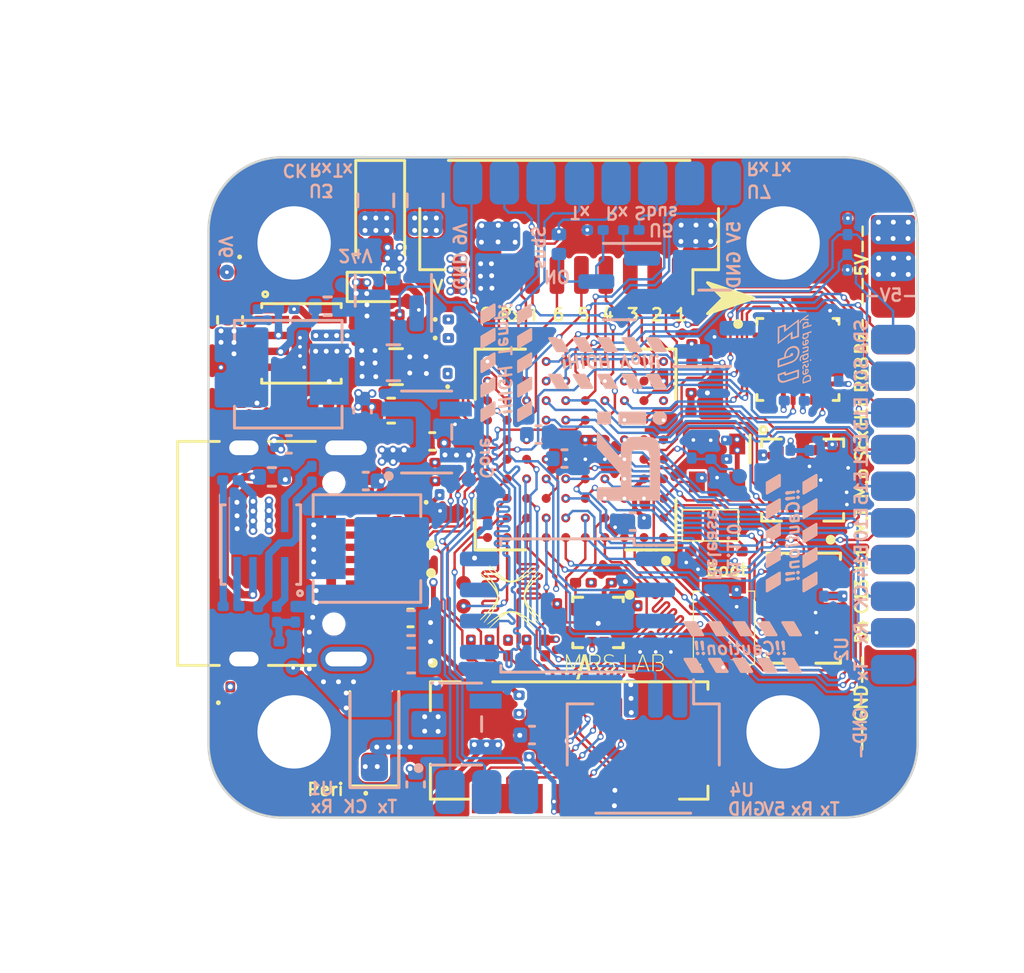
<source format=kicad_pcb>
(kicad_pcb (version 20221018) (generator pcbnew)
  (title_block (title "NxtPX4Pro 0303 V1.0.1") (date "2023-03-03") (rev "Khalil") (company "HKUST DJI") (comment 1 "定板"))
  (layers (0 "F.Cu" signal) (1 "In1.Cu" power) (2 "In2.Cu" power) (31 "B.Cu" signal) (34 "B.Paste" user) (35 "F.Paste" user) (36 "B.SilkS" user "B.Silkscreen") (37 "F.SilkS" user "F.Silkscreen") (38 "B.Mask" user) (39 "F.Mask" user) (44 "Edge.Cuts" user))
  (net 0 "")
  (net 1 "VCC_24V")
  (net 2 "Net-(U9B-BOOT0)")
  (net 3 "/VBUS")
  (net 4 "VCC_BAT")
  (net 5 "/BAT_V")
  (net 6 "Net-(U1-VCC)")
  (net 7 "Net-(U4-VCC)")
  (net 8 "Net-(U1-SW)")
  (net 9 "Net-(U4-SW)")
  (net 10 "/LED_RED")
  (net 11 "/LED_BLUE")
  (net 12 "/LED_GREEN")
  (net 13 "/UART4_RX")
  (net 14 "/UART4_TX")
  (net 15 "/UART5_RX")
  (net 16 "/UART5_TX")
  (net 17 "/UART7_RX")
  (net 18 "/UART7_TX")
  (net 19 "/USART1_CK")
  (net 20 "/USART1_RX")
  (net 21 "/USART1_TX")
  (net 22 "/USART2_CK")
  (net 23 "/USART2_RX")
  (net 24 "/USART2_TX")
  (net 25 "/USART3_CK")
  (net 26 "/USART3_RX")
  (net 27 "/USART3_TX")
  (net 28 "/SCLK")
  (net 29 "/SWDIO")
  (net 30 "/PWM{slash}DSHOT_CH1")
  (net 31 "/PWM{slash}DSHOT_CH2")
  (net 32 "/PWM{slash}DSHOT_CH3")
  (net 33 "/PWM{slash}DSHOT_CH4")
  (net 34 "/PWM{slash}DSHOT_CH5")
  (net 35 "/PWM{slash}DSHOT_CH6")
  (net 36 "/BAT_I")
  (net 37 "/Extern_IMU_Heater")
  (net 38 "/I2C2_SDA")
  (net 39 "/I2C2_SCL")
  (net 40 "/SPI4_SCK")
  (net 41 "/SPI4_MOSI")
  (net 42 "/SPI4_MISO")
  (net 43 "/SDMMC1_D2")
  (net 44 "/SDMMC1_D3")
  (net 45 "/SDMMC1_CMD")
  (net 46 "/SDMMC1_CK")
  (net 47 "/SDMMC1_D0")
  (net 48 "/SDMMC1_D1")
  (net 49 "/I2C1_SDA")
  (net 50 "/I2C1_SCL")
  (net 51 "/SPI1_MISO")
  (net 52 "/MPU_Data_RDY")
  (net 53 "/MPU_~{CS}")
  (net 54 "/SPI1_SCK")
  (net 55 "/SPI1_MOSI")
  (net 56 "/QSPI_BK1_IO2")
  (net 57 "/ICM_Data_RDY")
  (net 58 "/SPI2_MOSI")
  (net 59 "/SPI2_MISO")
  (net 60 "/ICM_~{CS}")
  (net 61 "/QSPI_CLK")
  (net 62 "/QSPI_BK1_IO0")
  (net 63 "/QSPI_BK1_IO1")
  (net 64 "/QSPI_BK1_IO3")
  (net 65 "/SPI2_SCK")
  (net 66 "/BMI_Accel_CS")
  (net 67 "/BMI_Gryo_CS")
  (net 68 "/SPI3_SCK")
  (net 69 "/SPI3_MISO")
  (net 70 "/SPI3_MOSI")
  (net 71 "/QSPI_BK1_~{CS}")
  (net 72 "/BMP_Data_RDY")
  (net 73 "/BMI_Accel_Data_RDY")
  (net 74 "/BMI_Gyro_Data_RDY")
  (net 75 "System_5V")
  (net 76 "/AUX_PC13")
  (net 77 "Net-(#FLG05-pwr)")
  (net 78 "/AUX_PH1")
  (net 79 "/AUX_PD4")
  (net 80 "/AUX_PC0")
  (net 81 "Net-(U9B-PH0-OSC_IN)")
  (net 82 "Core_3V3")
  (net 83 "Net-(C17-Pad1)")
  (net 84 "Periph_3V3")
  (net 85 "Net-(U9A-PC14-OSC32_IN)")
  (net 86 "/NRST")
  (net 87 "Net-(C21-Pad1)")
  (net 88 "Net-(U9A-PC15-OSC32_OUT)")
  (net 89 "System_4V5")
  (net 90 "Net-(U12-REGOUT)")
  (net 91 "Net-(U11-REGOUT)")
  (net 92 "Net-(D3-A1)")
  (net 93 "Net-(D6-A)")
  (net 94 "Net-(D8-K)")
  (net 95 "Net-(D9-K)")
  (net 96 "Net-(D10-K)")
  (net 97 "Net-(D11-K)")
  (net 98 "Net-(D12-K)")
  (net 99 "Net-(D13-K)")
  (net 100 "Net-(D14-K)")
  (net 101 "Net-(J1-CC1)")
  (net 103 "CAM_9V")
  (net 104 "Net-(J1-CC2)")
  (net 106 "Net-(Q2-B)")
  (net 107 "Net-(Q2-C)")
  (net 108 "Net-(Q3-B)")
  (net 109 "Net-(U1-EN{slash}SYNC)")
  (net 110 "Net-(U1-PG)")
  (net 111 "Net-(U4-EN{slash}SYNC)")
  (net 112 "Net-(U4-PG)")
  (net 113 "Net-(U1-BST)")
  (net 114 "Net-(U1-FB)")
  (net 115 "Net-(R10-Pad2)")
  (net 116 "Net-(R13-Pad2)")
  (net 117 "Net-(U4-BST)")
  (net 118 "Net-(U4-FB)")
  (net 120 "GND")
  (net 127 "/Buzzer-")
  (net 138 "/SBUS")
  (net 140 "/Buzzer_RGB_LED")
  (net 144 "/USB_OTG_FS_DP")
  (net 145 "/USB_OTG_FS_DM")
  (net 146 "Net-(#FLG06-pwr)")
  (net 147 "/Extern_SPI_CS_1_PE13")
  (net 148 "/Extern_SPI_INT_2_PE11")
  (net 149 "/Extern_I2C_INT_PE15")
  (net 150 "/Extern_SPI_CS_2_PE14")
  (net 151 "/Extern_SPI_INT_1_PE10")
  (footprint "LED_SMD:LED_0201_0603Metric" (layer "F.Cu") (at 98.04 74.11 180)
    (fp_text reference "D8" hide)
    (fp_text value "LED_Blue(0201)")
  )
  (footprint "NxtPX4:Conn_2Pin" (layer "F.Cu") (at 118 69.71 -90)
    (fp_text reference "J18" hide)
    (fp_text value "Aux PWM")
  )
  (footprint "Capacitor_SMD:C_0201_0603Metric" (layer "F.Cu") (at 94.59 70.06)
    (fp_text reference "C21" hide)
    (fp_text value "100nF(0201 25V 10%)")
  )
  (footprint "NxtPX4:MiniTP" (layer "F.Cu") (at 97.99 86.51)
    (fp_text reference "TP5" hide)
    (fp_text value "3.3V_Peri_TP")
  )
  (footprint "NxtPX4:M2MountingHole" (layer "F.Cu") (at 113.5 63.5)
    (fp_text reference "H1" hide)
    (fp_text value "MountingHole_Pad")
  )
  (footprint "Capacitor_SMD:C_0201_0603Metric" (layer "F.Cu") (at 110.06 69.63)
    (fp_text reference "C32" hide)
    (fp_text value "1uF(0201 6.3V)")
  )
  (footprint "NxtPX4:MPU-6500" (layer "F.Cu") (at 114.11 68.266)
    (fp_text reference "U12" hide)
    (fp_text value "MPU6500" hide)
  )
  (footprint "Capacitor_SMD:C_0201_0603Metric" (layer "F.Cu") (at 110.04 76.12)
    (fp_text reference "C35" hide)
    (fp_text value "12.0pF(0201 10V)")
  )
  (footprint "NxtPX4:3x2.5PushButton" (layer "F.Cu") (at 111.08 79.24 90)
    (fp_text reference "BOOT1" hide)
    (fp_text value "TD-1183SN-1.5H(3x2.5)")
  )
  (footprint "Resistor_SMD:R_0201_0603Metric" (layer "F.Cu") (at 104.26 78.58 -90)
    (fp_text reference "R35" hide)
    (fp_text value "4.7kR(0201)")
  )
  (footprint "NxtPX4:HKU_Logo" (layer "F.Cu") (at 106.729344 76.731229)
    (fp_text reference "U5" hide)
    (fp_text value "HKU_Logo")
  )
  (footprint "LED_SMD:LED_0201_0603Metric" (layer "F.Cu") (at 99.78 68.52 90)
    (fp_text reference "D12" hide)
    (fp_text value "LED_RED(0201)")
  )
  (footprint "Capacitor_SMD:C_0603_1608Metric" (layer "F.Cu") (at 97.47 70.36)
    (fp_text reference "C2" hide)
    (fp_text value "10uF(0603 35V 20%)")
  )
  (footprint "NxtPX4:USB_C_Small" (layer "F.Cu") (at 92.52 76.2 -90)
    (fp_text reference "J1" hide)
    (fp_text value "USB_C_Receptacle_USB2.0")
  )
  (footprint "NxtPX4:MP9943GQ-Z" (layer "F.Cu") (at 93.8 67.61)
    (fp_text reference "U4" hide)
    (fp_text value "MP9943GQ-Z" hide)
  )
  (footprint "Capacitor_SMD:C_0603_1608Metric" (layer "F.Cu") (at 90.88 66.65 90)
    (fp_text reference "C26" hide)
    (fp_text value "22uF(0603 16V)")
  )
  (footprint "LED_SMD:LED_0201_0603Metric" (layer "F.Cu") (at 100.13 67.39)
    (fp_text reference "D13" hide)
    (fp_text value "LED_BLUE(0201)")
  )
  (footprint "NxtPX4:MiniTP" (layer "F.Cu") (at 100.43 78.36)
    (fp_text reference "TP16" hide)
    (fp_text value "TP")
  )
  (footprint "Resistor_SMD:R_0201_0603Metric" (layer "F.Cu") (at 95.4 60.82 90)
    (fp_text reference "R3" hide)
    (fp_text value "100kR(0201 50V)")
  )
  (footprint "NxtPX4:Conn_2Pin" (layer "F.Cu") (at 117.99 77.21 -90)
    (fp_text reference "J20" hide)
    (fp_text value "Aux GPIO 2")
  )
  (footprint "Capacitor_SMD:C_0402_1005Metric" (layer "F.Cu") (at 99.15 71.62 180)
    (fp_text reference "C14" hide)
    (fp_text value "1uF(0402 10V 10%)")
  )
  (footprint "NxtPX4:MiniTP" (layer "F.Cu") (at 100.43 77.42)
    (fp_text reference "TP15" hide)
    (fp_text value "TP")
  )
  (footprint "NxtPX4:LSE(2012)" (layer "F.Cu") (at 110.52 75.05 180)
    (fp_text reference "Y2" hide)
    (fp_text value "ABS07 (32.768kHZ)")
  )
  (footprint "NxtPX4:PESD5V0F1BL" (layer "F.Cu") (at 98.1 77 180)
    (fp_text reference "D4" hide)
    (fp_text value "PESD5V0F1BL" hide)
  )
  (footprint "Capacitor_SMD:C_0201_0603Metric" (layer "F.Cu") (at 110.05 70.4)
    (fp_text reference "C31" hide)
    (fp_text value "100nF(0201 6.3V)")
  )
  (footprint "NxtPX4:01x10_MP_sh1.0_Hori" (layer "F.Cu") (at 104.75 62.81 180)
    (fp_text reference "J10" hide)
    (fp_text value "ESC")
  )
  (footprint "Diode_SMD:D_SOD-123F" (layer "F.Cu") (at 97.02 62.3375 -90)
    (fp_text reference "D3" hide)
    (fp_text value " SMF30CA(30V)")
  )
  (footprint "Resistor_SMD:R_0201_0603Metric" (layer "F.Cu") (at 90.51 68.89 -90)
    (fp_text reference "R17" hide)
    (fp_text value "3.54k-4.02kR(0201 25V)")
  )
  (footprint "LED_SMD:LED_0201_0603Metric" (layer "F.Cu") (at 100.13 66.63)
    (fp_text reference "D14" hide)
    (fp_text value "LED_Green(0201)")
  )
  (footprint "Resistor_SMD:R_0201_0603Metric" (layer "F.Cu") (at 98.04 77.97 180)
    (fp_text reference "R1" hide)
    (fp_text value "5.1kR(0201)")
  )
  (footprint "Resistor_SMD:R_0201_0603Metric" (layer "F.Cu") (at 90.89 83.435 90)
    (fp_text reference "R21" hide)
    (fp_text value "10kR(0201)")
  )
  (footprint "Capacitor_SMD:C_0201_0603Metric" (layer "F.Cu") (at 98.94 72.49 180)
    (fp_text reference "C19" hide)
    (fp_text value "100nF(0201 10V 10%)")
  )
  (footprint "NxtPX4:M2MountingHole" (layer "F.Cu") (at 113.5 83.5)
    (fp_text reference "H2" hide)
    (fp_text value "MountingHole_Pad")
  )
  (footprint "NxtPX4:Conn_2Pin" (layer "F.Cu") (at 117.99 63.72 -90)
    (fp_text reference "J13" hide)
    (fp_text value "5V")
  )
  (footprint "Resistor_SMD:R_0201_0603Metric" (layer "F.Cu") (at 100.73 80.07 90)
    (fp_text reference "R40" hide)
    (fp_text value "10kR(0201)")
  )
  (footprint "NxtPX4:BMI088" (layer "F.Cu") (at 114.345 78.44 -90)
    (fp_text reference "U10" hide)
    (fp_text value "BMI088")
  )
  (footprint "Resistor_SMD:R_0201_0603Metric" (layer "F.Cu") (at 110.09 68.39)
    (fp_text reference "R28" hide)
    (fp_text value "100R(0201)")
  )
  (footprint "NxtPX4:Conn_2Pin" (layer "F.Cu") (at 118 80.19 90)
    (fp_text reference "J22" hide)
    (fp_text value "Aux GPIO 1")
  )
  (footprint "Capacitor_SMD:C_0805_2012Metric" (layer "F.Cu") (at 97.67 68.56)
    (fp_text reference "C1" hide)
    (fp_text value "22uF(0805 35V 20%)")
  )
  (footprint "NxtPX4:Uav_logo" (layer "F.Cu") (at 102.306266 77.964056)
    (fp_text reference "U6" hide)
    (fp_text value "UAV_LOGO")
  )
  (footprint "Capacitor_SMD:C_0201_0603Metric" (layer "F.Cu") (at 106.795 77.4 180)
    (fp_text reference "C45" hide)
    (fp_text value "100nF(0201 10V)")
  )
  (footprint "Capacitor_SMD:C_0201_0603Metric" (layer "F.Cu") (at 97.82 66.76 -90)
    (fp_text reference "C22" hide)
    (fp_text value "100nF(0201 10.0V 10%)")
  )
  (footprint "Resistor_SMD:R_0201_0603Metric" (layer "F.Cu") (at 98.04 74.87 180)
    (fp_text reference "R2" hide)
    (fp_text value "5.1kR(0201)")
  )
  (footprint "NxtPX4:STM32H743VIHBGA100C80P10X10_800X800X110N" (layer "F.Cu") (at 105.01 71.95 180)
    (fp_text reference "U9" hide)
    (fp_text value "STM32H743VIH6")
  )
  (footprint "Resistor_SMD:R_0201_0603Metric" (layer "F.Cu") (at 110.09 67.63 180)
    (fp_text reference "R29" hide)
    (fp_text value "1kR(0201)")
  )
  (footprint "NxtPX4:Direction_Logo" (layer "F.Cu") (at 111.045 65.76 -90)
    (fp_text reference "U7" hide)
    (fp_text value "Direction_Logo")
  )
  (footprint "LED_SMD:LED_0201_0603Metric" (layer "F.Cu") (at 90.76 64.385 -90)
    (fp_text reference "D11" hide)
    (fp_text value "LED_Blue(0201)")
  )
  (footprint "Resistor_SMD:R_0201_0603Metric" (layer "F.Cu") (at 91.27 68.89 -90)
    (fp_text reference "R13" hide)
    (fp_text value "51kR(0201 25V)")
  )
  (footprint "Diode_SMD:D_SOD-123F" (layer "F.Cu") (at 96.78 83.5 90)
    (fp_text reference "D5" hide)
    (fp_text value "DSS34(3A 500mV)")
  )
  (footprint "Diode_SMD:D_SOD-523" (layer "F.Cu") (at 96.93 65.3)
    (fp_text reference "D6" hide)
    (fp_text value "BZX584C9V1")
  )
  (footprint "Resistor_SMD:R_0201_0603Metric" (layer "F.Cu") (at 103.77 80.07 90)
    (fp_text reference "R39" hide)
    (fp_text value "10kR(0201)")
  )
  (footprint "NxtPX4:Conn_2Pin" (layer "F.Cu") (at 118 66.72 -90)
    (fp_text reference "J16" hide)
    (fp_text value "Buzz")
  )
  (footprint "NxtPX4:PESD5V0F1BL" (layer "F.Cu") (at 98.1 75.83 180)
    (fp_text reference "D2" hide)
    (fp_text value "PESD5V0F1BL" hide)
  )
  (footprint "NxtPX4:ICM-20602" (layer "F.Cu") (at 114.3 73.2)
    (fp_text reference "U11" hide)
    (fp_text value "ICM-20602" hide)
  )
  (footprint "Resistor_SMD:R_0201_0603Metric" (layer "F.Cu") (at 91.66 70.05)
    (fp_text reference "R18" hide)
    (fp_text value "41.2kR(0201 25V)")
  )
  (footprint "Capacitor_SMD:C_0201_0603Metric" (layer "F.Cu") (at 98.05 79.71)
    (fp_text reference "C11" hide)
    (fp_text value "100nF(0201 16V 10%)")
  )
  (footprint "Capacitor_SMD:C_0201_0603Metric" (layer "F.Cu") (at 107.55 78.66 -90)
    (fp_text reference "C49" hide)
    (fp_text value "100nF(0201 10V)")
  )
  (footprint "NxtPX4:PQFN50P200X200X80-10N" (layer "F.Cu") (at 105.93 79.0225 -90)
    (fp_text reference "U13" hide)
    (fp_text value "BMP388")
  )
  (footprint "NxtPX4:Conn_2Pin" (layer "F.Cu") (at 118 83.18 90)
    (fp_text reference "J19" hide)
    (fp_text value "GND")
  )
  (footprint "Capacitor_SMD:C_0402_1005Metric" (layer "F.Cu") (at 98.26 78.84)
    (fp_text reference "C9" hide)
    (fp_text value "1uF(0402 16V 10%)")
  )
  (footprint "Resistor_SMD:R_0201_0603Metric" (layer "F.Cu") (at 95.285 86.52)
    (fp_text reference "R20" hide)
    (fp_text value "10kR(0201)")
  )
  (footprint "Resistor_SMD:R_0201_0603Metric" (layer "F.Cu") (at 103.01 80.07 90)
    (fp_text reference "R38" hide)
    (fp_text value "10kR(0201)")
  )
  (footprint "Oscillator:Oscillator_SMD_Abracon_ASDMB-4Pin_2.5x2.0mm" (layer "F.Cu") (at 110.8 72.5 180)
    (fp_text reference "Y1" hide)
    (fp_text value "SG-210STF/ X1G004171002700")
  )
  (footprint "NxtPX4:M2MountingHole" (layer "F.Cu") (at 93.5 83.5)
    (fp_text reference "H3" hide)
    (fp_text value "MountingHole_Pad")
  )
  (footprint "Resistor_SMD:R_0201_0603Metric" (layer "F.Cu") (at 102.25 80.07 90)
    (fp_text reference "R37" hide)
    (fp_text value "10kR(0201)")
  )
  (footprint "Resistor_SMD:R_0201_0603Metric" (layer "F.Cu") (at 96.7 66.41)
    (fp_text reference "R15" hide)
    (fp_text value "200.0kR(0201 50V)")
  )
  (footprint "Resistor_SMD:R_0201_0603Metric" (layer "F.Cu") (at 105.33 77.4 180)
    (fp_text reference "R36" hide)
    (fp_text value "4.7kR(0201)")
  )
  (footprint "LED_SMD:LED_0201_0603Metric" (layer "F.Cu") (at 96.76 86.52)
    (fp_text reference "D9" hide)
    (fp_text value "LED_Blue(0201)")
  )
  (footprint "Capacitor_SMD:C_0201_0603Metric" (layer "F.Cu") (at 98.94 73.25 180)
    (fp_text reference "C16" hide)
    (fp_text value "100nF(0201 10V 10%)")
  )
  (footprint "Resistor_SMD:R_0201_0603Metric" (layer "F.Cu") (at 96.7 67.17 180)
    (fp_text reference "R16" hide)
    (fp_text value "22.0kR(0201 50V)")
  )
  (footprint "Resistor_SMD:R_0201_0603Metric" (layer "F.Cu") (at 93.12 70.06)
    (fp_text reference "R11" hide)
    (fp_text value "20R(0201 25V)")
  )
  (footprint "NxtPX4:M2MountingHole" (layer "F.Cu") (at 93.5 63.5)
    (fp_text reference "H4" hide)
    (fp_text value "MountingHole_Pad")
  )
  (footprint "Resistor_SMD:R_0201_0603Metric" (layer "F.Cu") (at 90.76 62.935 -90)
    (fp_text reference "R22" hide)
    (fp_text value "20kR(0201 9V)")
  )
  (footprint "LED_SMD:LED_0201_0603Metric" (layer "F.Cu") (at 90.89 81.9775 90)
    (fp_text reference "D10" hide)
    (fp_text value "LED_Blue(0201)")
  )
  (footprint "Resistor_SMD:R_0201_0603Metric" (layer "F.Cu") (at 101.49 80.07 90)
    (fp_text reference "R41" hide)
    (fp_text value "10kR(0201)")
  )
  (footprint "Capacitor_SMD:C_0201_0603Metric" (layer "F.Cu") (at 111.5 76.12 180)
    (fp_text reference "C36" hide)
    (fp_text value "12.0pF(0201 10V)")
  )
  (footprint "NxtPX4:TF-SMD_TF-021B-H265" (layer "F.Cu") (at 105.2 83.31)
    (fp_text reference "J24" hide)
    (fp_text value "Micro_SD_Card" hide)
  )
  (footprint "NxtPX4:Conn_3pin" (layer "F.Cu") (at 118 73.6 90)
    (fp_text reference "J15" hide)
    (fp_text value "Aux SPI")
  )
  (footprint "Resistor_SMD:R_0201_0603Metric" (layer "F.Cu") (at 98.61 66.57 -90)
    (fp_text reference "R8" hide)
    (fp_text value "100kR(0201 50V)")
  )
  (footprint "NxtPX4:PESD12VV1BL_315" (layer "F.Cu") (at 98.12 80.68 180)
    (fp_text reference "D1" hide)
    (fp_text value "PESD12VV1BL" hide)
  )
  (footprint "NxtPX4:Conn_2Pin" (layer "B.Cu") (at 109.89 63.85 -90)
    (fp_text reference "J3" hide)
    (fp_text value "5V")
  )
  (footprint "Capacitor_SMD:C_0402_1005Metric" (layer "B.Cu") (at 96.43 73.24 180)
    (fp_text reference "C5" hide)
    (fp_text value "1uF(0402 16V 10%)")
  )
  (footprint "Diode_SMD:D_SOD-123F" (layer "B.Cu") (at 96.79 83.57 90)
    (fp_text reference "D7" hide)
    (fp_text value "DSS34(3A 500mV)")
  )
  (footprint "NxtPX4:MiniTP" (layer "B.Cu") (at 95.47 65.22 180)
    (fp_text reference "TP1" hide)
    (fp_text value "24V_TP")
  )
  (footprint "Resistor_SMD:R_0201_0603Metric" (layer "B.Cu") (at 107.29 62.97)
    (fp_text reference "R23" hide)
    (fp_text value "1kR(0201)")
  )
  (footprint "Resistor_SMD:R_0201_0603Metric" (layer "B.Cu") (at 94.22 72.96 90)
    (fp_text reference "R5" hide)
    (fp_text value "100kR(0201 25V)")
  )
  (footprint "NxtPX4:Conn_3pin" (layer "B.Cu") (at 117.995 79.6 90)
    (fp_text reference "J7" hide)
    (fp_text value "Aux UART")
  )
  (footprint "NxtPX4:Conn_2Pin" (layer "B.Cu") (at 101.85 63.99 -90)
    (fp_text reference "J5" hide)
    (fp_text value "9V")
  )
  (footprint "Capacitor_SMD:C_0201_0603Metric" (layer "B.Cu") (at 115.17 78.27 -90)
    (fp_text reference "C44" hide)
    (fp_text value "100.0nF(0201 10V)")
  )
  (footprint "NxtPX4:Conn_3pin" (layer "B.Cu") (at 118 72.1 90)
    (fp_text reference "J11" hide)
    (fp_text value "Aux GPIO")
  )
  (footprint "NxtPX4:Conn_2Pin" (layer "B.Cu") (at 118 83.18 90)
    (fp_text reference "J21" hide)
    (fp_text value "GND")
  )
  (footprint "Capacitor_SMD:C_0201_0603Metric" (layer "B.Cu") (at 112.65 72.5 -90)
    (fp_text reference "C43" hide)
    (fp_text value "10nF(0201 10V 10%)")
  )
  (footprint "Capacitor_SMD:C_0402_1005Metric" (layer "B.Cu") (at 93.28 71.74)
    (fp_text reference "C4" hide)
    (fp_text value "1uF(0402 35V 10%)")
  )
  (footprint "NxtPX4:Conn_2Pin" (layer "B.Cu") (at 110.42 61.06 180)
    (fp_text reference "J4" hide)
    (fp_text value "Cam_Info")
  )
  (footprint "NxtPX4:MiniTP" (layer "B.Cu") (at 100.65 73.18 180)
    (fp_text reference "TP2" hide)
    (fp_text value "3.3V_Core_TP")
  )
  (footprint "Capacitor_SMD:C_0805_2012Metric" (layer "B.Cu") (at 97.56 68.4)
    (fp_text reference "C3" hide)
    (fp_text value "22uF(0805 35V 20%)")
  )
  (footprint "Resistor_SMD:R_0201_0603Metric" (layer "B.Cu") (at 93.55 78.688307 90)
    (fp_text reference "R14" hide)
    (fp_text value "41.2kR(0201 25V)")
  )
  (footprint "Capacitor_SMD:C_0201_0603Metric" (layer "B.Cu") (at 103.02 82)
    (fp_text reference "C20" hide)
    (fp_text value "100nF(0201 10V 10%)")
  )
  (footprint "Resistor_SMD:R_0201_0603Metric" (layer "B.Cu") (at 90.92 78.36 180)
    (fp_text reference "R9" hide)
    (fp_text value "20R(0201 25V)")
  )
  (footprint "Capacitor_SMD:C_0402_1005Metric" (layer "B.Cu") (at 103.23 83.63)
    (fp_text reference "C15" hide)
    (fp_text value "1uF(0402 10V 10%)")
  )
  (footprint "NxtPX4:Caution" (layer "B.Cu") (at 111.955 80.08 180)
    (fp_text reference "U18" hide)
    (fp_text value "Caution")
  )
  (footprint "Capacitor_SMD:C_0201_0603Metric" (layer "B.Cu") (at 114.58 72.31 90)
    (fp_text reference "C40" hide)
    (fp_text value "100nF(0201 10V 10%)")
  )
  (footprint "Capacitor_SMD:C_0201_0603Metric" (layer "B.Cu") (at 101.42 74.695 90)
    (fp_text reference "C38" hide)
    (fp_text value "100nF(0201 10V 10%)")
  )
  (footprint "Capacitor_SMD:C_0402_1005Metric" (layer "B.Cu") (at 96.3 70.35 -90)
    (fp_text reference "C8" hide)
    (fp_text value "1uF(0402 35V 10%)")
  )
  (footprint "Package_TO_SOT_SMD:SOT-23" (layer "B.Cu") (at 106.7975 65.08 180)
    (fp_text reference "Q2" hide)
    (fp_text value "SS8050(NPN BEC)")
  )
  (footprint "Package_TO_SOT_SMD:SOT-23" (layer "B.Cu") (at 97.56 65.44 90)
    (fp_text reference "Q1" hide)
    (fp_text value "AP40P05")
  )
  (footprint "Capacitor_SMD:C_0201_0603Metric" (layer "B.Cu") (at 115.77 68.84 -90)
    (fp_text reference "C48" hide)
    (fp_text value "100nF(0201 10V 10%)")
  )
  (footprint "Capacitor_SMD:C_0201_0603Metric" (layer "B.Cu") (at 103.02 82.76)
    (fp_text reference "C18" hide)
    (fp_text value "100nF(0201 10V 10%)")
  )
  (footprint "Resistor_SMD:R_0402_1005Metric" (layer "B.Cu") (at 94.87 66.09 180)
    (fp_text reference "R6" hide)
    (fp_text value "1MR(0402 50V)")
  )
  (footprint "Resistor_SMD:R_0201_0603Metric" (layer "B.Cu") (at 99.78 68.52 90)
    (fp_text reference "R32" hide)
    (fp_text value "10.0kR(0201)")
  )
  (footprint "Capacitor_SMD:C_0201_0603Metric" (layer "B.Cu") (at 110.87 71.58 180)
    (fp_text reference "C34" hide)
    (fp_text value "100nF(0201 10V 10%)")
  )
  (footprint "Capacitor_SMD:C_0402_1005Metric" (layer "B.Cu") (at 107.35 74.9)
    (fp_text reference "C29" hide)
    (fp_text value "4.7uF(0402 10V)")
  )
  (footprint "Package_SO:SOIC-8_5.23x5.23mm_P1.27mm" (layer "B.Cu") (at 104.68 78.33 180)
    (fp_text reference "U14" hide)
    (fp_text value "W25Q128JVS")
  )
  (footprint "Resistor_SMD:R_0201_0603Metric" (layer "B.Cu") (at 93.18 66.21)
    (fp_text reference "R7" hide)
    (fp_text value "100kR(0201 25V)")
  )
  (footprint "Resistor_SMD:R_0201_0603Metric" (layer "B.Cu") (at 92.79 78.698307 -90)
    (fp_text reference "R10" hide)
    (fp_text value "51kR(0201 25V)")
  )
  (footprint "NxtPX4:high_voltage" (layer "B.Cu") (at 104.52 68.59)
    (fp_text reference "U17" hide)
    (fp_text value "high_voltage" hide)
  )
  (footprint "NxtPX4:MP9943GQ-Z" (layer "B.Cu") (at 92.14 75.838307 90)
    (fp_text reference "U1" hide)
    (fp_text value "MP9943GQ-Z" hide)
  )
  (footprint "NxtPX4:Conn_3pin" (layer "B.Cu") (at 102.25 61.025 180)
    (fp_text reference "J8" hide)
    (fp_text value "Aux UART")
  )
  (footprint "NxtPX4:RT9013-33GB" (layer "B.Cu") (at 100.14 83.18)
    (fp_text reference "U3" hide)
    (fp_text value "RT9013-33GB" hide)
  )
  (footprint "Capacitor_SMD:C_0201_0603Metric" (layer "B.Cu") (at 92.03 78.698307 -90)
    (fp_text reference "C7" hide)
    (fp_text value "100nF(0201 10V 10%)")
  )
  (footprint "Capacitor_SMD:C_0201_0603Metric" (layer "B.Cu") (at 110.48 73.1)
    (fp_text reference "C30" hide)
    (fp_text value "15pF(0201 10V)")
  )
  (footprint "Capacitor_SMD:C_0402_1005Metric" (layer "B.Cu") (at 98.47 85.65 -90)
    (fp_text reference "C6" hide)
    (fp_text value "1uF(0402 16V 10%)")
  )
  (footprint "Capacitor_SMD:C_0201_0603Metric" (layer "B.Cu") (at 115.51 72.06 -90)
    (fp_text reference "C46" hide)
    (fp_text value "100nF(0201 10V)")
  )
  (footprint "Capacitor_SMD:C_0201_0603Metric" (layer "B.Cu") (at 113.8 72.3 90)
    (fp_text reference "C41" hide)
    (fp_text value "2.2uF(0201 10V 10%)")
  )
  (footprint "Capacitor_SMD:C_0402_1005Metric" (layer "B.Cu") (at 104.56 72.32 180)
    (fp_text reference "C27" hide)
    (fp_text value "2.2uF(0402 6.3V 10%)")
  )
  (footprint "Capacitor_SMD:C_0603_1608Metric" (layer "B.Cu") (at 98.29 80.58)
    (fp_text reference "C23" hide)
    (fp_text value "22uF(0603 16V)")
  )
  (footprint "NxtPX4:MiniTP" (layer "B.Cu") (at 90.75 64.69 180)
    (fp_text reference "TP12" hide)
    (fp_text value "CAM_9V")
  )
  (footprint "Resistor_SMD:R_0201_0603Metric" (layer "B.Cu") (at 116.13 64.29 -90)
    (fp_text reference "R24" hide)
    (fp_text value "4.7kR(0201 25V)")
  )
  (footprint "Resistor_SMD:R_0201_0603Metric" (layer "B.Cu") (at 99.45 74.115 90)
    (fp_text reference "R19" hide)
    (fp_text value "10kR(0201)")
  )
  (footprint "NxtPX4:my_signature" (layer "B.Cu") (at 113.97 67.93 90)
    (fp_text reference "U15" hide)
    (fp_text value "Signature" hide)
  )
  (footprint "NxtPX4:Inductor_0420" (layer "B.Cu") (at 93.26 68.87 180)
    (fp_text reference "L2" hide)
    (fp_text value "10uH(0420)")
  )
  (footprint "NxtPX4:Short_Connect" (layer "B.Cu") (at 104.33 63.55 90)
    (fp_text reference "R27" hide)
    (fp_text value "0R(0402)")
  )
  (footprint "Capacitor_SMD:C_0402_1005Metric" (layer "B.Cu") (at 103.5 71.34 180)
    (fp_text reference "C28" hide)
    (fp_text value "2.2uF(0402 6.3V 10%)")
  )
  (footprint "Capacitor_SMD:C_0201_0603Metric" (layer "B.Cu") (at 91.72 66.21 180)
    (fp_text reference "C10" hide)
    (fp_text value "100nF(0201 10V 10%)")
  )
  (footprint "NxtPX4:Caution" (layer "B.Cu") (at 113.9 75.265 -90)
    (fp_text reference "U19" hide)
    (fp_text value "Caution")
  )
  (footprint "NxtPX4:Inductor_0420" (layer "B.Cu") (at 96.48 76)
    (fp_text reference "L1" hide)
    (fp_text value "10uH(0420)")
  )
  (footprint "NxtPX4:high_temp" (layer "B.Cu") (at 102.15 68.405 90)
    (fp_text reference "U16" hide)
    (fp_text value "High_temp")
  )
  (footprint "NxtPX4:Ri_logo" (layer "B.Cu") (at 107.28 72.15 90)
    (fp_text reference "U8" hide)
    (fp_text value "RI_LOGO")
  )
  (footprint "Capacitor_SMD:C_0201_0603Metric" (layer "B.Cu") (at 90.9 73.2)
    (fp_text reference "C17" hide)
    (fp_text value "100nF(0201 25V 10%)")
  )
  (footprint "NxtPX4:Conn_3pin" (layer "B.Cu") (at 106.82 61.05 180)
    (fp_text reference "J2" hide)
    (fp_text value "Receiver")
  )
  (footprint "NxtPX4:Conn_2Pin" (layer "B.Cu") (at 118 68.19 90)
    (fp_text reference "J17" hide)
    (fp_text value "Aux I2C")
  )
  (footprint "Resistor_SMD:R_0201_0603Metric" (layer "B.Cu") (at 111.59 78.06 90)
    (fp_text reference "R31" hide)
    (fp_text value "10kR(0201)")
  )
  (footprint "Resistor_SMD:R_0201_0603Metric" (layer "B.Cu") (at 93.2 79.81 180)
    (fp_text reference "R12" hide)
    (fp_text value "7.68kR(0201 25V)")
  )
  (footprint "Resistor_SMD:R_0201_0603Metric" (layer "B.Cu") (at 116.14 62.84 90)
    (fp_text reference "R25" hide)
    (fp_text value "4.7kR(0201 25V)")
  )
  (footprint "Capacitor_SMD:C_0201_0603Metric" (layer "B.Cu") (at 114.69 69.96)
    (fp_text reference "C42" hide)
    (fp_text value "100nF(0201 10V 10%)")
  )
  (footprint "NxtPX4:Conn_3pin" (layer "B.Cu") (at 101.23 85.96)
    (fp_text reference "J6" hide)
    (fp_text value "Aux UART")
  )
  (footprint "Capacitor_SMD:C_0201_0603Metric" (layer "B.Cu") (at 115.93 78.27 -90)
    (fp_text reference "C47" hide)
    (fp_text value "100.0nF(0201 10V)")
  )
  (footprint "Capacitor_SMD:C_0201_0603Metric" (layer "B.Cu") (at 103.43 84.51)
    (fp_text reference "C37" hide)
    (fp_text value "100nF(0201 10V 10%)")
  )
  (footprint "NxtPX4:MiniTP" (layer "B.Cu") (at 111.72 73.04 180)
    (fp_text reference "TP14" hide)
    (fp_text value "TP")
  )
  (footprint "NxtPX4:MiniTP" (layer "B.Cu") (at 93.45 80.87 180)
    (fp_text reference "TP9" hide)
    (fp_text value "5V_System")
  )
  (footprint "Resistor_SMD:R_0402_1005Metric" (layer "B.Cu") (at 92.59 73.07 180)
    (fp_text reference "R4" hide)
    (fp_text value "1MR(0402 50V)")
  )
  (footprint "Package_TO_SOT_SMD:SOT-23" (layer "B.Cu") (at 110.7 66.99)
    (fp_text reference "Q3" hide)
    (fp_text value "SS8050(NPN BEC)")
  )
  (footprint "Capacitor_SMD:C_0805_2012Metric" (layer "B.Cu") (at 98.86 61.76 90)
    (fp_text reference "C12" hide)
    (fp_text value "22uF(0805 35V 20%)")
  )
  (footprint "Resistor_SMD:R_0201_0603Metric" (layer "B.Cu") (at 100.13 66.63)
    (fp_text reference "R34" hide)
    (fp_text value "10.0kR(0201)")
  )
  (footprint "Capacitor_SMD:C_0201_0603Metric" (layer "B.Cu") (at 109.76 71.98 90)
    (fp_text reference "C33" hide)
    (fp_text value "100nF(0201 10V 10%)")
  )
  (footprint "Resistor_SMD:R_0201_0603Metric" (layer "B.Cu") (at 105.82 62.97)
    (fp_text reference "R26" hide)
    (fp_text value "10kR(0201)")
  )
  (footprint "Capacitor_SMD:C_0201_0603Metric" (layer "B.Cu") (at 113.23 69.95)
    (fp_text reference "C39" hide)
    (fp_text value "10nF(0201 10V 10%)")
  )
  (footprint "Capacitor_SMD:C_0805_2012Metric" (layer "B.Cu") (at 96.84 61.76 90)
    (fp_text reference "C13" hide)
    (fp_text value "22uF(0805 35V 20%)")
  )
  (footprint "NxtPX4:Conn_2Pin" (layer "B.Cu") (at 118 63.72 -90)
    (fp_text reference "J14" hide)
    (fp_text value "5V")
  )
  (footprint "Resistor_SMD:R_0201_0603Metric" (layer "B.Cu") (at 110.87 72.34 180)
    (fp_text reference "R30" hide)
    (fp_text value "10kR(0201)")
  )
  (footprint "NxtPX4:Conn_2Pin" (layer "B.Cu") (at 118 75.71 -90)
    (fp_text reference "J12" hide)
    (fp_text value "AUX GPIO")
  )
  (footprint "NxtPX4:01x04_sh1.0" (layer "B.Cu") (at 107.78 84.14 180)
    (fp_text reference "J9" hide)
    (fp_text value "Upper computer connector")
  )
  (footprint "NxtPX4:RT9013-33GB" (layer "B.Cu") (at 98.92 71.2342)
    (fp_text reference "U2" hide)
    (fp_text value "RT9013-33GB" hide)
  )
  (footprint "Capacitor_SMD:C_0603_1608Metric" (layer "B.Cu") (at 98.28 79.05)
    (fp_text reference "C24" hide)
    (fp_text value "22uF(0603 16V)")
  )
  (footprint "Resistor_SMD:R_0201_0603Metric" (layer "B.Cu") (at 100.13 67.39)
    (fp_text reference "R33" hide)
    (fp_text value "10.0kR(0201)")
  )
  (gr_line locked (start 119 84) (end 119 63) (stroke (width 0.1)) (layer "Edge.Cuts"))
  (gr_line locked (start 90 84) (end 90 63) (stroke (width 0.1)) (layer "Edge.Cuts"))
  (gr_arc locked (start 116 60) (mid 118.12132 60.87868) (end 119 63) (stroke (width 0.1)) (layer "Edge.Cuts"))
  (gr_arc locked (start 119 84) (mid 118.12132 86.12132) (end 116 87) (stroke (width 0.1)) (layer "Edge.Cuts"))
  (gr_line locked (start 93 87) (end 116 87) (stroke (width 0.1)) (layer "Edge.Cuts"))
  (gr_line locked (start 93 60) (end 116 60) (stroke (width 0.1)) (layer "Edge.Cuts"))
  (gr_arc locked (start 93 87) (mid 90.87868 86.12132) (end 90 84) (stroke (width 0.1)) (layer "Edge.Cuts"))
  (gr_arc locked (start 90 63) (mid 90.878693 60.878693) (end 93 60) (stroke (width 0.1)) (layer "Edge.Cuts"))
  (gr_text locked "U7" (at 111.95 61.09 180) (layer "B.SilkS") (effects (font (size 0.5 0.5) (thickness 0.1) bold) (justify left bottom mirror)))
  (gr_text "V1.1.0\nRelease" (at 110.37 77.37 270) (layer "B.SilkS") (effects (font (size 0.5 0.5) (thickness 0.1) bold) (justify left bottom mirror)))
  (gr_text locked "ON" (at 104.84 65.21) (layer "B.SilkS") (effects (font (size 0.5 0.5) (thickness 0.1) bold) (justify left bottom mirror)))
  (gr_text locked "Sbus" (at 103.81 62.73 90) (layer "B.SilkS") (effects (font (size 0.5 0.5) (thickness 0.1) bold) (justify left bottom mirror)))
  (gr_text locked "E13" (at 116.99 69.72 90) (layer "B.SilkS") (effects (font (size 0.5 0.5) (thickness 0.1) bold) (justify left bottom mirror)))
  (gr_text locked "Tx" (at 116.99 80.56 90) (layer "B.SilkS") (effects (font (size 0.5 0.5) (thickness 0.1) bold) (justify left bottom mirror)))
  (gr_text locked "Rx" (at 95.16 86.85) (layer "B.SilkS") (effects (font (size 0.5 0.5) (thickness 0.1) bold) (justify left bottom mirror)))
  (gr_text locked "Rx" (at 94.06 60.2 180) (layer "B.SilkS") (effects (font (size 0.5 0.5) (thickness 0.1) bold) (justify left bottom mirror)))
  (gr_text locked "CK" (at 116.99 77.4 90) (layer "B.SilkS") (effects (font (size 0.5 0.5) (thickness 0.1) bold) (justify left bottom mirror)))
  (gr_text locked "GND" (at 99.96 65.49 270) (layer "B.SilkS") (effects (font (size 0.5 0.5) (thickness 0.1) bold) (justify left bottom mirror)))
  (gr_text locked "U2" (at 116.19 79.55 90) (layer "B.SilkS") (effects (font (size 0.5 0.5) (thickness 0.1) bold) (justify left bottom mirror)))
  (gr_text locked "GND" (at 112.84 86.95) (layer "B.SilkS") (effects (font (size 0.5 0.5) (thickness 0.1) bold) (justify left bottom mirror)))
  (gr_text locked "U5" (at 107.95 62.67 180) (layer "B.SilkS") (effects (font (size 0.5 0.5) (thickness 0.1) bold) (justify left bottom mirror)))
  (gr_text locked "E11" (at 116.99 71.22 90) (layer "B.SilkS") (effects (font (size 0.5 0.5) (thickness 0.1) bold) (justify left bottom mirror)))
  (gr_text locked "CK" (at 92.97 60.24 180) (layer "B.SilkS") (effects (font (size 0.5 0.5) (thickness 0.1) bold) (justify left bottom mirror)))
  (gr_text locked "Rx" (at 106.18 61.98 180) (layer "B.SilkS") (effects (font (size 0.5 0.5) (thickness 0.1) bold) (justify left bottom mirror)))
  (gr_text locked "24V\n" (at 95.25 63.72 180) (layer "B.SilkS") (effects (font (size 0.5 0.5) (thickness 0.1) bold) (justify left bottom mirror)))
  (gr_text locked "Tx" (at 97.77 86.85) (layer "B.SilkS") (effects (font (size 0.5 0.5) (thickness 0.1) bold) (justify left bottom mirror)))
  (gr_text locked "Rx" (at 114.796508 86.95) (layer "B.SilkS") (effects (font (size 0.5 0.5) (thickness 0.1) bold) (justify left bottom mirror)))
  (gr_text locked "U3" (at 94.04 61.06 180) (layer "B.SilkS") (effects (font (size 0.5 0.5) (thickness 0.1) bold) (justify left bottom mirror)))
  (gr_text locked "E10" (at 116.99 74.24 90) (layer "B.SilkS") (effects (font (size 0.5 0.5) (thickness 0.1) bold) (justify left bottom mirror)))
  (gr_text locked "U4" (at 112.38 86.17) (layer "B.SilkS") (effects (font (size 0.5 0.5) (thickness 0.1) bold) (justify left bottom mirror)))
  (gr_text locked "Core" (at 101.07 73.21 -90) (layer "B.SilkS") (effects (font (size 0.5 0.5) (thickness 0.1) bold) (justify left bottom mirror)))
  (gr_text locked "Rx" (at 116.99 78.95 90) (layer "B.SilkS") (effects (font (size 0.5 0.5) (thickness 0.1) bold) (justify left bottom mirror)))
  (gr_text locked "Rx" (at 111.94 60.16 180) (layer "B.SilkS") (effects (font (size 0.5 0.5) (thickness 0.1) bold) (justify left bottom mirror)))
  (gr_text locked "-5V-" (at 119.05 65.93) (layer "B.SilkS") (effects (font (size 0.5 0.5) (thickness 0.1) bold) (justify left bottom mirror)))
  (gr_text locked "Tx" (at 112.98 60.16 180) (layer "B.SilkS") (effects (font (size 0.5 0.5) (thickness 0.1) bold) (justify left bottom mirror)))
  (gr_text locked "9V" (at 99.96 63.67 270) (layer "B.SilkS") (effects (font (size 0.5 0.5) (thickness 0.1) bold) (justify left bottom mirror)))
  (gr_text locked "Tx" (at 104.74 61.96 180) (layer "B.SilkS") (effects (font (size 0.5 0.5) (thickness 0.1) bold) (justify left bottom mirror)))
  (gr_text locked "SCL" (at 116.99 68.14 90) (layer "B.SilkS") (effects (font (size 0.5 0.5) (thickness 0.1) bold) (justify left bottom mirror)))
  (gr_text locked "GND" (at 111.78 63.77 90) (layer "B.SilkS") (effects (font (size 0.5 0.5) (thickness 0.1) bold) (justify left bottom mirror)))
  (gr_text locked "-GND-" (at 116.95 81.79 90) (layer "B.SilkS") (effects (font (size 0.5 0.5) (thickness 0.1) bold) (justify left bottom mirror)))
  (gr_text locked "5V" (at 113.663492 86.95) (layer "B.SilkS") (effects (font (size 0.5 0.5) (thickness 0.1) bold) (justify left bottom mirror)))
  (gr_text locked "9V" (at 90.39 64.19 270) (layer "B.SilkS") (effects (font (size 0.5 0.5) (thickness 0.1) bold) (justify left bottom mirror)))
  (gr_text locked "Tx" (at 115.87 86.95) (layer "B.SilkS") (effects (font (size 0.5 0.5) (thickness 0.1) bold) (justify left bottom mirror)))
  (gr_text locked "Sbus" (at 107.35 61.97 180) (layer "B.SilkS") (effects (font (size 0.5 0.5) (thickness 0.1) bold) (justify left bottom mirror)))
  (gr_text locked "CK" (at 96.572143 86.85) (layer "B.SilkS") (effects (font (size 0.5 0.5) (thickness 0.1) bold) (justify left bottom mirror)))
  (gr_text locked "E14" (at 116.99 75.75 90) (layer "B.SilkS") (effects (font (size 0.5 0.5) (thickness 0.1) bold) (justify left bottom mirror)))
  (gr_text locked "Tx" (at 95.04 60.22 180) (layer "B.SilkS") (effects (font (size 0.5 0.5) (thickness 0.1) bold) (justify left bottom mirror)))
  (gr_text locked "SDA" (at 116.99 66.56 90) (layer "B.SilkS") (effects (font (size 0.5 0.5) (thickness 0.1) bold) (justify left bottom mirror)))
  (gr_text locked "U1" (at 95.18 86.11) (layer "B.SilkS") (effects (font (size 0.5 0.5) (thickness 0.1) bold) (justify left bottom mirror)))
  (gr_text locked "E15" (at 116.99 72.76 90) (layer "B.SilkS") (effects (font (size 0.5 0.5) (thickness 0.1) bold) (justify left bottom mirror)))
  (gr_text locked "5V" (at 111.78 62.54 90) (layer "B.SilkS") (effects (font (size 0.5 0.5) (thickness 0.1) bold) (justify left bottom mirror)))
  (gr_text locked "H1" (at 117.01 76.98 90) (layer "F.SilkS") (effects (font (size 0.5 0.5) (thickness 0.1) bold) (justify left bottom)))
  (gr_text locked "--5V--" (at 117.01 66.16 90) (layer "F.SilkS") (effects (font (size 0.5 0.5) (thickness 0.1) bold) (justify left bottom)))
  (gr_text locked "I" (at 103.13 66.73) (layer "F.SilkS") (effects (font (size 0.5 0.5) (thickness 0.1) bold) (justify left bottom)))
  (gr_text locked "5" (at 105.04 66.73) (layer "F.SilkS") (effects (font (size 0.5 0.5) (thickness 0.1) bold) (justify left bottom)))
  (gr_text locked "Bz-" (at 117.01 68.13 90) (layer "F.SilkS") (effects (font (size 0.5 0.5) (thickness 0.1) bold) (justify left bottom)))
  (gr_text locked "Peri" (at 93.98 86.15) (layer "F.SilkS") (effects (font (size 0.5 0.5) (thickness 0.1) bold) (justify left bottom)))
  (gr_text locked "4" (at 106.03 66.73) (layer "F.SilkS") (effects (font (size 0.5 0.5) (thickness 0.1) bold) (justify left bottom)))
  (gr_text locked "2" (at 108.034999 66.73) (layer "F.SilkS") (effects (font (size 0.5 0.5) (thickness 0.1) bold) (justify left bottom)))
  (gr_text locked "3" (at 107.051785 66.73) (layer "F.SilkS") (effects (font (size 0.5 0.5) (thickness 0.1) bold) (justify left bottom)))
  (gr_text locked "D4" (at 117.01 79.95 90) (layer "F.SilkS") (effects (font (size 0.5 0.5) (thickness 0.1) bold) (justify left bottom)))
  (gr_text locked "1" (at 109.018214 66.73) (layer "F.SilkS") (effects (font (size 0.5 0.5) (thickness 0.1) bold) (justify left bottom)))
  (gr_text locked "M.i" (at 117.01 75.53 90) (layer "F.SilkS") (effects (font (size 0.5 0.5) (thickness 0.1) bold) (justify left bottom)))
  (gr_text locked "Sck" (at 117.01 72.52 90) (layer "F.SilkS") (effects (font (size 0.5 0.5) (thickness 0.1) bold) (justify left bottom)))
  (gr_text locked "--GND--" (at 116.99 84.4 90) (layer "F.SilkS") (effects (font (size 0.5 0.5) (thickness 0.1) bold) (justify left bottom)))
  (gr_text locked "RGB" (at 117.01 69.7 90) (layer "F.SilkS") (effects (font (size 0.5 0.5) (thickness 0.1) bold) (justify left bottom)))
  (gr_text "G" (at 101.01 66.72) (layer "F.SilkS") (effects (font (size 0.5 0.5) (thickness 0.1) bold) (justify left bottom)))
  (gr_text locked "Boot" (at 110.28 77.17) (layer "F.SilkS") (effects (font (size 0.5 0.5) (thickness 0.1) bold) (justify left bottom)))
  (gr_text "Rx" (at 101.85 66.73) (layer "F.SilkS") (effects (font (size 0.5 0.5) (thickness 0.1) bold) (justify left bottom)))
  (gr_text locked "V" (at 99.1 65.58) (layer "F.SilkS") (effects (font (size 0.5 0.5) (thickness 0.1) bold) (justify left bottom)))
  (gr_text locked "C13" (at 117.01 78.76 90) (layer "F.SilkS") (effects (font (size 0.5 0.5) (thickness 0.1) bold) (justify left bottom)))
  (gr_text locked "Htr" (at 117.01 71.1 90) (layer "F.SilkS") (effects (font (size 0.5 0.5) (thickness 0.1) bold) (justify left bottom)))
  (gr_text locked "M.o" (at 117.01 74.04 90) (layer "F.SilkS") (effects (font (size 0.5 0.5) (thickness 0.1) bold) (justify left bottom)))
  (gr_text locked "6" (at 104.01 66.73) (layer "F.SilkS") (effects (font (size 0.5 0.5) (thickness 0.1) bold) (justify left bottom)))
  (via locked (at 96.81 67.9) (size 0.35) (drill 0.2) (layers "F.Cu" "B.Cu") (net 1))
  (via locked (at 96.47 65.57) (size 0.35) (drill 0.2) (layers "F.Cu" "B.Cu") (net 1))
  (via locked (at 96.04 65.11) (size 0.35) (drill 0.2) (layers "F.Cu" "B.Cu") (net 1))
  (via locked (at 96.48 65.12) (size 0.35) (drill 0.2) (layers "F.Cu" "B.Cu") (net 1))
  (via locked (at 92.68 71.59) (size 0.35) (drill 0.2) (layers "F.Cu" "B.Cu") (net 1))
  (via locked (at 96.12 70.19) (size 0.35) (drill 0.2) (layers "F.Cu" "B.Cu") (net 1))
  (via locked (at 92.47 74.85) (size 0.35) (drill 0.2) (layers "F.Cu" "B.Cu") (net 1))
  (via locked (at 96.13 69.65) (size 0.35) (drill 0.2) (layers "F.Cu" "B.Cu") (net 1))
  (via locked (at 96.48 66.49) (size 0.35) (drill 0.2) (layers "F.Cu" "B.Cu") (net 1))
  (via locked (at 94.813334 67.29) (size 0.35) (drill 0.2) (layers "F.Cu" "B.Cu") (net 1))
  (via locked (at 92.47 75.253334) (size 0.35) (drill 0.2) (layers "F.Cu" "B.Cu") (net 1))
  (via locked (at 95.24 67.29) (size 0.35) (drill 0.2) (layers "F.Cu" "B.Cu") (net 1))
  (via locked (at 95.666668 67.29) (size 0.35) (drill 0.2) (layers "F.Cu" "B.Cu") (net 1))
  (via locked (at 96.26 67.9) (size 0.35) (drill 0.2) (layers "F.Cu" "B.Cu") (net 1))
  (via locked (at 93.14 73.18) (size 0.35) (drill 0.2) (layers "F.Cu" "B.Cu") (net 1))
  (via locked (at 96.28 68.43) (size 0.35) (drill 0.2) (layers "F.Cu" "B.Cu") (net 1))
  (via locked (at 96.04 65.56) (size 0.35) (drill 0.2) (layers "F.Cu" "B.Cu") (net 1))
  (via locked (at 92.47 74.043334) (size 0.35) (drill 0.2) (layers "F.Cu" "B.Cu") (net 1))
  (via locked (at 96.68 70.2) (size 0.35) (drill 0.2) (layers "F.Cu" "B.Cu") (net 1))
  (via locked (at 96.84 68.97) (size 0.35) (drill 0.2) (layers "F.Cu" "B.Cu") (net 1))
  (via locked (at 92.47 74.446667) (size 0.35) (drill 0.2) (layers "F.Cu" "B.Cu") (net 1))
  (via locked (at 96.81 68.41) (size 0.35) (drill 0.2) (layers "F.Cu" "B.Cu") (net 1))
  (via locked (at 94.386668 67.29) (size 0.35) (drill 0.2) (layers "F.Cu" "B.Cu") (net 1))
  (via locked (at 96.69 69.66) (size 0.35) (drill 0.2) (layers "F.Cu" "B.Cu") (net 1))
  (via locked (at 96.28 68.96) (size 0.35) (drill 0.2) (layers "F.Cu" "B.Cu") (net 1))
  (via locked (at 92.96 71.94) (size 0.35) (drill 0.2) (layers "F.Cu" "B.Cu") (net 1))
  (via locked (at 96.48 66.03) (size 0.35) (drill 0.2) (layers "F.Cu" "B.Cu") (net 1))
  (segment locked (start 95.47 65.22) (end 95.81 65.56) (width 0.4) (layer "B.Cu") (net 1))
  (segment locked (start 95.81 65.56) (end 96.04 65.56) (width 0.4) (layer "B.Cu") (net 1))
  (segment locked (start 111.55 76.57) (end 111.55 77.44) (width 0.1) (layer "F.Cu") (net 2))
  (segment locked (start 105.41 73.15) (end 105.05 73.51) (width 0.1) (layer "F.Cu") (net 2))
  (segment locked (start 111.529003 76.549003) (end 111.55 76.57) (width 0.1) (layer "F.Cu") (net 2))
  (segment locked (start 111.529003 76.501746) (end 111.529003 76.549003) (width 0.1) (layer "F.Cu") (net 2))
  (segment locked (start 105.05 73.51) (end 105.05 73.57) (width 0.1) (layer "F.Cu") (net 2))
  (via locked (at 111.6 77.68) (size 0.25) (drill 0.15) (layers "F.Cu" "B.Cu") (net 2))
  (via locked (at 105.05 73.57) (size 0.25) (drill 0.15) (layers "F.Cu" "B.Cu") (net 2))
  (via locked (at 111.529003 76.501746) (size 0.25) (drill 0.15) (layers "F.Cu" "B.Cu") (net 2))
  (segment locked (start 105.23 73.75) (end 105.05 73.57) (width 0.1) (layer "B.Cu") (net 2))
  (segment locked (start 105.58 73.75) (end 105.23 73.75) (width 0.1) (layer "B.Cu") (net 2))
  (segment locked (start 106.686091 75.575) (end 106.26 75.148909) (width 0.1) (layer "B.Cu") (net 2))
  (segment locked (start 111.529003 76.501746) (end 110.717535 76.501746) (width 0.1) (layer "B.Cu") (net 2))
  (segment locked (start 110.717535 76.501746) (end 109.790789 75.575) (width 0.1) (layer "B.Cu") (net 2))
  (segment locked (start 109.790789 75.575) (end 106.686091 75.575) (width 0.1) (layer "B.Cu") (net 2))
  (segment locked (start 106.26 75.148909) (end 106.26 74.43) (width 0.1) (layer "B.Cu") (net 2))
  (segment locked (start 106.26 74.43) (end 105.58 73.75) (width 0.1) (layer "B.Cu") (net 2))
  (segment locked (start 95.66 78.58) (end 95.015 77.935) (width 0.4) (layer "F.Cu") (net 3))
  (segment locked (start 95.015 77.935) (end 95.015 74.455) (width 0.4) (layer "F.Cu") (net 3))
  (segment locked (start 97.78 81.1) (end 96.78 82.1) (width 0.5) (layer "F.Cu") (net 3))
  (segment locked (start 96.34 78.58) (end 95.66 78.58) (width 0.4) (layer "F.Cu") (net 3))
  (segment locked (start 97.51 78.57) (end 97.78 78.84) (width 0.5) (layer "F.Cu") (net 3))
  (segment locked (start 95.63 73.84) (end 96.16 73.84) (width 0.4) (layer "F.Cu") (net 3))
  (segment locked (start 97.78 78.84) (end 97.78 81.1) (width 0.5) (layer "F.Cu") (net 3))
  (segment locked (start 96.31 78.57) (end 97.51 78.57) (width 0.5) (layer "F.Cu") (net 3))
  (segment locked (start 95.015 74.455) (end 95.63 73.84) (width 0.4) (layer "F.Cu") (net 3))
  (via locked (at 98.43 62.99) (size 0.35) (drill 0.2) (layers "F.Cu" "B.Cu") (net 4))
  (via locked (at 99.316666 62.99) (size 0.35) (drill 0.2) (layers "F.Cu" "B.Cu") (net 4))
  (via locked (at 97.286666 62.48) (size 0.35) (drill 0.2) (layers "F.Cu" "B.Cu") (net 4))
  (via locked (at 97.286666 62.99) (size 0.35) (drill 0.2) (layers "F.Cu" "B.Cu") (net 4))
  (via locked (at 96.843333 62.99) (size 0.35) (drill 0.2) (layers "F.Cu" "B.Cu") (net 4))
  (via locked (at 97.83 63.68) (size 0.35) (drill 0.2) (layers "F.Cu" "B.Cu") (net 4))
  (via locked (at 99.9 65.473334) (size 0.35) (drill 0.2) (layers "F.Cu" "B.Cu") (net 4))
  (via locked (at 96.4 62.99) (size 0.35) (drill 0.2) (layers "F.Cu" "B.Cu") (net 4))
  (via locked (at 99.316666 62.48) (size 0.35) (drill 0.2) (layers "F.Cu" "B.Cu") (net 4))
  (via locked (at 98.873333 62.48) (size 0.35) (drill 0.2) (layers "F.Cu" "B.Cu") (net 4))
  (via locked (at 98.43 62.48) (size 0.35) (drill 0.2) (layers "F.Cu" "B.Cu") (net 4))
  (via locked (at 98.873333 62.99) (size 0.35) (drill 0.2) (layers "F.Cu" "B.Cu") (net 4))
  (via locked (at 100.41 65.473334) (size 0.35) (drill 0.2) (layers "F.Cu" "B.Cu") (net 4))
  (via locked (at 96.843333 62.48) (size 0.35) (drill 0.2) (layers "F.Cu" "B.Cu") (net 4))
  (via locked (at 97.32 64.566666) (size 0.35) (drill 0.2) (layers "F.Cu" "B.Cu") (net 4))
  (via locked (at 100.41 64.586667) (size 0.35) (drill 0.2) (layers "F.Cu" "B.Cu") (net 4))
  (via locked (at 97.83 64.123333) (size 0.35) (drill 0.2) (layers "F.Cu" "B.Cu") (net 4))
  (via locked (at 100.41 64.143334) (size 0.35) (drill 0.2) (layers "F.Cu" "B.Cu") (net 4))
  (via locked (at 100.41 65.03) (size 0.35) (drill 0.2) (layers "F.Cu" "B.Cu") (net 4))
  (via locked (at 99.9 65.03) (size 0.35) (drill 0.2) (layers "F.Cu" "B.Cu") (net 4))
  (via locked (at 97.83 64.566666) (size 0.35) (drill 0.2) (layers "F.Cu" "B.Cu") (net 4))
  (via locked (at 96.4 62.48) (size 0.35) (drill 0.2) (layers "F.Cu" "B.Cu") (net 4))
  (via locked (at 99.9 64.143334) (size 0.35) (drill 0.2) (layers "F.Cu" "B.Cu") (net 4))
  (via locked (at 99.9 64.586667) (size 0.35) (drill 0.2) (layers "F.Cu" "B.Cu") (net 4))
  (via locked (at 97.32 64.123333) (size 0.35) (drill 0.2) (layers "F.Cu" "B.Cu") (net 4))
  (via locked (at 97.32 63.68) (size 0.35) (drill 0.2) (layers "F.Cu" "B.Cu") (net 4))
  (segment locked (start 106.545 66.958392) (end 106.545 68.815) (width 0.1) (layer "F.Cu") (net 5))
  (segment locked (start 106.545 68.815) (end 106.21 69.15) (width 0.1) (layer "F.Cu") (net 5))
  (segment locked (start 97.02 67.17) (end 97.02 66.41) (width 0.2) (layer "F.Cu") (net 5))
  (segment locked (start 106.54 66.953392) (end 106.545 66.958392) (width 0.1) (layer "F.Cu") (net 5))
  (segment locked (start 97.02 66.41) (end 97.79 66.41) (width 0.2) (layer "F.Cu") (net 5))
  (via locked (at 97.82 66.43) (size 0.25) (drill 0.15) (layers "F.Cu" "B.Cu") (net 5))
  (via locked (at 106.54 66.953392) (size 0.25) (drill 0.15) (layers "F.Cu" "B.Cu") (net 5))
  (via locked (at 106.21 69.15) (size 0.25) (drill 0.15) (layers "F.Cu" "B.Cu") (net 5))
  (segment locked (start 98.16 65.29) (end 99.11 65.29) (width 0.1) (layer "B.Cu") (net 5))
  (segment locked (start 99.75 65.93) (end 100.4655 65.93) (width 0.1) (layer "B.Cu") (net 5))
  (segment locked (start 101.3255 66.79) (end 106.376608 66.79) (width 0.1) (layer "B.Cu") (net 5))
  (segment locked (start 100.4655 65.93) (end 101.3255 66.79) (width 0.1) (layer "B.Cu") (net 5))
  (segment locked (start 97.82 65.63) (end 98.16 65.29) (width 0.1) (layer "B.Cu") (net 5))
  (segment locked (start 106.376608 66.79) (end 106.54 66.953392) (width 0.1) (layer "B.Cu") (net 5))
  (segment locked (start 99.11 65.29) (end 99.75 65.93) (width 0.1) (layer "B.Cu") (net 5))
  (segment locked (start 97.82 66.43) (end 97.82 65.63) (width 0.1) (layer "B.Cu") (net 5))
  (segment locked (start 93.59 74.010158) (end 93.59 75.58) (width 0.3) (layer "B.Cu") (net 6))
  (segment locked (start 92.464993 77.017007) (end 92.464993 77.943314) (width 0.3) (layer "B.Cu") (net 6))
  (segment locked (start 93.4 75.77) (end 92.92 75.77) (width 0.3) (layer "B.Cu") (net 6))
  (segment locked (start 92.464993 76.225007) (end 92.464993 77.017007) (width 0.3) (layer "B.Cu") (net 6))
  (segment locked (start 94.22 73.28) (end 94.22 73.380158) (width 0.3) (layer "B.Cu") (net 6))
  (segment locked (start 93.59 75.58) (end 93.4 75.77) (width 0.3) (layer "B.Cu") (net 6))
  (segment locked (start 92.464993 77.943314) (end 92.03 78.378307) (width 0.3) (layer "B.Cu") (net 6))
  (segment locked (start 92.92 75.77) (end 92.464993 76.225007) (width 0.3) (layer "B.Cu") (net 6))
  (segment locked (start 94.22 73.380158) (end 93.59 74.010158) (width 0.3) (layer "B.Cu") (net 6))
  (via locked (at 92.86 67.28) (size 0.35) (drill 0.2) (layers "F.Cu" "B.Cu") (net 7))
  (segment locked (start 92.86 66.21) (end 92.04 66.21) (width 0.3) (layer "B.Cu") (net 7))
  (segment locked (start 92.86 66.21) (end 92.86 67.28) (width 0.3) (layer "B.Cu") (net 7))
  (via locked (at 91.82 74.07) (size 0.35) (drill 0.2) (layers "F.Cu" "B.Cu") (net 8))
  (via locked (at 94.3 75.03) (size 0.35) (drill 0.2) (layers "F.Cu" "B.Cu") (net 8))
  (via locked (at 94.3 77.05) (size 0.35) (drill 0.2) (layers "F.Cu" "B.Cu") (net 8))
  (via locked (at 91.82 74.47) (size 0.35) (drill 0.2) (layers "F.Cu" "B.Cu") (net 8))
  (via locked (at 94.3 75.535) (size 0.35) (drill 0.2) (layers "F.Cu" "B.Cu") (net 8))
  (via locked (at 94.3 76.545) (size 0.35) (drill 0.2) (layers "F.Cu" "B.Cu") (net 8))
  (via locked (at 94.3 76.04) (size 0.35) (drill 0.2) (layers "F.Cu" "B.Cu") (net 8))
  (via locked (at 91.82 74.87) (size 0.35) (drill 0.2) (layers "F.Cu" "B.Cu") (net 8))
  (via locked (at 91.82 75.27) (size 0.35) (drill 0.2) (layers "F.Cu" "B.Cu") (net 8))
  (segment locked (start 91.815007 74.115007) (end 91.815007 73.795007) (width 0.3) (layer "B.Cu") (net 8))
  (segment locked (start 91.815007 74.555007) (end 91.815007 74.124993) (width 0.3) (layer "B.Cu") (net 8))
  (segment locked (start 91.815007 74.584993) (end 91.83 74.57) (width 0.3) (layer "B.Cu") (net 8))
  (segment locked (start 91.815007 73.795007) (end 91.22 73.2) (width 0.3) (layer "B.Cu") (net 8))
  (segment locked (start 91.82 74.12) (end 91.815007 74.115007) (width 0.3) (layer "B.Cu") (net 8))
  (segment locked (start 91.815007 74.124993) (end 91.82 74.12) (width 0.3) (layer "B.Cu") (net 8))
  (segment locked (start 91.83 74.57) (end 91.815007 74.555007) (width 0.3) (layer "B.Cu") (net 8))
  (segment locked (start 94.935 69.17) (end 94.935 70.035) (width 0.3) (layer "F.Cu") (net 9))
  (via locked (at 94.813333 67.93) (size 0.35) (drill 0.2) (layers "F.Cu" "B.Cu") (net 9))
  (via locked (at 94.935 69.17) (size 0.35) (drill 0.2) (layers "F.Cu" "B.Cu") (net 9))
  (via locked (at 94.38 67.93) (size 0.35) (drill 0.2) (layers "F.Cu" "B.Cu") (net 9))
  (via locked (at 95.246666 67.93) (size 0.35) (drill 0.2) (layers "F.Cu" "B.Cu") (net 9))
  (via locked (at 95.68 67.93) (size 0.35) (drill 0.2) (layers "F.Cu" "B.Cu") (net 9))
  (segment locked (start 100.41 68.39) (end 100.22 68.2) (width 0.1) (layer "F.Cu") (net 10))
  (segment locked (start 101.41 71.55) (end 100.41 70.55) (width 0.1) (layer "F.Cu") (net 10))
  (segment locked (start 100.41 70.55) (end 100.41 68.39) (width 0.1) (layer "F.Cu") (net 10))
  (segment locked (start 100.22 68.2) (end 100.01 68.2) (width 0.1) (layer "F.Cu") (net 10))
  (segment locked (start 100.01 68.2) (end 99.78 68.2) (width 0.1) (layer "F.Cu") (net 10))
  (segment locked (start 100.62 67.56) (end 100.45 67.39) (width 0.1) (layer "F.Cu") (net 11))
  (segment locked (start 100.62 69.96) (end 100.62 67.56) (width 0.1) (layer "F.Cu") (net 11))
  (segment locked (start 101.41 70.75) (end 100.62 69.96) (width 0.1) (layer "F.Cu") (net 11))
  (segment locked (start 100.875 67.055) (end 100.45 66.63) (width 0.1) (layer "F.Cu") (net 12))
  (segment locked (start 101.41 69.95) (end 100.875 69.415) (width 0.1) (layer "F.Cu") (net 12))
  (segment locked (start 100.875 69.415) (end 100.875 67.055) (width 0.1) (layer "F.Cu") (net 12))
  (via locked (at 103.01 73.15) (size 0.25) (drill 0.15) (layers "F.Cu" "B.Cu") (net 13))
  (segment locked (start 102.965 73.195) (end 102.965 79.175) (width 0.1) (layer "B.Cu") (net 13))
  (segment locked (start 103.01 73.15) (end 102.965 73.195) (width 0.1) (layer "B.Cu") (net 13))
  (segment locked (start 103.845 81.005) (end 108.165 81.005) (width 0.1) (layer "B.Cu") (net 13))
  (segment locked (start 103.36 79.57) (end 103.36 80.52) (width 0.1) (layer "B.Cu") (net 13))
  (segment locked (start 108.28 81.12) (end 108.28 82.14) (width 0.1) (layer "B.Cu") (net 13))
  (segment locked (start 108.165 81.005) (end 108.28 81.12) (width 0.1) (layer "B.Cu") (net 13))
  (segment locked (start 102.965 79.175) (end 103.36 79.57) (width 0.1) (layer "B.Cu") (net 13))
  (segment locked (start 103.36 80.52) (end 103.845 81.005) (width 0.1) (layer "B.Cu") (net 13))
  (segment locked (start 103.415838 72.764162) (end 103.01 72.358324) (width 0.1) (layer "F.Cu") (net 14))
  (via locked (at 103.415838 72.764162) (size 0.25) (drill 0.15) (layers "F.Cu" "B.Cu") (net 14))
  (segment locked (start 108.455 80.805) (end 109.28 81.63) (width 0.1) (layer "B.Cu") (net 14))
  (segment locked (start 103.415838 72.764162) (end 103.415838 73.574162) (width 0.1) (layer "B.Cu") (net 14))
  (segment locked (start 103.165 73.825) (end 103.165 78.985) (width 0.1) (layer "B.Cu") (net 14))
  (segment locked (start 104.125 80.805) (end 108.455 80.805) (width 0.1) (layer "B.Cu") (net 14))
  (segment locked (start 103.56 79.38) (end 103.56 80.24) (width 0.1) (layer "B.Cu") (net 14))
  (segment locked (start 103.165 78.985) (end 103.56 79.38) (width 0.1) (layer "B.Cu") (net 14))
  (segment locked (start 103.415838 73.574162) (end 103.165 73.825) (width 0.1) (layer "B.Cu") (net 14))
  (segment locked (start 103.56 80.24) (end 104.125 80.805) (width 0.1) (layer "B.Cu") (net 14))
  (segment locked (start 104.15 63.53) (end 103.330736 63.53) (width 0.1) (layer "F.Cu") (net 15))
  (segment locked (start 104.33 63.35) (end 104.15 63.53) (width 0.1) (layer "F.Cu") (net 15))
  (segment locked (start 102.8 65.66) (end 102.98 65.84) (width 0.1) (layer "F.Cu") (net 15))
  (segment locked (start 103.330736 63.53) (end 102.8 64.060736) (width 0.1) (layer "F.Cu") (net 15))
  (segment locked (start 102.8 64.060736) (end 102.8 65.66) (width 0.1) (layer "F.Cu") (net 15))
  (segment locked (start 104.33 63.04) (end 104.33 63.35) (width 0.1) (layer "F.Cu") (net 15))
  (segment locked (start 102.98 65.84) (end 102.98 68.32) (width 0.1) (layer "F.Cu") (net 15))
  (via locked (at 104.33 63.04) (size 0.25) (drill 0.15) (layers "F.Cu" "B.Cu") (net 15))
  (segment locked (start 104.5 62.55) (end 106.25 62.55) (width 0.1) (layer "B.Cu") (net 15))
  (segment locked (start 106.25 62.55) (end 106.67 62.13) (width 0.1) (layer "B.Cu") (net 15))
  (segment locked (start 104.33 62.72) (end 104.5 62.55) (width 0.1) (layer "B.Cu") (net 15))
  (segment locked (start 104.33 63.04) (end 104.33 62.72) (width 0.1) (layer "B.Cu") (net 15))
  (segment locked (start 106.67 62.13) (end 106.67 61.05) (width 0.1) (layer "B.Cu") (net 15))
  (segment locked (start 102.675899 66.144101) (end 102.675 66.145) (width 0.1) (layer "F.Cu") (net 16))
  (segment locked (start 102.675 66.145) (end 102.675 68.815) (width 0.1) (layer "F.Cu") (net 16))
  (segment locked (start 102.675 68.815) (end 103.01 69.15) (width 0.1) (layer "F.Cu") (net 16))
  (via locked (at 102.675899 66.144101) (size 0.25) (drill 0.15) (layers "F.Cu" "B.Cu") (net 16))
  (segment locked (start 105.02 62.29) (end 105.17 62.14) (width 0.1) (layer "B.Cu") (net 16))
  (segment locked (start 102.675899 66.144101) (end 103.74 65.08) (width 0.1) (layer "B.Cu") (net 16))
  (segment locked (start 104.09 62.29) (end 105.02 62.29) (width 0.1) (layer "B.Cu") (net 16))
  (segment locked (start 103.74 65.08) (end 103.74 62.64) (width 0.1) (layer "B.Cu") (net 16))
  (segment locked (start 105.17 62.14) (end 105.17 61.05) (width 0.1) (layer "B.Cu") (net 16))
  (segment locked (start 103.74 62.64) (end 104.09 62.29) (width 0.1) (layer "B.Cu") (net 16))
  (segment locked (start 106.035 67.466091) (end 106.035 67.693909) (width 0.1) (layer "F.Cu") (net 17))
  (segment locked (start 106.035 67.693909) (end 105.82 67.908909) (width 0.1) (layer "F.Cu") (net 17))
  (segment locked (start 105.82 65.708297) (end 105.82 67.251091) (width 0.1) (layer "F.Cu") (net 17))
  (segment locked (start 105.831858 65.696439) (end 105.82 65.708297) (width 0.1) (layer "F.Cu") (net 17))
  (segment locked (start 105.82 67.251091) (end 106.035 67.466091) (width 0.1) (layer "F.Cu") (net 17))
  (segment locked (start 105.82 67.908909) (end 105.82 69.54) (width 0.1) (layer "F.Cu") (net 17))
  (segment locked (start 105.82 69.54) (end 105.41 69.95) (width 0.1) (layer "F.Cu") (net 17))
  (via locked (at 105.831858 65.696439) (size 0.25) (drill 0.15) (layers "F.Cu" "B.Cu") (net 17))
  (segment locked (start 107.2 64.99) (end 108.16 64.99) (width 0.1) (layer "B.Cu") (net 17))
  (segment locked (start 108.64 62.45) (end 109.68 61.41) (width 0.1) (layer "B.Cu") (net 17))
  (segment locked (start 108.64 64.51) (end 108.64 62.45) (width 0.1) (layer "B.Cu") (net 17))
  (segment locked (start 106.493561 65.696439) (end 107.2 64.99) (width 0.1) (layer "B.Cu") (net 17))
  (segment locked (start 105.831858 65.696439) (end 106.493561 65.696439) (width 0.1) (layer "B.Cu") (net 17))
  (segment locked (start 108.16 64.99) (end 108.64 64.51) (width 0.1) (layer "B.Cu") (net 17))
  (segment locked (start 105.01 67.86) (end 105.01 68.75) (width 0.1) (layer "F.Cu") (net 18))
  (segment locked (start 105.01 68.75) (end 105.41 69.15) (width 0.1) (layer "F.Cu") (net 18))
  (segment locked (start 105.5455 66.14) (end 105.5455 67.3245) (width 0.1) (layer "F.Cu") (net 18))
  (segment locked (start 105.5455 67.3245) (end 105.01 67.86) (width 0.1) (layer "F.Cu") (net 18))
  (via locked (at 105.5455 66.14) (size 0.25) (drill 0.15) (layers "F.Cu" "B.Cu") (net 18))
  (segment locked (start 105.7055 65.98) (end 106.51 65.98) (width 0.1) (layer "B.Cu") (net 18))
  (segment locked (start 105.5455 66.14) (end 105.7055 65.98) (width 0.1) (layer "B.Cu") (net 18))
  (segment locked (start 110.95 62.3) (end 111.16 62.09) (width 0.1) (layer "B.Cu") (net 18))
  (segment locked (start 107.26 65.23) (end 108.26 65.23) (width 0.1) (layer "B.Cu") (net 18))
  (segment locked (start 108.84 62.54) (end 109.08 62.3) (width 0.1) (layer "B.Cu") (net 18))
  (segment locked (start 106.51 65.98) (end 107.26 65.23) (width 0.1) (layer "B.Cu") (net 18))
  (segment locked (start 111.16 62.09) (end 111.16 61.71) (width 0.1) (layer "B.Cu") (net 18))
  (segment locked (start 108.84 64.65) (end 108.84 62.54) (width 0.1) (layer "B.Cu") (net 18))
  (segment locked (start 108.26 65.23) (end 108.84 64.65) (width 0.1) (layer "B.Cu") (net 18))
  (segment locked (start 109.08 62.3) (end 110.95 62.3) (width 0.1) (layer "B.Cu") (net 18))
  (segment locked (start 101.81 73.55) (end 102.21 73.15) (width 0.1) (layer "F.Cu") (net 19))
  (segment locked (start 100.95 73.55) (end 101.81 73.55) (width 0.1) (layer "F.Cu") (net 19))
  (segment locked (start 100.754 73.746) (end 100.95 73.55) (width 0.1) (layer "F.Cu") (net 19))
  (segment locked (start 100.754 73.83) (end 100.754 73.746) (width 0.1) (layer "F.Cu") (net 19))
  (via locked (at 100.754 73.83) (size 0.25) (drill 0.15) (layers "F.Cu" "B.Cu") (net 19))
  (segment locked (start 100.18 81.407158) (end 100.18 84.507743) (width 0.1) (layer "B.Cu") (net 19))
  (segment locked (start 100.446158 84.7739) (end 101.1739 84.7739) (width 0.1) (layer "B.Cu") (net 19))
  (segment locked (start 101.1739 84.7739) (end 101.305 84.905) (width 0.1) (layer "B.Cu") (net 19))
  (segment locked (start 99.865 81.092158) (end 100.18 81.407158) (width 0.1) (layer "B.Cu") (net 19))
  (segment locked (start 99.7595 76.193342) (end 99.7595 77.936657) (width 0.1) (layer "B.Cu") (net 19))
  (segment locked (start 100.754 73.83) (end 100.754 75.198842) (width 0.1) (layer "B.Cu") (net 19))
  (segment locked (start 100.754 75.198842) (end 99.7595 76.193342) (width 0.1) (layer "B.Cu") (net 19))
  (segment locked (start 99.7595 77.936657) (end 99.865 78.042157) (width 0.1) (layer "B.Cu") (net 19))
  (segment locked (start 100.18 84.507743) (end 100.446158 84.7739) (width 0.1) (layer "B.Cu") (net 19))
  (segment locked (start 101.305 84.905) (end 101.305 85.125001) (width 0.1) (layer "B.Cu") (net 19))
  (segment locked (start 99.865 78.042157) (end 99.865 81.092158) (width 0.1) (layer "B.Cu") (net 19))
  (segment locked (start 101 73.15) (end 101.41 73.15) (width 0.1) (layer "F.Cu") (net 20))
  (segment locked (start 100.4795 73.6705) (end 101 73.15) (width 0.1) (layer "F.Cu") (net 20))
  (segment locked (start 100.4795 74.08) (end 100.4795 73.6705) (width 0.1) (layer "F.Cu") (net 20))
  (via locked (at 100.4795 74.08) (size 0.25) (drill 0.15) (layers "F.Cu" "B.Cu") (net 20))
  (segment locked (start 99.665 81.175001) (end 99.88 81.39) (width 0.1) (layer "B.Cu") (net 20))
  (segment locked (start 100.4795 74.08) (end 100.4795 75.1705) (width 0.1) (layer "B.Cu") (net 20))
  (segment locked (start 100.4795 75.1705) (end 99.56 76.09) (width 0.1) (layer "B.Cu") (net 20))
  (segment locked (start 99.56 76.09) (end 99.56 78.02) (width 0.1) (layer "B.Cu") (net 20))
  (segment locked (start 99.665 78.125) (end 99.665 81.175001) (width 0.1) (layer "B.Cu") (net 20))
  (segment locked (start 99.56 78.02) (end 99.665 78.125) (width 0.1) (layer "B.Cu") (net 20))
  (segment locked (start 99.88 81.39) (end 99.88 85.96) (width 0.1) (layer "B.Cu") (net 20))
  (segment locked (start 101.483762 75.15) (end 101.83 74.803762) (width 0.1) (layer "F.Cu") (net 21))
  (segment locked (start 101.09 75.15) (end 101.483762 75.15) (width 0.1) (layer "F.Cu") (net 21))
  (segment locked (start 100.065 76.97) (end 100.065 76.175) (width 0.1) (layer "F.Cu") (net 21))
  (segment locked (start 101.83 74.33) (end 102.21 73.95) (width 0.1) (layer "F.Cu") (net 21))
  (segment locked (start 101.83 74.803762) (end 101.83 74.33) (width 0.1) (layer "F.Cu") (net 21))
  (segment locked (start 100.065 76.175) (end 101.09 75.15) (width 0.1) (layer "F.Cu") (net 21))
  (via locked (at 100.065 76.97) (size 0.25) (drill 0.15) (layers "F.Cu" "B.Cu") (net 21))
  (segment locked (start 102.88 84.863553) (end 102.88 85.96) (width 0.1) (layer "B.Cu") (net 21))
  (segment locked (start 100.065 76.97) (end 100.065 81.009316) (width 0.1) (layer "B.Cu") (net 21))
  (segment locked (start 102.590347 84.5739) (end 102.88 84.863553) (width 0.1) (layer "B.Cu") (net 21))
  (segment locked (start 100.529 84.5739) (end 102.590347 84.5739) (width 0.1) (layer "B.Cu") (net 21))
  (segment locked (start 100.065 81.009316) (end 100.38 81.324316) (width 0.1) (layer "B.Cu") (net 21))
  (segment locked (start 100.38 81.324316) (end 100.38 84.4249) (width 0.1) (layer "B.Cu") (net 21))
  (segment locked (start 100.38 84.4249) (end 100.529 84.5739) (width 0.1) (layer "B.Cu") (net 21))
  (via locked (at 104.61 73.15) (size 0.25) (drill 0.15) (layers "F.Cu" "B.Cu") (net 22))
  (segment locked (start 112.695952 74.804478) (end 113.061974 75.1705) (width 0.1) (layer "B.Cu") (net 22))
  (segment locked (start 115.943409 75.36) (end 116.115 75.531591) (width 0.1) (layer "B.Cu") (net 22))
  (segment locked (start 114.183342 75.1705) (end 114.372842 75.36) (width 0.1) (layer "B.Cu") (net 22))
  (segment locked (start 116.115 75.927842) (end 116.78 76.592842) (width 0.1) (layer "B.Cu") (net 22))
  (segment locked (start 116.78 76.592842) (end 116.78 77.69) (width 0.1) (layer "B.Cu") (net 22))
  (segment locked (start 116.78 77.69) (end 117.04 77.95) (width 0.1) (layer "B.Cu") (net 22))
  (segment locked (start 109.472565 74.352565) (end 110.549723 74.352565) (width 0.1) (layer "B.Cu") (net 22))
  (segment locked (start 110.549723 74.352565) (end 111.001636 74.804478) (width 0.1) (layer "B.Cu") (net 22))
  (segment locked (start 117.04 77.95) (end 117.995 77.95) (width 0.1) (layer "B.Cu") (net 22))
  (segment locked (start 107.288909 73.04) (end 108.160001 73.04) (width 0.1) (layer "B.Cu") (net 22))
  (segment locked (start 113.061974 75.1705) (end 114.183342 75.1705) (width 0.1) (layer "B.Cu") (net 22))
  (segment locked (start 104.61 73.15) (end 105.748909 73.15) (width 0.1) (layer "B.Cu") (net 22))
  (segment locked (start 111.001636 74.804478) (end 112.695952 74.804478) (width 0.1) (layer "B.Cu") (net 22))
  (segment locked (start 108.160001 73.04) (end 109.472565 74.352565) (width 0.1) (layer "B.Cu") (net 22))
  (segment locked (start 107.123909 72.875) (end 107.288909 73.04) (width 0.1) (layer "B.Cu") (net 22))
  (segment locked (start 114.372842 75.36) (end 115.943409 75.36) (width 0.1) (layer "B.Cu") (net 22))
  (segment locked (start 116.115 75.531591) (end 116.115 75.927842) (width 0.1) (layer "B.Cu") (net 22))
  (segment locked (start 106.023909 72.875) (end 107.123909 72.875) (width 0.1) (layer "B.Cu") (net 22))
  (segment locked (start 105.748909 73.15) (end 106.023909 72.875) (width 0.1) (layer "B.Cu") (net 22))
  (via locked (at 104.61 73.95) (size 0.25) (drill 0.15) (layers "F.Cu" "B.Cu") (net 23))
  (segment locked (start 115.81 75.92) (end 116.58 76.69) (width 0.1) (layer "B.Cu") (net 23))
  (segment locked (start 113.301251 75.92) (end 115.81 75.92) (width 0.1) (layer "B.Cu") (net 23))
  (segment locked (start 104.61 73.95) (end 105.497158 73.95) (width 0.1) (layer "B.Cu") (net 23))
  (segment locked (start 106.03 75.342842) (end 106.462158 75.775) (width 0.1) (layer "B.Cu") (net 23))
  (segment locked (start 116.58 79.16) (end 116.87 79.45) (width 0.1) (layer "B.Cu") (net 23))
  (segment locked (start 105.497158 73.95) (end 106.03 74.482842) (width 0.1) (layer "B.Cu") (net 23))
  (segment locked (start 106.03 74.482842) (end 106.03 75.342842) (width 0.1) (layer "B.Cu") (net 23))
  (segment locked (start 113.067274 76.153978) (end 113.301251 75.92) (width 0.1) (layer "B.Cu") (net 23))
  (segment locked (start 112.69318 76.153978) (end 113.067274 76.153978) (width 0.1) (layer "B.Cu") (net 23))
  (segment locked (start 106.462158 75.775) (end 109.707947 75.775) (width 0.1) (layer "B.Cu") (net 23))
  (segment locked (start 112.070412 76.776746) (end 112.69318 76.153978) (width 0.1) (layer "B.Cu") (net 23))
  (segment locked (start 109.707947 75.775) (end 110.709693 76.776746) (width 0.1) (layer "B.Cu") (net 23))
  (segment locked (start 110.709693 76.776746) (end 112.070412 76.776746) (width 0.1) (layer "B.Cu") (net 23))
  (segment locked (start 116.58 76.69) (end 116.58 79.16) (width 0.1) (layer "B.Cu") (net 23))
  (segment locked (start 116.87 79.45) (end 117.995 79.45) (width 0.1) (layer "B.Cu") (net 23))
  (via locked (at 104.61 74.75) (size 0.25) (drill 0.15) (layers "F.Cu" "B.Cu") (net 24))
  (segment locked (start 113.384094 76.12) (end 115.727158 76.12) (width 0.1) (layer "B.Cu") (net 24))
  (segment locked (start 109.625106 75.975) (end 110.626852 76.976746) (width 0.1) (layer "B.Cu") (net 24))
  (segment locked (start 115.727158 76.12) (end 116.38 76.772842) (width 0.1) (layer "B.Cu") (net 24))
  (segment locked (start 105.523909 74.465) (end 105.78 74.721091) (width 0.1) (layer "B.Cu") (net 24))
  (segment locked (start 110.626852 76.976746) (end 112.153254 76.976746) (width 0.1) (layer "B.Cu") (net 24))
  (segment locked (start 104.61 74.75) (end 104.895 74.465) (width 0.1) (layer "B.Cu") (net 24))
  (segment locked (start 116.88 80.95) (end 117.995 80.95) (width 0.1) (layer "B.Cu") (net 24))
  (segment locked (start 105.78 75.523579) (end 106.231421 75.975) (width 0.1) (layer "B.Cu") (net 24))
  (segment locked (start 112.153254 76.976746) (end 112.776022 76.353978) (width 0.1) (layer "B.Cu") (net 24))
  (segment locked (start 105.78 74.721091) (end 105.78 75.523579) (width 0.1) (layer "B.Cu") (net 24))
  (segment locked (start 116.38 76.772842) (end 116.38 80.45) (width 0.1) (layer "B.Cu") (net 24))
  (segment locked (start 116.38 80.45) (end 116.88 80.95) (width 0.1) (layer "B.Cu") (net 24))
  (segment locked (start 112.776022 76.353978) (end 113.150117 76.353978) (width 0.1) (layer "B.Cu") (net 24))
  (segment locked (start 104.895 74.465) (end 105.523909 74.465) (width 0.1) (layer "B.Cu") (net 24))
  (segment locked (start 113.150117 76.353978) (end 113.384094 76.12) (width 0.1) (layer "B.Cu") (net 24))
  (segment locked (start 106.231421 75.975) (end 109.625106 75.975) (width 0.1) (layer "B.Cu") (net 24))
  (segment locked (start 101.32 68.79) (end 101.567157 68.79) (width 0.1) (layer "F.Cu") (net 25))
  (segment locked (start 101.075 68.545) (end 101.32 68.79) (width 0.1) (layer "F.Cu") (net 25))
  (segment locked (start 101.76 68.982843) (end 101.76 69.5) (width 0.1) (layer "F.Cu") (net 25))
  (segment locked (start 101.76 69.5) (end 102.21 69.95) (width 0.1) (layer "F.Cu") (net 25))
  (segment locked (start 101.567157 68.79) (end 101.76 68.982843) (width 0.1) (layer "F.Cu") (net 25))
  (segment locked (start 100.84 65.83) (end 101.075 66.065) (width 0.1) (layer "F.Cu") (net 25))
  (segment locked (start 101.075 66.065) (end 101.075 68.545) (width 0.1) (layer "F.Cu") (net 25))
  (via locked (at 100.84 65.83) (size 0.25) (drill 0.15) (layers "F.Cu" "B.Cu") (net 25))
  (segment locked (start 100.84 65.83) (end 100.755 65.745) (width 0.1) (layer "B.Cu") (net 25))
  (segment locked (start 100.755 65.745) (end 100.755 61.18) (width 0.1) (layer "B.Cu") (net 25))
  (segment locked (start 102.26 65.68) (end 102.26 64.9) (width 0.1) (layer "F.Cu") (net 26))
  (segment locked (start 101.875 68.815) (end 101.875 66.065) (width 0.1) (layer "F.Cu") (net 26))
  (segment locked (start 103.2155 63.362393) (end 102.28 64.297893) (width 0.1) (layer "F.Cu") (net 26))
  (segment locked (start 103.2155 62.83) (end 103.2155 63.362393) (width 0.1) (layer "F.Cu") (net 26))
  (segment locked (start 102.21 69.15) (end 101.875 68.815) (width 0.1) (layer "F.Cu") (net 26))
  (segment locked (start 101.875 66.065) (end 102.26 65.68) (width 0.1) (layer "F.Cu") (net 26))
  (segment locked (start 102.26 64.9) (end 102.23 64.87) (width 0.1) (layer "F.Cu") (net 26))
  (via locked (at 103.2155 62.83) (size 0.25) (drill 0.15) (layers "F.Cu" "B.Cu") (net 26))
  (segment locked (start 103.2155 62.83) (end 103.2155 62.5255) (width 0.1) (layer "B.Cu") (net 26))
  (segment locked (start 102.1 62.08) (end 102.1 61.025) (width 0.1) (layer "B.Cu") (net 26))
  (segment locked (start 103.2155 62.5255) (end 102.95 62.26) (width 0.1) (layer "B.Cu") (net 26))
  (segment locked (start 102.95 62.26) (end 102.28 62.26) (width 0.1) (layer "B.Cu") (net 26))
  (segment locked (start 102.28 62.26) (end 102.1 62.08) (width 0.1) (layer "B.Cu") (net 26))
  (segment locked (start 102.259584 66.069584) (end 102.21 66.119168) (width 0.1) (layer "F.Cu") (net 27))
  (segment locked (start 102.21 66.119168) (end 102.21 68.35) (width 0.1) (layer "F.Cu") (net 27))
  (via locked (at 102.259584 66.069584) (size 0.25) (drill 0.15) (layers "F.Cu" "B.Cu") (net 27))
  (segment locked (start 103.49 64.839168) (end 103.49 61.135) (width 0.1) (layer "B.Cu") (net 27))
  (segment locked (start 102.259584 66.069584) (end 103.49 64.839168) (width 0.1) (layer "B.Cu") (net 27))
  (segment locked (start 102.21 78.08) (end 102.21 75.55) (width 0.1) (layer "F.Cu") (net 28))
  (segment locked (start 102.08 78.21) (end 102.21 78.08) (width 0.1) (layer "F.Cu") (net 28))
  (via locked (at 100.43 78.35) (size 0.25) (drill 0.15) (layers "F.Cu" "B.Cu") (net 28))
  (via locked (at 102.08 78.21) (size 0.25) (drill 0.15) (layers "F.Cu" "B.Cu") (net 28))
  (segment locked (start 102.08 78.21) (end 101.94 78.35) (width 0.1) (layer "B.Cu") (net 28))
  (segment locked (start 101.94 78.35) (end 100.43 78.35) (width 0.1) (layer "B.Cu") (net 28))
  (segment locked (start 100.43 76.092842) (end 100.43 77.41) (width 0.1) (layer "F.Cu") (net 29))
  (segment locked (start 101.41 75.55) (end 100.972842 75.55) (width 0.1) (layer "F.Cu") (net 29))
  (segment locked (start 100.972842 75.55) (end 100.43 76.092842) (width 0.1) (layer "F.Cu") (net 29))
  (segment locked (start 109.25 65.84) (end 109.25 64.81) (width 0.1) (layer "F.Cu") (net 30))
  (segment locked (start 108.71 67.1) (end 108.71 66.38) (width 0.1) (layer "F.Cu") (net 30))
  (segment locked (start 109.15 67.54) (end 108.71 67.1) (width 0.1) (layer "F.Cu") (net 30))
  (segment locked (start 109.15 70.1) (end 109.15 67.54) (width 0.1) (layer "F.Cu") (net 30))
  (segment locked (start 108.91 70.34) (end 109.15 70.1) (width 0.1) (layer "F.Cu") (net 30))
  (segment locked (start 107.81 70.75) (end 108.22 70.34) (width 0.1) (layer "F.Cu") (net 30))
  (segment locked (start 108.22 70.34) (end 108.91 70.34) (width 0.1) (layer "F.Cu") (net 30))
  (segment locked (start 108.71 66.38) (end 109.25 65.84) (width 0.1) (layer "F.Cu") (net 30))
  (segment locked (start 107.81 69.95) (end 108.21 69.55) (width 0.1) (layer "F.Cu") (net 31))
  (segment locked (start 108.95 69.4) (end 108.95 68) (width 0.1) (layer "F.Cu") (net 31))
  (segment locked (start 108.95 68) (end 108.21 67.26) (width 0.1) (layer "F.Cu") (net 31))
  (segment locked (start 108.21 69.55) (end 108.8 69.55) (width 0.1) (layer "F.Cu") (net 31))
  (segment locked (start 108.8 69.55) (end 108.95 69.4) (width 0.1) (layer "F.Cu") (net 31))
  (segment locked (start 108.21 67.26) (end 108.21 64.85) (width 0.1) (layer "F.Cu") (net 31))
  (segment locked (start 107.72 67.49) (end 107.72 66.54) (width 0.1) (layer "F.Cu") (net 32))
  (segment locked (start 107.72 66.54) (end 107.25 66.07) (width 0.1) (layer "F.Cu") (net 32))
  (segment locked (start 108.21 68.75) (end 108.21 67.98) (width 0.1) (layer "F.Cu") (net 32))
  (segment locked (start 108.21 67.98) (end 107.72 67.49) (width 0.1) (layer "F.Cu") (net 32))
  (segment locked (start 107.25 66.07) (end 107.25 64.81) (width 0.1) (layer "F.Cu") (net 32))
  (segment locked (start 107.81 69.15) (end 108.21 68.75) (width 0.1) (layer "F.Cu") (net 32))
  (segment locked (start 107.81 68.35) (end 107.19 67.73) (width 0.1) (layer "F.Cu") (net 33))
  (segment locked (start 107.19 67.73) (end 107.19 66.79) (width 0.1) (layer "F.Cu") (net 33))
  (segment locked (start 107.19 66.79) (end 106.25 65.85) (width 0.1) (layer "F.Cu") (net 33))
  (segment locked (start 106.25 65.85) (end 106.25 64.81) (width 0.1) (layer "F.Cu") (net 33))
  (segment locked (start 105.25 66.45) (end 105.25 64.81) (width 0.1) (layer "F.Cu") (net 34))
  (segment locked (start 104.34 67.36) (end 105.25 66.45) (width 0.1) (layer "F.Cu") (net 34))
  (via locked (at 104.34 67.36) (size 0.25) (drill 0.15) (layers "F.Cu" "B.Cu") (net 34))
  (via locked (at 103.01 69.95) (size 0.25) (drill 0.15) (layers "F.Cu" "B.Cu") (net 34))
  (segment locked (start 103.01 68.69) (end 104.34 67.36) (width 0.1) (layer "B.Cu") (net 34))
  (segment locked (start 103.01 68.69) (end 103.01 69.95) (width 0.1) (layer "B.Cu") (net 34))
  (segment locked (start 103.01 70.75) (end 103.39 70.37) (width 0.1) (layer "F.Cu") (net 35))
  (segment locked (start 103.39 70.37) (end 103.39 67.29) (width 0.1) (layer "F.Cu") (net 35))
  (segment locked (start 103.39 67.29) (end 104.25 66.43) (width 0.1) (layer "F.Cu") (net 35))
  (segment locked (start 104.25 66.43) (end 104.25 65.496474) (width 0.1) (layer "F.Cu") (net 35))
  (segment locked (start 103.25 66.1355) (end 103.25 64.81) (width 0.1) (layer "F.Cu") (net 36))
  (segment locked (start 106.1 66.46) (end 106.235 66.595) (width 0.1) (layer "F.Cu") (net 36))
  (segment locked (start 103.2545 66.14) (end 103.25 66.1355) (width 0.1) (layer "F.Cu") (net 36))
  (segment locked (start 106.235 66.595) (end 106.235 68.325) (width 0.1) (layer "F.Cu") (net 36))
  (via locked (at 106.1 66.46) (size 0.25) (drill 0.15) (layers "F.Cu" "B.Cu") (net 36))
  (via locked (at 103.2545 66.14) (size 0.25) (drill 0.15) (layers "F.Cu" "B.Cu") (net 36))
  (segment locked (start 103.5745 66.46) (end 103.2545 66.14) (width 0.1) (layer "B.Cu") (net 36))
  (segment locked (start 106.1 66.46) (end 103.5745 66.46) (width 0.1) (layer "B.Cu") (net 36))
  (segment locked (start 110.681091 65.31) (end 115.16 65.31) (width 0.1) (layer "F.Cu") (net 37))
  (segment locked (start 115.16 65.31) (end 116.61 66.76) (width 0.1) (layer "F.Cu") (net 37))
  (segment locked (start 116.61 68.44) (end 116.86 68.69) (width 0.1) (layer "F.Cu") (net 37))
  (segment locked (start 105.41 67.93) (end 105.41 68.35) (width 0.1) (layer "F.Cu") (net 37))
  (segment locked (start 109.145591 66.8455) (end 110.681091 65.31) (width 0.1) (layer "F.Cu") (net 37))
  (segment locked (start 116.86 69.64) (end 117.67 70.45) (width 0.1) (layer "F.Cu") (net 37))
  (segment locked (start 116.86 68.69) (end 116.86 69.64) (width 0.1) (layer "F.Cu") (net 37))
  (segment locked (start 105.76 67.58) (end 105.41 67.93) (width 0.1) (layer "F.Cu") (net 37))
  (segment locked (start 109.14 66.8455) (end 109.145591 66.8455) (width 0.1) (layer "F.Cu") (net 37))
  (segment locked (start 116.61 66.76) (end 116.61 68.44) (width 0.1) (layer "F.Cu") (net 37))
  (via locked (at 105.76 67.58) (size 0.25) (drill 0.15) (layers "F.Cu" "B.Cu") (net 37))
  (via locked (at 109.14 66.8455) (size 0.25) (drill 0.15) (layers "F.Cu" "B.Cu") (net 37))
  (segment locked (start 109.14 66.8455) (end 107.728816 66.8455) (width 0.1) (layer "B.Cu") (net 37))
  (segment locked (start 107.728816 66.8455) (end 106.994316 67.58) (width 0.1) (layer "B.Cu") (net 37))
  (segment locked (start 106.994316 67.58) (end 105.76 67.58) (width 0.1) (layer "B.Cu") (net 37))
  (via locked (at 103.81 68.35) (size 0.25) (drill 0.15) (layers "F.Cu" "B.Cu") (net 38))
  (segment locked (start 104.327158 68.35) (end 103.81 68.35) (width 0.1) (layer "B.Cu") (net 38))
  (segment locked (start 114.58 65.47) (end 111.637158 65.47) (width 0.1) (layer "B.Cu") (net 38))
  (segment locked (start 118 66.29) (end 116.74 65.03) (width 0.1) (layer "B.Cu") (net 38))
  (segment locked (start 107.135 67.855) (end 104.822158 67.855) (width 0.1) (layer "B.Cu") (net 38))
  (segment locked (start 116.74 65.03) (end 116.74 63.38) (width 0.1) (layer "B.Cu") (net 38))
  (segment locked (start 115.52 63.42) (end 115.52 64.53) (width 0.1) (layer "B.Cu") (net 38))
  (segment locked (start 104.822158 67.855) (end 104.327158 68.35) (width 0.1) (layer "B.Cu") (net 38))
  (segment locked (start 111.637158 65.47) (end 109.987158 67.12) (width 0.1) (layer "B.Cu") (net 38))
  (segment locked (start 116.14 63.16) (end 115.78 63.16) (width 0.1) (layer "B.Cu") (net 38))
  (segment locked (start 116.74 63.38) (end 116.52 63.16) (width 0.1) (layer "B.Cu") (net 38))
  (segment locked (start 115.52 64.53) (end 114.58 65.47) (width 0.1) (layer "B.Cu") (net 38))
  (segment locked (start 107.87 67.12) (end 107.135 67.855) (width 0.1) (layer "B.Cu") (net 38))
  (segment locked (start 116.52 63.16) (end 116.14 63.16) (width 0.1) (layer "B.Cu") (net 38))
  (segment locked (start 109.987158 67.12) (end 107.87 67.12) (width 0.1) (layer "B.Cu") (net 38))
  (segment locked (start 115.78 63.16) (end 115.52 63.42) (width 0.1) (layer "B.Cu") (net 38))
  (segment locked (start 118 67.45) (end 118 66.29) (width 0.1) (layer "B.Cu") (net 38))
  (via locked (at 103.81 69.15) (size 0.25) (drill 0.15) (layers "F.Cu" "B.Cu") (net 39))
  (segment locked (start 116.93 68.15) (end 117.73 68.95) (width 0.1) (layer "B.Cu") (net 39))
  (segment locked (start 114.69 65.71) (end 115.78 64.62) (width 0.1) (layer "B.Cu") (net 39))
  (segment locked (start 116.48 64.32) (end 116.48 65.14) (width 0.1) (layer "B.Cu") (net 39))
  (segment locked (start 115.78 64.32) (end 116.13 63.97) (width 0.1) (layer "B.Cu") (net 39))
  (segment locked (start 104.905 68.055) (end 107.345 68.055) (width 0.1) (layer "B.Cu") (net 39))
  (segment locked (start 116.13 63.97) (end 116.48 64.32) (width 0.1) (layer "B.Cu") (net 39))
  (segment locked (start 103.81 69.15) (end 104.905 68.055) (width 0.1) (layer "B.Cu") (net 39))
  (segment locked (start 108.08 67.32) (end 110.07 67.32) (width 0.1) (layer "B.Cu") (net 39))
  (segment locked (start 115.78 64.62) (end 115.78 64.32) (width 0.1) (layer "B.Cu") (net 39))
  (segment locked (start 110.07 67.32) (end 111.68 65.71) (width 0.1) (layer "B.Cu") (net 39))
  (segment locked (start 111.68 65.71) (end 114.69 65.71) (width 0.1) (layer "B.Cu") (net 39))
  (segment locked (start 116.93 65.59) (end 116.93 68.15) (width 0.1) (layer "B.Cu") (net 39))
  (segment locked (start 116.48 65.14) (end 116.93 65.59) (width 0.1) (layer "B.Cu") (net 39))
  (segment locked (start 107.345 68.055) (end 108.08 67.32) (width 0.1) (layer "B.Cu") (net 39))
  (segment locked (start 116.07 71.09) (end 116.93 71.95) (width 0.1) (layer "F.Cu") (net 40))
  (segment locked (start 113.14 71.09) (end 116.07 71.09) (width 0.1) (layer "F.Cu") (net 40))
  (segment locked (start 116.93 71.95) (end 118 71.95) (width 0.1) (layer "F.Cu") (net 40))
  (segment locked (start 111.195 70.085) (end 111.78 70.67) (width 0.1) (layer "F.Cu") (net 40))
  (segment locked (start 111.78 70.67) (end 112.72 70.67) (width 0.1) (layer "F.Cu") (net 40))
  (segment locked (start 112.72 70.67) (end 113.14 71.09) (width 0.1) (layer "F.Cu") (net 40))
  (segment locked (start 111.009835 68.4005) (end 111.195 68.585665) (width 0.1) (layer "F.Cu") (net 40))
  (segment locked (start 111.195 68.585665) (end 111.195 70.085) (width 0.1) (layer "F.Cu") (net 40))
  (via locked (at 104.61 69.15) (size 0.25) (drill 0.15) (layers "F.Cu" "B.Cu") (net 40))
  (via locked (at 111.009835 68.4005) (size 0.25) (drill 0.15) (layers "F.Cu" "B.Cu") (net 40))
  (segment locked (start 107.455 68.255) (end 105.065 68.255) (width 0.1) (layer "B.Cu") (net 40))
  (segment locked (start 107.635 68.075) (end 107.455 68.255) (width 0.1) (layer "B.Cu") (net 40))
  (segment locked (start 111.009835 68.4005) (end 109.0605 68.4005) (width 0.1) (layer "B.Cu") (net 40))
  (segment locked (start 109.0605 68.4005) (end 108.735 68.075) (width 0.1) (layer "B.Cu") (net 40))
  (segment locked (start 104.61 68.71) (end 104.61 69.15) (width 0.1) (layer "B.Cu") (net 40))
  (segment locked (start 108.735 68.075) (end 107.635 68.075) (width 0.1) (layer "B.Cu") (net 40))
  (segment locked (start 105.065 68.255) (end 104.61 68.71) (width 0.1) (layer "B.Cu") (net 40))
  (segment locked (start 116.26 75.045) (end 116.591396 74.713604) (width 0.1) (layer "F.Cu") (net 41))
  (segment locked (start 116.591396 73.838604) (end 116.98 73.45) (width 0.1) (layer "F.Cu") (net 41))
  (segment locked (start 116.98 73.45) (end 118 73.45) (width 0.1) (layer "F.Cu") (net 41))
  (segment locked (start 116.591396 74.713604) (end 116.591396 73.838604) (width 0.1) (layer "F.Cu") (net 41))
  (via locked (at 116.26 75.045) (size 0.25) (drill 0.15) (layers "F.Cu" "B.Cu") (net 41))
  (via locked (at 107.01 72.35) (size 0.25) (drill 0.15) (layers "F.Cu" "B.Cu") (net 41))
  (segment locked (start 107.164593 72.35) (end 107.01 72.35) (width 0.1) (layer "B.Cu") (net 41))
  (segment locked (start 114.455684 75.16) (end 114.266184 74.9705) (width 0.1) (layer "B.Cu") (net 41))
  (segment locked (start 113.144816 74.9705) (end 112.778794 74.604478) (width 0.1) (layer "B.Cu") (net 41))
  (segment locked (start 108.548909 72.64) (end 107.454593 72.64) (width 0.1) (layer "B.Cu") (net 41))
  (segment locked (start 110.008909 74.1) (end 108.548909 72.64) (width 0.1) (layer "B.Cu") (net 41))
  (segment locked (start 116.26 75.045) (end 116.145 75.16) (width 0.1) (layer "B.Cu") (net 41))
  (segment locked (start 114.266184 74.9705) (end 113.144816 74.9705) (width 0.1) (layer "B.Cu") (net 41))
  (segment locked (start 112.778794 74.604478) (end 111.084478 74.604478) (width 0.1) (layer "B.Cu") (net 41))
  (segment locked (start 110.58 74.1) (end 110.008909 74.1) (width 0.1) (layer "B.Cu") (net 41))
  (segment locked (start 111.084478 74.604478) (end 110.58 74.1) (width 0.1) (layer "B.Cu") (net 41))
  (segment locked (start 107.454593 72.64) (end 107.164593 72.35) (width 0.1) (layer "B.Cu") (net 41))
  (segment locked (start 116.145 75.16) (end 114.455684 75.16) (width 0.1) (layer "B.Cu") (net 41))
  (segment locked (start 115.84 75.6455) (end 116.9745 75.6455) (width 0.1) (layer "F.Cu") (net 42))
  (segment locked (start 116.9745 75.6455) (end 117.61 75.01) (width 0.1) (layer "F.Cu") (net 42))
  (via locked (at 107.01 73.15) (size 0.25) (drill 0.15) (layers "F.Cu" "B.Cu") (net 42))
  (via locked (at 115.84 75.6455) (size 0.25) (drill 0.15) (layers "F.Cu" "B.Cu") (net 42))
  (segment locked (start 112.61261 75.003978) (end 110.918294 75.003978) (width 0.1) (layer "B.Cu") (net 42))
  (segment locked (start 110.466881 74.552565) (end 109.389723 74.552565) (width 0.1) (layer "B.Cu") (net 42))
  (segment locked (start 115.84 75.6455) (end 114.3755 75.6455) (width 0.1) (layer "B.Cu") (net 42))
  (segment locked (start 108.077158 73.24) (end 107.1 73.24) (width 0.1) (layer "B.Cu") (net 42))
  (segment locked (start 110.918294 75.003978) (end 110.466881 74.552565) (width 0.1) (layer "B.Cu") (net 42))
  (segment locked (start 114.3755 75.6455) (end 114.1005 75.3705) (width 0.1) (layer "B.Cu") (net 42))
  (segment locked (start 112.979132 75.3705) (end 112.61261 75.003978) (width 0.1) (layer "B.Cu") (net 42))
  (segment locked (start 107.1 73.24) (end 107.01 73.15) (width 0.1) (layer "B.Cu") (net 42))
  (segment locked (start 114.1005 75.3705) (end 112.979132 75.3705) (width 0.1) (layer "B.Cu") (net 42))
  (segment locked (start 109.389723 74.552565) (end 108.077158 73.24) (width 0.1) (layer "B.Cu") (net 42))
  (segment locked (start 101.300459 77.54) (end 101.74 77.54) (width 0.1) (layer "F.Cu") (net 43))
  (segment locked (start 101.74 77.34) (end 101.300459 77.34) (width 0.1) (layer "F.Cu") (net 43))
  (segment locked (start 101.84 78.84) (end 101.84 78.886325) (width 0.1) (layer "F.Cu") (net 43))
  (segment locked (start 103.708699 84.96) (end 101.55 84.96) (width 0.1) (layer "F.Cu") (net 43))
  (segment locked (start 104.80033 83.868369) (end 103.708699 84.96) (width 0.1) (layer "F.Cu") (net 43))
  (segment locked (start 102.25 80.39) (end 102.84 80.98) (width 0.1) (layer "F.Cu") (net 43))
  (segment locked (start 101.74 76.94) (end 101.300459 76.94) (width 0.1) (layer "F.Cu") (net 43))
  (segment locked (start 103.54 80.98) (end 105.507321 82.947321) (width 0.1) (layer "F.Cu") (net 43))
  (segment locked (start 101.74 78.14) (end 101.300459 78.14) (width 0.1) (layer "F.Cu") (net 43))
  (segment locked (start 101.300459 77.94) (end 101.74 77.94) (width 0.1) (layer "F.Cu") (net 43))
  (segment locked (start 101.84 75.12) (end 101.84 76.84) (width 0.1) (layer "F.Cu") (net 43))
  (segment locked (start 101.11988 85.39012) (end 101.11988 86.23) (width 0.1) (layer "F.Cu") (net 43))
  (segment locked (start 101.55 84.96) (end 101.11988 85.39012) (width 0.1) (layer "F.Cu") (net 43))
  (segment locked (start 101.84 78.886325) (end 101.84 79.98) (width 0.1) (layer "F.Cu") (net 43))
  (segment locked (start 101.74 78.54) (end 101.300459 78.54) (width 0.1) (layer "F.Cu") (net 43))
  (segment locked (start 105.507321 82.947321) (end 105.507321 82.97) (width 0.1) (layer "F.Cu") (net 43))
  (segment locked (start 101.84 79.98) (end 102.25 80.39) (width 0.1) (layer "F.Cu") (net 43))
  (segment locked (start 101.300459 78.74) (end 101.74 78.74) (width 0.1) (layer "F.Cu") (net 43))
  (segment locked (start 102.21 74.75) (end 101.84 75.12) (width 0.1) (layer "F.Cu") (net 43))
  (segment locked (start 101.300459 78.34) (end 101.74 78.34) (width 0.1) (layer "F.Cu") (net 43))
  (segment locked (start 102.84 80.98) (end 103.54 80.98) (width 0.1) (layer "F.Cu") (net 43))
  (segment locked (start 101.300459 77.14) (end 101.74 77.14) (width 0.1) (layer "F.Cu") (net 43))
  (segment locked (start 101.74 77.74) (end 101.300459 77.74) (width 0.1) (layer "F.Cu") (net 43))
  (via locked (at 105.507321 82.97) (size 0.25) (drill 0.15) (layers "F.Cu" "B.Cu") (net 43))
  (via locked (at 104.80033 83.868369) (size 0.25) (drill 0.15) (layers "F.Cu" "B.Cu") (net 43))
  (arc locked (start 101.74 78.74) (mid 101.810711 78.769289) (end 101.84 78.84) (width 0.1) (layer "F.Cu") (net 43))
  (arc locked (start 101.200459 78.24) (mid 101.229748 78.310711) (end 101.300459 78.34) (width 0.1) (layer "F.Cu") (net 43))
  (arc locked (start 101.74 77.94) (mid 101.810711 77.969289) (end 101.84 78.04) (width 0.1) (layer "F.Cu") (net 43))
  (arc locked (start 101.84 76.84) (mid 101.810711 76.910711) (end 101.74 76.94) (width 0.1) (layer "F.Cu") (net 43))
  (arc locked (start 101.84 77.64) (mid 101.810711 77.710711) (end 101.74 77.74) (width 0.1) (layer "F.Cu") (net 43))
  (arc locked (start 101.200459 78.64) (mid 101.229748 78.710711) (end 101.300459 78.74) (width 0.1) (layer "F.Cu") (net 43))
  (arc locked (start 101.300459 78.54) (mid 101.229748 78.569289) (end 101.200459 78.64) (width 0.1) (layer "F.Cu") (net 43))
  (arc locked (start 101.84 78.04) (mid 101.810711 78.110711) (end 101.74 78.14) (width 0.1) (layer "F.Cu") (net 43))
  (arc locked (start 101.74 78.34) (mid 101.810711 78.369289) (end 101.84 78.44) (width 0.1) (layer "F.Cu") (net 43))
  (arc locked (start 101.300459 76.94) (mid 101.229748 76.969289) (end 101.200459 77.04) (width 0.1) (layer "F.Cu") (net 43))
  (arc locked (start 101.200459 77.44) (mid 101.229748 77.510711) (end 101.300459 77.54) (width 0.1) (layer "F.Cu") (net 43))
  (arc locked (start 101.84 78.44) (mid 101.810711 78.510711) (end 101.74 78.54) (width 0.1) (layer "F.Cu") (net 43))
  (arc locked (start 101.84 77.24) (mid 101.810711 77.310711) (end 101.74 77.34) (width 0.1) (layer "F.Cu") (net 43))
  (arc locked (start 101.300459 77.74) (mid 101.229748 77.769289) (end 101.200459 77.84) (width 0.1) (layer "F.Cu") (net 43))
  (arc locked (start 101.74 77.14) (mid 101.810711 77.169289) (end 101.84 77.24) (width 0.1) (layer "F.Cu") (net 43))
  (arc locked (start 101.74 77.54) (mid 101.810711 77.569289) (end 101.84 77.64) (width 0.1) (layer "F.Cu") (net 43))
  (arc locked (start 101.200459 77.04) (mid 101.229748 77.110711) (end 101.300459 77.14) (width 0.1) (layer "F.Cu") (net 43))
  (arc locked (start 101.300459 78.14) (mid 101.229748 78.169289) (end 101.200459 78.24) (width 0.1) (layer "F.Cu") (net 43))
  (arc locked (start 101.200459 77.84) (mid 101.229748 77.910711) (end 101.300459 77.94) (width 0.1) (layer "F.Cu") (net 43))
  (arc locked (start 101.300459 77.34) (mid 101.229748 77.369289) (end 101.200459 77.44) (width 0.1) (layer "F.Cu") (net 43))
  (segment locked (start 105.507321 82.97) (end 105.507321 83.162679) (width 0.1) (layer "B.Cu") (net 43))
  (segment locked (start 104.801631 83.868369) (end 104.80033 83.868369) (width 0.1) (layer "B.Cu") (net 43))
  (segment locked (start 105.507321 83.162679) (end 104.801631 83.868369) (width 0.1) (layer "B.Cu") (net 43))
  (segment locked (start 103.381278 76.84) (end 102.74 76.84) (width 0.1) (layer "F.Cu") (net 44))
  (segment locked (start 102.64 78.14) (end 102.64 80.02) (width 0.1) (layer "F.Cu") (net 44))
  (segment locked (start 102.22 86.23) (end 102.22 85.4) (width 0.1) (layer "F.Cu") (net 44))
  (segment locked (start 102.74 77.44) (end 103.431259 77.44) (width 0.1) (layer "F.Cu") (net 44))
  (segment locked (start 103.72 80.78) (end 105.79 82.85) (width 0.1) (layer "F.Cu") (net 44))
  (segment locked (start 105.79 83.37832) (end 105.724426 83.443894) (width 0.1) (layer "F.Cu") (net 44))
  (segment locked (start 103.9986 85.16) (end 105.012494 84.146106) (width 0.1) (layer "F.Cu") (net 44))
  (segment locked (start 102.74 77.84) (end 103.481283 77.84) (width 0.1) (layer "F.Cu") (net 44))
  (segment locked (start 105.79 82.85) (end 105.79 83.37832) (width 0.1) (layer "F.Cu") (net 44))
  (segment locked (start 103.481283 78.04) (end 102.74 78.04) (width 0.1) (layer "F.Cu") (net 44))
  (segment locked (start 103.531264 77.24) (end 102.74 77.24) (width 0.1) (layer "F.Cu") (net 44))
  (segment locked (start 103.01 80.39) (end 103.4 80.78) (width 0.1) (layer "F.Cu") (net 44))
  (segment locked (start 103.4 80.78) (end 103.72 80.78) (width 0.1) (layer "F.Cu") (net 44))
  (segment locked (start 102.46 85.16) (end 103.9986 85.16) (width 0.1) (layer "F.Cu") (net 44))
  (segment locked (start 103.431259 77.64) (end 102.74 77.64) (width 0.1) (layer "F.Cu") (net 44))
  (segment locked (start 102.22 85.4) (end 102.46 85.16) (width 0.1) (layer "F.Cu") (net 44))
  (segment locked (start 103.01 74.75) (end 102.64 75.12) (width 0.1) (layer "F.Cu") (net 44))
  (segment locked (start 102.74 76.64) (end 103.381278 76.64) (width 0.1) (layer "F.Cu") (net 44))
  (segment locked (start 102.64 80.02) (end 103.01 80.39) (width 0.1) (layer "F.Cu") (net 44))
  (segment locked (start 102.74 77.04) (end 103.531264 77.04) (width 0.1) (layer "F.Cu") (net 44))
  (segment locked (start 102.64 75.12) (end 102.64 76.54) (width 0.1) (layer "F.Cu") (net 44))
  (via locked (at 105.012494 84.146106) (size 0.25) (drill 0.15) (layers "F.Cu" "B.Cu") (net 44))
  (via locked (at 105.724426 83.443894) (size 0.25) (drill 0.15) (layers "F.Cu" "B.Cu") (net 44))
  (arc locked (start 103.481283 77.84) (mid 103.551994 77.869289) (end 103.581283 77.94) (width 0.1) (layer "F.Cu") (net 44))
  (arc locked (start 103.531264 77.04) (mid 103.601975 77.069289) (end 103.631264 77.14) (width 0.1) (layer "F.Cu") (net 44))
  (arc locked (start 102.64 76.94) (mid 102.669289 77.010711) (end 102.74 77.04) (width 0.1) (layer "F.Cu") (net 44))
  (arc locked (start 103.381278 76.64) (mid 103.451989 76.669289) (end 103.481278 76.74) (width 0.1) (layer "F.Cu") (net 44))
  (arc locked (start 102.74 77.24) (mid 102.669289 77.269289) (end 102.64 77.34) (width 0.1) (layer "F.Cu") (net 44))
  (arc locked (start 102.64 77.74) (mid 102.669289 77.810711) (end 102.74 77.84) (width 0.1) (layer "F.Cu") (net 44))
  (arc locked (start 103.531259 77.54) (mid 103.50197 77.610711) (end 103.431259 77.64) (width 0.1) (layer "F.Cu") (net 44))
  (arc locked (start 102.74 78.04) (mid 102.669289 78.069289) (end 102.64 78.14) (width 0.1) (layer "F.Cu") (net 44))
  (arc locked (start 103.581283 77.94) (mid 103.551994 78.010711) (end 103.481283 78.04) (width 0.1) (layer "F.Cu") (net 44))
  (arc locked (start 102.74 76.84) (mid 102.669289 76.869289) (end 102.64 76.94) (width 0.1) (layer "F.Cu") (net 44))
  (arc locked (start 103.431259 77.44) (mid 103.50197 77.469289) (end 103.531259 77.54) (width 0.1) (layer "F.Cu") (net 44))
  (arc locked (start 102.64 76.54) (mid 102.669289 76.610711) (end 102.74 76.64) (width 0.1) (layer "F.Cu") (net 44))
  (arc locked (start 102.74 77.64) (mid 102.669289 77.669289) (end 102.64 77.74) (width 0.1) (layer "F.Cu") (net 44))
  (arc locked (start 103.631264 77.14) (mid 103.601975 77.210711) (end 103.531264 77.24) (width 0.1) (layer "F.Cu") (net 44))
  (arc locked (start 103.481278 76.74) (mid 103.451989 76.810711) (end 103.381278 76.84) (width 0.1) (layer "F.Cu") (net 44))
  (arc locked (start 102.64 77.34) (mid 102.669289 77.410711) (end 102.74 77.44) (width 0.1) (layer "F.Cu") (net 44))
  (segment locked (start 105.022214 84.146106) (end 105.012494 84.146106) (width 0.1) (layer "B.Cu") (net 44))
  (segment locked (start 105.724426 83.443894) (end 105.022214 84.146106) (width 0.1) (layer "B.Cu") (net 44))
  (segment locked (start 106.343764 82.153237) (end 106.09 82.407001) (width 0.1) (layer "F.Cu") (net 45))
  (segment locked (start 105.721369 82.351368) (end 105.721368 82.351368) (width 0.1) (layer "F.Cu") (net 45))
  (segment locked (start 105.579947 82.068525) (end 105.579948 82.068527) (width 0.1) (layer "F.Cu") (net 45))
  (segment locked (start 105.77806 81.587573) (end 105.438526 81.927104) (width 0.1) (layer "F.Cu") (net 45))
  (segment locked (start 106.035 82.465) (end 106.035 83.7) (width 0.1) (layer "F.Cu") (net 45))
  (segment locked (start 105.014263 81.502841) (end 105.014264 81.502843) (width 0.1) (layer "F.Cu") (net 45))
  (segment locked (start 104.872843 81.502842) (end 104.872842 81.502842) (width 0.1) (layer "F.Cu") (net 45))
  (segment locked (start 105.212418 81.021845) (end 105.212418 81.021844) (width 0.1) (layer "F.Cu") (net 45))
  (segment locked (start 105.155684 81.785685) (end 105.155684 81.785684) (width 0.1) (layer "F.Cu") (net 45))
  (segment locked (start 105.579948 82.068527) (end 105.919503 81.728969) (width 0.1) (layer "F.Cu") (net 45))
  (segment locked (start 105.014264 81.502843) (end 105.353806 81.163298) (width 0.1) (layer "F.Cu") (net 45))
  (segment locked (start 106.060924 81.870391) (end 106.060924 81.87039) (width 0.1) (layer "F.Cu") (net 45))
  (segment locked (start 105.86279 82.351369) (end 106.202341 82.011815) (width 0.1) (layer "F.Cu") (net 45))
  (segment locked (start 105.297105 81.785683) (end 105.297106 81.785685) (width 0.1) (layer "F.Cu") (net 45))
  (segment locked (start 106.09 82.41) (end 106.035 82.465) (width 0.1) (layer "F.Cu") (net 45))
  (segment locked (start 103.82 77.59) (end 103.82 78.95) (width 0.1) (layer "F.Cu") (net 45))
  (segment locked (start 103.51 85.36) (end 104.38 85.36) (width 0.1) (layer "F.Cu") (net 45))
  (segment locked (start 105.778058 81.587572) (end 105.77806 81.587573) (width 0.1) (layer "F.Cu") (net 45))
  (segment locked (start 103.42 80.04) (end 103.77 80.39) (width 0.1) (layer "F.Cu") (net 45))
  (segment locked (start 103.82 78.95) (end 103.42 79.35) (width 0.1) (layer "F.Cu") (net 45))
  (segment locked (start 106.09 82.407001) (end 106.09 82.41) (width 0.1) (layer "F.Cu") (net 45))
  (segment locked (start 103.3199 85.5501) (end 103.51 85.36) (width 0.1) (layer "F.Cu") (net 45))
  (segment locked (start 105.438525 82.068525) (end 105.438526 82.068526) (width 0.1) (layer "F.Cu") (net 45))
  (segment locked (start 105.212418 80.880424) (end 105.212419 80.880424) (width 0.1) (layer "F.Cu") (net 45))
  (segment locked (start 106.060924 81.72897) (end 106.060925 81.72897) (width 0.1) (layer "F.Cu") (net 45))
  (segment locked (start 105.495227 81.30472) (end 105.495227 81.304719) (width 0.1) (layer "F.Cu") (net 45))
  (segment locked (start 105.495227 81.304719) (end 105.155684 81.644263) (width 0.1) (layer "F.Cu") (net 45))
  (segment locked (start 105.778058 81.44615) (end 105.778059 81.446151) (width 0.1) (layer "F.Cu") (net 45))
  (segment locked (start 105.862789 82.351367) (end 105.86279 82.351369) (width 0.1) (layer "F.Cu") (net 45))
  (segment locked (start 104.731422 81.220001) (end 105.070997 80.880423) (width 0.1) (layer "F.Cu") (net 45))
  (segment locked (start 105.212418 81.021844) (end 104.872842 81.361421) (width 0.1) (layer "F.Cu") (net 45))
  (segment locked (start 106.060924 81.87039) (end 105.721368 82.209947) (width 0.1) (layer "F.Cu") (net 45))
  (segment locked (start 103.77 80.399505) (end 104.609127 81.238632) (width 0.1) (layer "F.Cu") (net 45))
  (segment locked (start 105.495228 81.163298) (end 105.495228 81.163299) (width 0.1) (layer "F.Cu") (net 45))
  (segment locked (start 104.731421 81.219999) (end 104.731422 81.220001) (width 0.1) (layer "F.Cu") (net 45))
  (segment locked (start 103.42 79.35) (end 103.42 80.04) (width 0.1) (layer "F.Cu") (net 45))
  (segment locked (start 104.38 85.36) (end 105.29 84.45) (width 0.1) (layer "F.Cu") (net 45))
  (segment locked (start 105.297106 81.785685) (end 105.636637 81.446151) (width 0.1) (layer "F.Cu") (net 45))
  (segment locked (start 106.343762 82.153236) (end 106.343764 82.153237) (width 0.1) (layer "F.Cu") (net 45))
  (segment locked (start 103.3199 86.23) (end 103.3199 85.5501) (width 0.1) (layer "F.Cu") (net 45))
  (via locked (at 103.82 77.59) (size 0.25) (drill 0.15) (layers "F.Cu" "B.Cu") (net 45))
  (via locked (at 103.82 74.75) (size 0.25) (drill 0.15) (layers "F.Cu" "B.Cu") (net 45))
  (via locked (at 105.29 84.45) (size 0.25) (drill 0.15) (layers "F.Cu" "B.Cu") (net 45))
  (via locked (at 106.035 83.7) (size 0.25) (drill 0.15) (layers "F.Cu" "B.Cu") (net 45))
  (arc locked (start 104.872842 81.502842) (mid 104.943553 81.532131) (end 105.014263 81.502841) (width 0.1) (layer "F.Cu") (net 45))
  (arc locked (start 106.343763 82.011815) (mid 106.373052 82.082526) (end 106.343762 82.153236) (width 0.1) (layer "F.Cu") (net 45))
  (arc locked (start 105.778059 81.446151) (mid 105.807348 81.516862) (end 105.778058 81.587572) (width 0.1) (layer "F.Cu") (net 45))
  (arc locked (start 104.609127 81.238632) (mid 104.673761 81.248442) (end 104.731421 81.219999) (width 0.1) (layer "F.Cu") (net 45))
  (arc locked (start 105.070997 80.880423) (mid 105.141708 80.851134) (end 105.212418 80.880424) (width 0.1) (layer "F.Cu") (net 45))
  (arc locked (start 104.872842 81.361421) (mid 104.843553 81.432132) (end 104.872843 81.502842) (width 0.1) (layer "F.Cu") (net 45))
  (arc locked (start 105.919503 81.728969) (mid 105.990214 81.69968) (end 106.060924 81.72897) (width 0.1) (layer "F.Cu") (net 45))
  (arc locked (start 105.495228 81.163299) (mid 105.524517 81.23401) (end 105.495227 81.30472) (width 0.1) (layer "F.Cu") (net 45))
  (arc locked (start 105.438526 81.927104) (mid 105.409236 81.997814) (end 105.438525 82.068525) (width 0.1) (layer "F.Cu") (net 45))
  (arc locked (start 106.202341 82.011815) (mid 106.273052 81.982526) (end 106.343763 82.011815) (width 0.1) (layer "F.Cu") (net 45))
  (arc locked (start 105.353806 81.163298) (mid 105.424517 81.134009) (end 105.495228 81.163298) (width 0.1) (layer "F.Cu") (net 45))
  (arc locked (start 105.155684 81.644263) (mid 105.126395 81.714974) (end 105.155684 81.785685) (width 0.1) (layer "F.Cu") (net 45))
  (arc locked (start 105.721368 82.209947) (mid 105.692079 82.280658) (end 105.721369 82.351368) (width 0.1) (layer "F.Cu") (net 45))
  (arc locked (start 105.212419 80.880424) (mid 105.241708 80.951135) (end 105.212418 81.021845) (width 0.1) (layer "F.Cu") (net 45))
  (arc locked (start 106.060925 81.72897) (mid 106.090214 81.799681) (end 106.060924 81.870391) (width 0.1) (layer "F.Cu") (net 45))
  (arc locked (start 105.636637 81.446151) (mid 105.707347 81.416861) (end 105.778058 81.44615) (width 0.1) (layer "F.Cu") (net 45))
  (arc locked (start 105.155684 81.785684) (mid 105.226395 81.814973) (end 105.297105 81.785683) (width 0.1) (layer "F.Cu") (net 45))
  (arc locked (start 105.438526 82.068526) (mid 105.509237 82.097815) (end 105.579947 82.068525) (width 0.1) (layer "F.Cu") (net 45))
  (arc locked (start 105.721368 82.351368) (mid 105.792079 82.380657) (end 105.862789 82.351367) (width 0.1) (layer "F.Cu") (net 45))
  (segment locked (start 105.29 84.45) (end 105.29 84.445) (width 0.1) (layer "B.Cu") (net 45))
  (segment locked (start 103.82 77.59) (end 103.82 74.75) (width 0.1) (layer "B.Cu") (net 45))
  (segment locked (start 105.29 84.445) (end 106.035 83.7) (width 0.1) (layer "B.Cu") (net 45))
  (segment locked (start 106.692793 80.781417) (end 106.692794 80.781417) (width 0.1) (layer "F.Cu") (net 46))
  (segment locked (start 106.087106 81.245685) (end 106.551372 80.781416) (width 0.1) (layer "F.Cu") (net 46))
  (segment locked (start 105.544507 85.375197) (end 105.544507 85.998403) (width 0.1) (layer "F.Cu") (net 46))
  (segment locked (start 104.319101 80.5305) (end 105.2305 80.5305) (width 0.1) (layer "F.Cu") (net 46))
  (segment locked (start 106.369947 81.528525) (end 106.369948 81.528527) (width 0.1) (layer "F.Cu") (net 46))
  (segment locked (start 106.975636 81.205678) (end 106.511368 81.669947) (width 0.1) (layer "F.Cu") (net 46))
  (segment locked (start 105.844267 80.498575) (end 105.844267 80.498576) (width 0.1) (layer "F.Cu") (net 46))
  (segment locked (start 105.844266 80.639997) (end 105.844266 80.639996) (width 0.1) (layer "F.Cu") (net 46))
  (segment locked (start 106.692793 80.922838) (end 106.692793 80.922837) (width 0.1) (layer "F.Cu") (net 46))
  (segment locked (start 106.975637 81.064257) (end 106.975637 81.064258) (width 0.1) (layer "F.Cu") (net 46))
  (segment locked (start 105.521422 80.680001) (end 105.702845 80.498575) (width 0.1) (layer "F.Cu") (net 46))
  (segment locked (start 105.521421 80.679999) (end 105.521422 80.680001) (width 0.1) (layer "F.Cu") (net 46))
  (segment locked (start 106.409955 80.639992) (end 106.409955 80.639991) (width 0.1) (layer "F.Cu") (net 46))
  (segment locked (start 106.409955 80.639991) (end 105.945684 81.104263) (width 0.1) (layer "F.Cu") (net 46))
  (segment locked (start 105.804263 80.962841) (end 105.804264 80.962843) (width 0.1) (layer "F.Cu") (net 46))
  (segment locked (start 106.87 82.17) (end 106.87 84.02) (width 0.1) (layer "F.Cu") (net 46))
  (segment locked (start 103.02 73.95) (end 103.44 74.37) (width 0.1) (layer "F.Cu") (net 46))
  (segment locked (start 106.511368 81.811369) (end 106.511367 81.811367) (width 0.1) (layer "F.Cu") (net 46))
  (segment locked (start 105.844266 80.639996) (end 105.662842 80.821421) (width 0.1) (layer "F.Cu") (net 46))
  (segment locked (start 105.2305 80.5305) (end 105.38 80.68) (width 0.1) (layer "F.Cu") (net 46))
  (segment locked (start 106.369948 81.528527) (end 106.834215 81.064257) (width 0.1) (layer "F.Cu") (net 46))
  (segment locked (start 106.692793 80.922837) (end 106.228526 81.387105) (width 0.1) (layer "F.Cu") (net 46))
  (segment locked (start 106.975636 81.205679) (end 106.975636 81.205678) (width 0.1) (layer "F.Cu") (net 46))
  (segment locked (start 106.409956 80.49857) (end 106.409956 80.498571) (width 0.1) (layer "F.Cu") (net 46))
  (segment locked (start 105.804264 80.962843) (end 106.268534 80.49857) (width 0.1) (layer "F.Cu") (net 46))
  (segment locked (start 105.758505 85.161199) (end 105.544507 85.375197) (width 0.1) (layer "F.Cu") (net 46))
  (segment locked (start 106.087105 81.245683) (end 106.087106 81.245685) (width 0.1) (layer "F.Cu") (net 46))
  (segment locked (start 106.511367 81.811367) (end 106.87 82.17) (width 0.1) (layer "F.Cu") (net 46))
  (via locked (at 104.319101 80.5305) (size 0.25) (drill 0.15) (layers "F.Cu" "B.Cu") (net 46))
  (via locked (at 105.758505 85.161199) (size 0.25) (drill 0.15) (layers "F.Cu" "B.Cu") (net 46))
  (via locked (at 106.87 84.02) (size 0.25) (drill 0.15) (layers "F.Cu" "B.Cu") (net 46))
  (via locked (at 103.44 74.37) (size 0.25) (drill 0.15) (layers "F.Cu" "B.Cu") (net 46))
  (arc locked (start 105.844267 80.498576) (mid 105.873556 80.569287) (end 105.844266 80.639997) (width 0.1) (layer "F.Cu") (net 46))
  (arc locked (start 106.268534 80.49857) (mid 106.339245 80.469281) (end 106.409956 80.49857) (width 0.1) (layer "F.Cu") (net 46))
  (arc locked (start 105.945684 81.104263) (mid 105.916395 81.174974) (end 105.945684 81.245685) (width 0.1) (layer "F.Cu") (net 46))
  (arc locked (start 106.409956 80.498571) (mid 106.439245 80.569282) (end 106.409955 80.639992) (width 0.1) (layer "F.Cu") (net 46))
  (arc locked (start 106.511368 81.669947) (mid 106.482079 81.740658) (end 106.511368 81.811369) (width 0.1) (layer "F.Cu") (net 46))
  (arc locked (start 106.228526 81.528526) (mid 106.299237 81.557815) (end 106.369947 81.528525) (width 0.1) (layer "F.Cu") (net 46))
  (arc locked (start 106.975637 81.064258) (mid 107.004926 81.134969) (end 106.975636 81.205679) (width 0.1) (layer "F.Cu") (net 46))
  (arc locked (start 106.551372 80.781416) (mid 106.622083 80.752127) (end 106.692793 80.781417) (width 0.1) (layer "F.Cu") (net 46))
  (arc locked (start 105.662842 80.962842) (mid 105.733553 80.992131) (end 105.804263 80.962841) (width 0.1) (layer "F.Cu") (net 46))
  (arc locked (start 106.834215 81.064257) (mid 106.904926 81.034968) (end 106.975637 81.064257) (width 0.1) (layer "F.Cu") (net 46))
  (arc locked (start 105.945684 81.245684) (mid 106.016395 81.274973) (end 106.087105 81.245683) (width 0.1) (layer "F.Cu") (net 46))
  (arc locked (start 105.702845 80.498575) (mid 105.773556 80.469286) (end 105.844267 80.498575) (width 0.1) (layer "F.Cu") (net 46))
  (arc locked (start 106.228526 81.387105) (mid 106.199237 81.457816) (end 106.228527 81.528526) (width 0.1) (layer "F.Cu") (net 46))
  (arc locked (start 105.662842 80.821421) (mid 105.633553 80.892132) (end 105.662842 80.962843) (width 0.1) (layer "F.Cu") (net 46))
  (arc locked (start 105.38 80.68) (mid 105.450711 80.709289) (end 105.521421 80.679999) (width 0.1) (layer "F.Cu") (net 46))
  (arc locked (start 106.692794 80.781417) (mid 106.722083 80.852128) (end 106.692793 80.922838) (width 0.1) (layer "F.Cu") (net 46))
  (segment locked (start 103.76 79.297158) (end 103.44 78.977158) (width 0.1) (layer "B.Cu") (net 46))
  (segment locked (start 103.76 79.971399) (end 103.76 79.297158) (width 0.1) (layer "B.Cu") (net 46))
  (segment locked (start 106.87 84.049704) (end 105.758505 85.161199) (width 0.1) (layer "B.Cu") (net 46))
  (segment locked (start 103.44 78.977158) (end 103.44 74.37) (width 0.1) (layer "B.Cu") (net 46))
  (segment locked (start 106.87 84.02) (end 106.87 84.049704) (width 0.1) (layer "B.Cu") (net 46))
  (segment locked (start 104.319101 80.5305) (end 103.76 79.971399) (width 0.1) (layer "B.Cu") (net 46))
  (segment locked (start 99.53 76.204657) (end 99.53 78.51) (width 0.1) (layer "F.Cu") (net 47))
  (segment locked (start 100.73 80.39) (end 101.11 80.77) (width 0.1) (layer "F.Cu") (net 47))
  (segment locked (start 107.46 84.98) (end 107.71992 85.23992) (width 0.1) (layer "F.Cu") (net 47))
  (segment locked (start 103.417603 82.396659) (end 103.417603 82.39666) (width 0.1) (layer "F.Cu") (net 47))
  (segment locked (start 103.777841 82.177841) (end 103.777842 82.177842) (width 0.1) (layer "F.Cu") (net 47))
  (segment locked (start 106.3 84.98) (end 107.46 84.98) (width 0.1) (layer "F.Cu") (net 47))
  (segment locked (start 103.1 81.5) (end 103.495 81.895) (width 0.1) (layer "F.Cu") (net 47))
  (segment locked (start 101.02 72.421474) (end 101.02 72.1) (width 0.1) (layer "F.Cu") (net 47))
  (segment locked (start 99.905 74.05) (end 99.905 73.536474) (width 0.1) (layer "F.Cu") (net 47))
  (segment locked (start 103.494999 82.036421) (end 103.495 82.036421) (width 0.1) (layer "F.Cu") (net 47))
  (segment locked (start 100.38 80.04) (end 100.73 80.39) (width 0.1) (layer "F.Cu") (net 47))
  (segment locked (start 103.417603 82.39666) (end 103.63642 82.177842) (width 0.1) (layer "F.Cu") (net 47))
  (segment locked (start 101.11 80.77) (end 101.587158 80.77) (width 0.1) (layer "F.Cu") (net 47))
  (segment locked (start 102.317158 81.5) (end 103.1 81.5) (width 0.1) (layer "F.Cu") (net 47))
  (segment locked (start 105 83.68) (end 106.3 84.98) (width 0.1) (layer "F.Cu") (net 47))
  (segment locked (start 103.777842 82.177842) (end 105 83.4) (width 0.1) (layer "F.Cu") (net 47))
  (segment locked (start 99.285343 75.96) (end 99.53 76.204657) (width 0.1) (layer "F.Cu") (net 47))
  (segment locked (start 99.905 73.536474) (end 101.02 72.421474) (width 0.1) (layer "F.Cu") (net 47))
  (segment locked (start 101.02 72.1) (end 101.235 71.885) (width 0.1) (layer "F.Cu") (net 47))
  (segment locked (start 103.495 82.036421) (end 103.276182 82.255238) (width 0.1) (layer "F.Cu") (net 47))
  (segment locked (start 105 83.4) (end 105 83.68) (width 0.1) (layer "F.Cu") (net 47))
  (segment locked (start 100.38 79.36) (end 100.38 80.04) (width 0.1) (layer "F.Cu") (net 47))
  (segment locked (start 101.235 71.885) (end 101.875 71.885) (width 0.1) (layer "F.Cu") (net 47))
  (segment locked (start 107.71992 85.23992) (end 107.71992 86.22987) (width 0.1) (layer "F.Cu") (net 47))
  (segment locked (start 99.53 78.51) (end 100.38 79.36) (width 0.1) (layer "F.Cu") (net 47))
  (segment locked (start 101.875 71.885) (end 102.21 71.55) (width 0.1) (layer "F.Cu") (net 47))
  (segment locked (start 101.587158 80.77) (end 102.317158 81.5) (width 0.1) (layer "F.Cu") (net 47))
  (via locked (at 99.285343 75.96) (size 0.25) (drill 0.15) (layers "F.Cu" "B.Cu") (net 47))
  (via locked (at 99.905 74.05) (size 0.25) (drill 0.15) (layers "F.Cu" "B.Cu") (net 47))
  (arc locked (start 103.63642 82.177842) (mid 103.70713 82.148552) (end 103.777841 82.177841) (width 0.1) (layer "F.Cu") (net 47))
  (arc locked (start 103.276182 82.39666) (mid 103.346893 82.425949) (end 103.417603 82.396659) (width 0.1) (layer "F.Cu") (net 47))
  (arc locked (start 103.276182 82.255238) (mid 103.246892 82.325948) (end 103.276181 82.396659) (width 0.1) (layer "F.Cu") (net 47))
  (arc locked (start 103.495 81.895) (mid 103.524289 81.965711) (end 103.494999 82.036421) (width 0.1) (layer "F.Cu") (net 47))
  (segment locked (start 99.905 74.855953) (end 99.905 74.05) (width 0.1) (layer "B.Cu") (net 47))
  (segment locked (start 99.285343 75.96) (end 99.285343 75.47561) (width 0.1) (layer "B.Cu") (net 47))
  (segment locked (start 99.285343 75.47561) (end 99.905 74.855953) (width 0.1) (layer "B.Cu") (net 47))
  (segment locked (start 105.2 83.09) (end 105.2 83.58) (width 0.1) (layer "F.Cu") (net 48))
  (segment locked (start 105.2 83.58) (end 106.4 84.78) (width 0.1) (layer "F.Cu") (net 48))
  (segment locked (start 100.202227 73.627773) (end 101.05 72.78) (width 0.1) (layer "F.Cu") (net 48))
  (segment locked (start 101.05 72.78) (end 101.78 72.78) (width 0.1) (layer "F.Cu") (net 48))
  (segment locked (start 103.71531 81.605309) (end 103.752842 81.642842) (width 0.1) (layer "F.Cu") (net 48))
  (segment locked (start 102.33 81.23) (end 103.34 81.23) (width 0.1) (layer "F.Cu") (net 48))
  (segment locked (start 104.563829 82.453828) (end 104.601368 82.491368) (width 0.1) (layer "F.Cu") (net 48))
  (segment locked (start 104.035683 82.029609) (end 104.035684 82.029608) (width 0.1) (layer "F.Cu") (net 48))
  (segment locked (start 101.14 80.04) (end 101.49 80.39) (width 0.1) (layer "F.Cu") (net 48))
  (segment locked (start 100.52 79.21) (end 100.94 79.21) (width 0.1) (layer "F.Cu") (net 48))
  (segment locked (start 104.318525 82.312409) (end 104.318526 82.312408) (width 0.1) (layer "F.Cu") (net 48))
  (segment locked (start 104.318526 82.312408) (end 104.318525 82.312408) (width 0.1) (layer "F.Cu") (net 48))
  (segment locked (start 104.035684 82.133532) (end 104.07318 82.171028) (width 0.1) (layer "F.Cu") (net 48))
  (segment locked (start 104.601367 82.595327) (end 104.601368 82.595326) (width 0.1) (layer "F.Cu") (net 48))
  (segment locked (start 103.894262 81.923601) (end 103.894262 81.9236) (width 0.1) (layer "F.Cu") (net 48))
  (segment locked (start 104.318525 82.41629) (end 104.318525 82.416291) (width 0.1) (layer "F.Cu") (net 48))
  (segment locked (start 103.61142 81.60531) (end 103.61142 81.605309) (width 0.1) (layer "F.Cu") (net 48))
  (segment locked (start 101.49 80.39) (end 102.33 81.23) (width 0.1) (layer "F.Cu") (net 48))
  (segment locked (start 101.78 72.78) (end 102.21 72.35) (width 0.1) (layer "F.Cu") (net 48))
  (segment locked (start 104.0336 81.9236) (end 104.035684 81.925684) (width 0.1) (layer "F.Cu") (net 48))
  (segment locked (start 108.81994 85.25994) (end 108.81994 86.22987) (width 0.1) (layer "F.Cu") (net 48))
  (segment locked (start 103.752841 81.782181) (end 103.752842 81.78218) (width 0.1) (layer "F.Cu") (net 48))
  (segment locked (start 104.846747 82.736745) (end 104.846747 82.736746) (width 0.1) (layer "F.Cu") (net 48))
  (segment locked (start 104.601366 82.699285) (end 104.601367 82.699285) (width 0.1) (layer "F.Cu") (net 48))
  (segment locked (start 104.742788 82.736747) (end 104.742788 82.736746) (width 0.1) (layer "F.Cu") (net 48))
  (segment locked (start 108.34 84.78) (end 108.81994 85.25994) (width 0.1) (layer "F.Cu") (net 48))
  (segment locked (start 104.742787 82.736747) (end 104.742788 82.736747) (width 0.1) (layer "F.Cu") (net 48))
  (segment locked (start 103.611419 81.605311) (end 103.61142 81.60531) (width 0.1) (layer "F.Cu") (net 48))
  (segment locked (start 104.318525 82.416291) (end 104.356063 82.453829) (width 0.1) (layer "F.Cu") (net 48))
  (segment locked (start 104.459946 82.453829) (end 104.459946 82.453828) (width 0.1) (layer "F.Cu") (net 48))
  (segment locked (start 103.34 81.23) (end 103.47 81.36) (width 0.1) (layer "F.Cu") (net 48))
  (segment locked (start 100.94 79.21) (end 101.14 79.41) (width 0.1) (layer "F.Cu") (net 48))
  (segment locked (start 104.177104 82.171028) (end 104.177105 82.171028) (width 0.1) (layer "F.Cu") (net 48))
  (segment locked (start 103.752842 81.78218) (end 103.752841 81.78218) (width 0.1) (layer "F.Cu") (net 48))
  (segment locked (start 104.281029 82.171028) (end 104.318526 82.208526) (width 0.1) (layer "F.Cu") (net 48))
  (segment locked (start 104.846747 82.736746) (end 105.2 83.09) (width 0.1) (layer "F.Cu") (net 48))
  (segment locked (start 101.14 79.41) (end 101.14 80.04) (width 0.1) (layer "F.Cu") (net 48))
  (segment locked (start 99.559843 75.701955) (end 99.78 75.922112) (width 0.1) (layer "F.Cu") (net 48))
  (segment locked (start 104.563828 82.453828) (end 104.563829 82.453828) (width 0.1) (layer "F.Cu") (net 48))
  (segment locked (start 99.78 78.47) (end 100.52 79.21) (width 0.1) (layer "F.Cu") (net 48))
  (segment locked (start 104.601368 82.595326) (end 104.601367 82.595326) (width 0.1) (layer "F.Cu") (net 48))
  (segment locked (start 106.4 84.78) (end 108.34 84.78) (width 0.1) (layer "F.Cu") (net 48))
  (segment locked (start 103.752841 81.921518) (end 103.754924 81.923601) (width 0.1) (layer "F.Cu") (net 48))
  (segment locked (start 100.202227 73.82) (end 100.202227 73.627773) (width 0.1) (layer "F.Cu") (net 48))
  (segment locked (start 103.469999 81.567779) (end 103.50753 81.60531) (width 0.1) (layer "F.Cu") (net 48))
  (segment locked (start 104.459946 82.45383) (end 104.459946 82.453829) (width 0.1) (layer "F.Cu") (net 48))
  (segment locked (start 104.601367 82.699285) (end 104.638829 82.736747) (width 0.1) (layer "F.Cu") (net 48))
  (segment locked (start 99.78 75.922112) (end 99.78 78.47) (width 0.1) (layer "F.Cu") (net 48))
  (via locked (at 100.202227 73.82) (size 0.25) (drill 0.15) (layers "F.Cu" "B.Cu") (net 48))
  (via locked (at 99.559843 75.701955) (size 0.25) (drill 0.15) (layers "F.Cu" "B.Cu") (net 48))
  (arc locked (start 103.752842 81.642842) (mid 103.7817 81.712512) (end 103.752841 81.782181) (width 0.1) (layer "F.Cu") (net 48))
  (arc locked (start 104.459946 82.453828) (mid 104.511887 82.432313) (end 104.563828 82.453828) (width 0.1) (layer "F.Cu") (net 48))
  (arc locked (start 104.742788 82.736746) (mid 104.794767 82.715215) (end 104.846747 82.736745) (width 0.1) (layer "F.Cu") (net 48))
  (arc locked (start 103.752841 81.78218) (mid 103.723983 81.851849) (end 103.752841 81.921518) (width 0.1) (layer "F.Cu") (net 48))
  (arc locked (start 104.035684 82.029608) (mid 104.014161 82.08157) (end 104.035684 82.133532) (width 0.1) (layer "F.Cu") (net 48))
  (arc locked (start 104.318525 82.312408) (mid 104.29701 82.364349) (end 104.318525 82.41629) (width 0.1) (layer "F.Cu") (net 48))
  (arc locked (start 104.601367 82.595326) (mid 104.579836 82.647305) (end 104.601366 82.699285) (width 0.1) (layer "F.Cu") (net 48))
  (arc locked (start 104.356063 82.453829) (mid 104.408004 82.475344) (end 104.459946 82.45383) (width 0.1) (layer "F.Cu") (net 48))
  (arc locked (start 103.469999 81.463889) (mid 103.448483 81.515834) (end 103.469999 81.567779) (width 0.1) (layer "F.Cu") (net 48))
  (arc locked (start 103.754924 81.923601) (mid 103.824593 81.952459) (end 103.894262 81.923601) (width 0.1) (layer "F.Cu") (net 48))
  (arc locked (start 103.47 81.36) (mid 103.491516 81.411945) (end 103.469999 81.463889) (width 0.1) (layer "F.Cu") (net 48))
  (arc locked (start 104.177105 82.171028) (mid 104.229067 82.149505) (end 104.281029 82.171028) (width 0.1) (layer "F.Cu") (net 48))
  (arc locked (start 104.601368 82.491368) (mid 104.622898 82.543348) (end 104.601367 82.595327) (width 0.1) (layer "F.Cu") (net 48))
  (arc locked (start 103.894262 81.9236) (mid 103.963931 81.894742) (end 104.0336 81.9236) (width 0.1) (layer "F.Cu") (net 48))
  (arc locked (start 103.50753 81.60531) (mid 103.559474 81.626827) (end 103.611419 81.605311) (width 0.1) (layer "F.Cu") (net 48))
  (arc locked (start 104.638829 82.736747) (mid 104.690808 82.758277) (end 104.742787 82.736747) (width 0.1) (layer "F.Cu") (net 48))
  (arc locked (start 104.035684 81.925684) (mid 104.057207 81.977647) (end 104.035683 82.029609) (width 0.1) (layer "F.Cu") (net 48))
  (arc locked (start 104.318526 82.208526) (mid 104.34004 82.260468) (end 104.318525 82.312409) (width 0.1) (layer "F.Cu") (net 48))
  (arc locked (start 104.07318 82.171028) (mid 104.125142 82.192551) (end 104.177104 82.171028) (width 0.1) (layer "F.Cu") (net 48))
  (arc locked (start 103.61142 81.605309) (mid 103.663365 81.583793) (end 103.71531 81.605309) (width 0.1) (layer "F.Cu") (net 48))
  (segment locked (start 99.559843 75.701955) (end 100.202227 75.059571) (width 0.1) (layer "B.Cu") (net 48))
  (segment locked (start 100.202227 75.059571) (end 100.202227 73.82) (width 0.1) (layer "B.Cu") (net 48))
  (segment locked (start 104.63 79.0125) (end 104.62 79.0225) (width 0.1) (layer "F.Cu") (net 49))
  (segment locked (start 105.41 76.42) (end 104.78 77.05) (width 0.1) (layer "F.Cu") (net 49))
  (segment locked (start 104.45 79.0225) (end 105.165 79.0225) (width 0.1) (layer "F.Cu") (net 49))
  (segment locked (start 104.776447 77.05) (end 104.63 77.196447) (width 0.1) (layer "F.Cu") (net 49))
  (segment locked (start 104.3275 78.9) (end 104.45 79.0225) (width 0.1) (layer "F.Cu") (net 49))
  (segment locked (start 104.62 79.0225) (end 104.45 79.0225) (width 0.1) (layer "F.Cu") (net 49))
  (segment locked (start 105.41 75.55) (end 105.41 76.42) (width 0.1) (layer "F.Cu") (net 49))
  (segment locked (start 104.78 77.05) (end 104.776447 77.05) (width 0.1) (layer "F.Cu") (net 49))
  (segment locked (start 104.63 77.196447) (end 104.63 79.0125) (width 0.1) (layer "F.Cu") (net 49))
  (segment locked (start 105.82 75.14) (end 105.82 76.59) (width 0.1) (layer "F.Cu") (net 50))
  (segment locked (start 105.82 76.59) (end 105.01 77.4) (width 0.1) (layer "F.Cu") (net 50))
  (segment locked (start 105.01 77.99) (end 105.01 77.4) (width 0.1) (layer "F.Cu") (net 50))
  (segment locked (start 105.62 78.1975) (end 105.2175 78.1975) (width 0.1) (layer "F.Cu") (net 50))
  (segment locked (start 105.2175 78.1975) (end 105.01 77.99) (width 0.1) (layer "F.Cu") (net 50))
  (segment locked (start 106.21 74.75) (end 105.82 75.14) (width 0.1) (layer "F.Cu") (net 50))
  (segment locked (start 113.91 70.39) (end 113.91 69.79) (width 0.1) (layer "F.Cu") (net 51))
  (via locked (at 107.01 69.15) (size 0.25) (drill 0.15) (layers "F.Cu" "B.Cu") (net 51))
  (via locked (at 113.91 70.39) (size 0.25) (drill 0.15) (layers "F.Cu" "B.Cu") (net 51))
  (segment locked (start 112.059409 69.560692) (end 111.791783 69.560692) (width 0.1) (layer "B.Cu") (net 51))
  (segment locked (start 111.791783 69.560692) (end 111.340246 69.109155) (width 0.1) (layer "B.Cu") (net 51))
  (segment locked (start 112.22 69.721283) (end 112.059409 69.560692) (width 0.1) (layer "B.Cu") (net 51))
  (segment locked (start 107.47 69.15) (end 107.01 69.15) (width 0.1) (layer "B.Cu") (net 51))
  (segment locked (start 113.67 70.63) (end 112.52421 70.63) (width 0.1) (layer "B.Cu") (net 51))
  (segment locked (start 113.91 70.39) (end 113.67 70.63) (width 0.1) (layer "B.Cu") (net 51))
  (segment locked (start 107.745 69.425) (end 107.47 69.15) (width 0.1) (layer "B.Cu") (net 51))
  (segment locked (start 111.340246 69.109155) (end 109.039754 69.109155) (width 0.1) (layer "B.Cu") (net 51))
  (segment locked (start 112.22 70.32579) (end 112.22 69.721283) (width 0.1) (layer "B.Cu") (net 51))
  (segment locked (start 108.723909 69.425) (end 107.745 69.425) (width 0.1) (layer "B.Cu") (net 51))
  (segment locked (start 112.52421 70.63) (end 112.22 70.32579) (width 0.1) (layer "B.Cu") (net 51))
  (segment locked (start 109.039754 69.109155) (end 108.723909 69.425) (width 0.1) (layer "B.Cu") (net 51))
  (segment locked (start 115.110001 70.46) (end 115.110001 69.79) (width 0.1) (layer "F.Cu") (net 52))
  (via locked (at 115.110001 70.46) (size 0.25) (drill 0.15) (layers "F.Cu" "B.Cu") (net 52))
  (via locked (at 106.21 69.95) (size 0.25) (drill 0.15) (layers "F.Cu" "B.Cu") (net 52))
  (segment locked (start 106.725 70.465) (end 106.21 69.95) (width 0.1) (layer "B.Cu") (net 52))
  (segment locked (start 111.801368 70.19) (end 109.222842 70.19) (width 0.1) (layer "B.Cu") (net 52))
  (segment locked (start 114.740001 70.83) (end 112.441368 70.83) (width 0.1) (layer "B.Cu") (net 52))
  (segment locked (start 108.947842 70.465) (end 106.725 70.465) (width 0.1) (layer "B.Cu") (net 52))
  (segment locked (start 109.222842 70.19) (end 108.947842 70.465) (width 0.1) (layer "B.Cu") (net 52))
  (segment locked (start 115.110001 70.46) (end 114.740001 70.83) (width 0.1) (layer "B.Cu") (net 52))
  (segment locked (start 112.441368 70.83) (end 111.801368 70.19) (width 0.1) (layer "B.Cu") (net 52))
  (segment locked (start 113.91 66.17) (end 113.91 66.742) (width 0.1) (layer "F.Cu") (net 53))
  (segment locked (start 106.62 69.55) (end 106.62 70.34) (width 0.1) (layer "F.Cu") (net 53))
  (segment locked (start 111.62 66.214314) (end 112.124315 65.71) (width 0.1) (layer "F.Cu") (net 53))
  (segment locked (start 113.45 65.71) (end 113.91 66.17) (width 0.1) (layer "F.Cu") (net 53))
  (segment locked (start 111.62 68.74) (end 111.62 66.214314) (width 0.1) (layer "F.Cu") (net 53))
  (segment locked (start 112.124315 65.71) (end 113.45 65.71) (width 0.1) (layer "F.Cu") (net 53))
  (segment locked (start 111.49 68.87) (end 111.62 68.74) (width 0.1) (layer "F.Cu") (net 53))
  (segment locked (start 106.62 70.34) (end 106.21 70.75) (width 0.1) (layer "F.Cu") (net 53))
  (via locked (at 106.62 69.55) (size 0.25) (drill 0.15) (layers "F.Cu" "B.Cu") (net 53))
  (via locked (at 111.49 68.87) (size 0.25) (drill 0.15) (layers "F.Cu" "B.Cu") (net 53))
  (segment locked (start 106.896091 68.875) (end 106.62 69.151091) (width 0.1) (layer "B.Cu") (net 53))
  (segment locked (start 111.485 68.875) (end 106.896091 68.875) (width 0.1) (layer "B.Cu") (net 53))
  (segment locked (start 111.49 68.87) (end 111.485 68.875) (width 0.1) (layer "B.Cu") (net 53))
  (segment locked (start 106.62 69.151091) (end 106.62 69.55) (width 0.1) (layer "B.Cu") (net 53))
  (segment locked (start 111.47 69.9155) (end 111.82 69.5655) (width 0.1) (layer "F.Cu") (net 54))
  (segment locked (start 112.207157 65.91) (end 113.3 65.91) (width 0.1) (layer "F.Cu") (net 54))
  (segment locked (start 111.82 69.5655) (end 111.82 66.297157) (width 0.1) (layer "F.Cu") (net 54))
  (segment locked (start 111.82 66.297157) (end 112.207157 65.91) (width 0.1) (layer "F.Cu") (net 54))
  (segment locked (start 113.3 65.91) (end 113.510001 66.120001) (width 0.1) (layer "F.Cu") (net 54))
  (segment locked (start 113.510001 66.120001) (end 113.510001 66.742) (width 0.1) (layer "F.Cu") (net 54))
  (via locked (at 107.01 69.9455) (size 0.25) (drill 0.15) (layers "F.Cu" "B.Cu") (net 54))
  (via locked (at 111.47 69.9155) (size 0.25) (drill 0.15) (layers "F.Cu" "B.Cu") (net 54))
  (segment locked (start 109.14 69.99) (end 108.865 70.265) (width 0.1) (layer "B.Cu") (net 54))
  (segment locked (start 107.3295 70.265) (end 107.01 69.9455) (width 0.1) (layer "B.Cu") (net 54))
  (segment locked (start 108.865 70.265) (end 107.3295 70.265) (width 0.1) (layer "B.Cu") (net 54))
  (segment locked (start 111.3955 69.99) (end 109.14 69.99) (width 0.1) (layer "B.Cu") (net 54))
  (segment locked (start 111.47 69.9155) (end 111.3955 69.99) (width 0.1) (layer "B.Cu") (net 54))
  (segment locked (start 111.9455 69.835692) (end 112.02 69.761192) (width 0.1) (layer "F.Cu") (net 55))
  (segment locked (start 112.02 66.39) (end 112.3 66.11) (width 0.1) (layer "F.Cu") (net 55))
  (segment locked (start 112.93 66.11) (end 113.109999 66.289999) (width 0.1) (layer "F.Cu") (net 55))
  (segment locked (start 112.02 69.761192) (end 112.02 66.39) (width 0.1) (layer "F.Cu") (net 55))
  (segment locked (start 107.455 68.795) (end 107.01 68.35) (width 0.1) (layer "F.Cu") (net 55))
  (segment locked (start 112.3 66.11) (end 112.93 66.11) (width 0.1) (layer "F.Cu") (net 55))
  (segment locked (start 107.455 69.535) (end 107.455 68.795) (width 0.1) (layer "F.Cu") (net 55))
  (segment locked (start 113.109999 66.289999) (end 113.109999 66.742) (width 0.1) (layer "F.Cu") (net 55))
  (via locked (at 107.455 69.535) (size 0.25) (drill 0.15) (layers "F.Cu" "B.Cu") (net 55))
  (via locked (at 111.9455 69.835692) (size 0.25) (drill 0.15) (layers "F.Cu" "B.Cu") (net 55))
  (segment locked (start 108.806751 69.625) (end 107.545 69.625) (width 0.1) (layer "B.Cu") (net 55))
  (segment locked (start 109.122596 69.309155) (end 108.806751 69.625) (width 0.1) (layer "B.Cu") (net 55))
  (segment locked (start 111.257404 69.309155) (end 109.122596 69.309155) (width 0.1) (layer "B.Cu") (net 55))
  (segment locked (start 111.9455 69.835692) (end 111.783941 69.835692) (width 0.1) (layer "B.Cu") (net 55))
  (segment locked (start 111.783941 69.835692) (end 111.257404 69.309155) (width 0.1) (layer "B.Cu") (net 55))
  (segment locked (start 107.545 69.625) (end 107.455 69.535) (width 0.1) (layer "B.Cu") (net 55))
  (segment locked (start 108.342088 78.55786) (end 108.342088 78.557859) (width 0.1) (layer "F.Cu") (net 56))
  (segment locked (start 108.387118 77.947145) (end 108.342103 77.992161) (width 0.1) (layer "F.Cu") (net 56))
  (segment locked (start 108.200651 79.12356) (end 108.20065 79.123559) (width 0.1) (layer "F.Cu") (net 56))
  (segment locked (start 110.11 79.09) (end 109.506999 79.09) (width 0.1) (layer "F.Cu") (net 56))
  (segment locked (start 108.52854 78.088566) (end 108.528539 78.088566) (width 0.1) (layer "F.Cu") (net 56))
  (segment locked (start 108.952802 78.512829) (end 108.342072 79.12356) (width 0.1) (layer "F.Cu") (net 56))
  (segment locked (start 108.412766 79.335707) (end 109.094224 78.65425) (width 0.1) (layer "F.Cu") (net 56))
  (segment locked (start 108.200682 77.850739) (end 108.245698 77.805724) (width 0.1) (layer "F.Cu") (net 56))
  (segment locked (start 108.200651 78.982138) (end 108.811382 78.371408) (width 0.1) (layer "F.Cu") (net 56))
  (segment locked (start 108.52854 77.947145) (end 108.528539 77.947144) (width 0.1) (layer "F.Cu") (net 56))
  (segment locked (start 109.377066 78.795671) (end 109.377065 78.79567) (width 0.1) (layer "F.Cu") (net 56))
  (segment locked (start 108.554187 79.477129) (end 108.554187 79.477128) (width 0.1) (layer "F.Cu") (net 56))
  (segment locked (start 108.200667 78.416438) (end 108.52854 78.088566) (width 0.1) (layer "F.Cu") (net 56))
  (segment locked (start 109.235644 78.795671) (end 108.554187 79.477129) (width 0.1) (layer "F.Cu") (net 56))
  (segment locked (start 109.094224 78.65425) (end 109.094223 78.65425) (width 0.1) (layer "F.Cu") (net 56))
  (segment locked (start 107.01 76.428605) (end 107.01 75.55) (width 0.1) (layer "F.Cu") (net 56))
  (segment locked (start 108.342072 79.12356) (end 108.342072 79.123559) (width 0.1) (layer "F.Cu") (net 56))
  (segment locked (start 108.342103 77.992161) (end 108.342103 77.99216) (width 0.1) (layer "F.Cu") (net 56))
  (segment locked (start 108.200667 78.55786) (end 108.200666 78.557859) (width 0.1) (layer "F.Cu") (net 56))
  (segment locked (start 109.094224 78.512829) (end 109.094223 78.512828) (width 0.1) (layer "F.Cu") (net 56))
  (segment locked (start 108.811382 78.229987) (end 108.811381 78.229986) (width 0.1) (layer "F.Cu") (net 56))
  (segment locked (start 108.200682 77.992161) (end 108.200681 77.99216) (width 0.1) (layer "F.Cu") (net 56))
  (segment locked (start 108.695618 79.759961) (end 108.695617 79.75996) (width 0.1) (layer "F.Cu") (net 56))
  (segment locked (start 108.412766 79.477129) (end 108.412765 79.477128) (width 0.1) (layer "F.Cu") (net 56))
  (segment locked (start 108.66996 78.229987) (end 108.342088 78.55786) (width 0.1) (layer "F.Cu") (net 56))
  (segment locked (start 109.506999 79.09) (end 108.837039 79.75996) (width 0.1) (layer "F.Cu") (net 56))
  (segment locked (start 108.245698 77.664303) (end 107.01 76.428605) (width 0.1) (layer "F.Cu") (net 56))
  (segment locked (start 109.377066 78.937092) (end 109.377065 78.937092) (width 0.1) (layer "F.Cu") (net 56))
  (segment locked (start 108.695618 79.618539) (end 109.377066 78.937092) (width 0.1) (layer "F.Cu") (net 56))
  (segment locked (start 108.811382 78.371408) (end 108.811381 78.371408) (width 0.1) (layer "F.Cu") (net 56))
  (segment locked (start 108.245698 77.805724) (end 108.245697 77.805724) (width 0.1) (layer "F.Cu") (net 56))
  (via locked (at 110.11 79.09) (size 0.25) (drill 0.15) (layers "F.Cu" "B.Cu") (net 56))
  (arc locked (start 108.200666 78.557859) (mid 108.171377 78.487148) (end 108.200667 78.416438) (width 0.1) (layer "F.Cu") (net 56))
  (arc locked (start 108.695617 79.75996) (mid 108.666328 79.689249) (end 108.695618 79.618539) (width 0.1) (layer "F.Cu") (net 56))
  (arc locked (start 109.377065 78.937092) (mid 109.406355 78.866382) (end 109.377066 78.795671) (width 0.1) (layer "F.Cu") (net 56))
  (arc locked (start 109.377065 78.79567) (mid 109.306354 78.766381) (end 109.235644 78.795671) (width 0.1) (layer "F.Cu") (net 56))
  (arc locked (start 108.412765 79.477128) (mid 108.383476 79.406417) (end 108.412766 79.335707) (width 0.1) (layer "F.Cu") (net 56))
  (arc locked (start 108.811381 78.371408) (mid 108.840671 78.300698) (end 108.811382 78.229987) (width 0.1) (layer "F.Cu") (net 56))
  (arc locked (start 108.342103 77.99216) (mid 108.271393 78.02145) (end 108.200682 77.992161) (width 0.1) (layer "F.Cu") (net 56))
  (arc locked (start 108.837039 79.75996) (mid 108.766329 79.78925) (end 108.695618 79.759961) (width 0.1) (layer "F.Cu") (net 56))
  (arc locked (start 108.342088 78.557859) (mid 108.271378 78.587149) (end 108.200667 78.55786) (width 0.1) (layer "F.Cu") (net 56))
  (arc locked (start 108.811381 78.229986) (mid 108.74067 78.200697) (end 108.66996 78.229987) (width 0.1) (layer "F.Cu") (net 56))
  (arc locked (start 108.20065 79.123559) (mid 108.171361 79.052848) (end 108.200651 78.982138) (width 0.1) (layer "F.Cu") (net 56))
  (arc locked (start 108.554187 79.477128) (mid 108.483477 79.506418) (end 108.412766 79.477129) (width 0.1) (layer "F.Cu") (net 56))
  (arc locked (start 108.200681 77.99216) (mid 108.171392 77.921449) (end 108.200682 77.850739) (width 0.1) (layer "F.Cu") (net 56))
  (arc locked (start 108.528539 77.947144) (mid 108.457828 77.917855) (end 108.387118 77.947145) (width 0.1) (layer "F.Cu") (net 56))
  (arc locked (start 109.094223 78.512828) (mid 109.023512 78.483539) (end 108.952802 78.512829) (width 0.1) (layer "F.Cu") (net 56))
  (arc locked (start 108.342072 79.123559) (mid 108.271362 79.152849) (end 108.200651 79.12356) (width 0.1) (layer "F.Cu") (net 56))
  (arc locked (start 108.528539 78.088566) (mid 108.557829 78.017856) (end 108.52854 77.947145) (width 0.1) (layer "F.Cu") (net 56))
  (arc locked (start 108.245697 77.805724) (mid 108.274987 77.735014) (end 108.245698 77.664303) (width 0.1) (layer "F.Cu") (net 56))
  (arc locked (start 109.094223 78.65425) (mid 109.123513 78.58354) (end 109.094224 78.512829) (width 0.1) (layer "F.Cu") (net 56))
  (segment locked (start 110.11 79.09) (end 108.405 79.09) (width 0.1) (layer "B.Cu") (net 56))
  (segment locked (start 113.475 71.866091) (end 113.475 72.455) (width 0.1) (layer "F.Cu") (net 57))
  (segment locked (start 113.800001 72.780001) (end 113.800001 74.4192) (width 0.1) (layer "F.Cu") (net 57))
  (segment locked (start 112.7 71.1405) (end 112.749409 71.1405) (width 0.1) (layer "F.Cu") (net 57))
  (segment locked (start 112.749409 71.1405) (end 113.475 71.866091) (width 0.1) (layer "F.Cu") (net 57))
  (segment locked (start 113.475 72.455) (end 113.800001 72.780001) (width 0.1) (layer "F.Cu") (net 57))
  (via locked (at 112.7 71.1405) (size 0.25) (drill 0.15) (layers "F.Cu" "B.Cu") (net 57))
  (via locked (at 107.01 70.74) (size 0.25) (drill 0.15) (layers "F.Cu" "B.Cu") (net 57))
  (segment locked (start 108.698909 71.05) (end 108.52 71.05) (width 0.1) (layer "B.Cu") (net 57))
  (segment locked (start 109.358909 70.39) (end 108.698909 71.05) (width 0.1) (layer "B.Cu") (net 57))
  (segment locked (start 108.21 70.74) (end 107.01 70.74) (width 0.1) (layer "B.Cu") (net 57))
  (segment locked (start 108.52 71.05) (end 108.21 70.74) (width 0.1) (layer "B.Cu") (net 57))
  (segment locked (start 112.469026 71.1405) (end 111.718526 70.39) (width 0.1) (layer "B.Cu") (net 57))
  (segment locked (start 111.718526 70.39) (end 109.358909 70.39) (width 0.1) (layer "B.Cu") (net 57))
  (segment locked (start 112.7 71.1405) (end 112.469026 71.1405) (width 0.1) (layer "B.Cu") (net 57))
  (segment locked (start 112.43 71.26) (end 112.43 72.837158) (width 0.1) (layer "F.Cu") (net 58))
  (segment locked (start 108.707158 71.97) (end 109.16 71.517158) (width 0.1) (layer "F.Cu") (net 58))
  (segment locked (start 109.554316 70.892842) (end 109.577158 70.87) (width 0.1) (layer "F.Cu") (net 58))
  (segment locked (start 112.04 70.87) (end 112.43 71.26) (width 0.1) (layer "F.Cu") (net 58))
  (segment locked (start 109.577158 70.87) (end 112.04 70.87) (width 0.1) (layer "F.Cu") (net 58))
  (segment locked (start 109.16 71.282842) (end 109.55 70.892842) (width 0.1) (layer "F.Cu") (net 58))
  (segment locked (start 112.792842 73.2) (end 113.0808 73.2) (width 0.1) (layer "F.Cu") (net 58))
  (segment locked (start 109.16 71.517158) (end 109.16 71.282842) (width 0.1) (layer "F.Cu") (net 58))
  (segment locked (start 112.43 72.837158) (end 112.792842 73.2) (width 0.1) (layer "F.Cu") (net 58))
  (segment locked (start 108.23 71.97) (end 108.707158 71.97) (width 0.1) (layer "F.Cu") (net 58))
  (segment locked (start 107.81 71.55) (end 108.23 71.97) (width 0.1) (layer "F.Cu") (net 58))
  (segment locked (start 109.55 70.892842) (end 109.554316 70.892842) (width 0.1) (layer "F.Cu") (net 58))
  (segment locked (start 108.17 72.71) (end 108.88 72.71) (width 0.1) (layer "F.Cu") (net 59))
  (segment locked (start 112.23 73.26) (end 112.669999 73.699999) (width 0.1) (layer "F.Cu") (net 59))
  (segment locked (start 109.45 72.14) (end 109.45 71.28) (width 0.1) (layer "F.Cu") (net 59))
  (segment locked (start 112.23 71.342842) (end 112.23 73.26) (width 0.1) (layer "F.Cu") (net 59))
  (segment locked (start 109.66 71.07) (end 111.957158 71.07) (width 0.1) (layer "F.Cu") (net 59))
  (segment locked (start 109.45 71.28) (end 109.66 71.07) (width 0.1) (layer "F.Cu") (net 59))
  (segment locked (start 111.957158 71.07) (end 112.23 71.342842) (width 0.1) (layer "F.Cu") (net 59))
  (segment locked (start 112.669999 73.699999) (end 113.0808 73.699999) (width 0.1) (layer "F.Cu") (net 59))
  (segment locked (start 108.88 72.71) (end 109.45 72.14) (width 0.1) (layer "F.Cu") (net 59))
  (segment locked (start 107.81 72.35) (end 108.17 72.71) (width 0.1) (layer "F.Cu") (net 59))
  (segment locked (start 112.740001 74.200001) (end 113.0808 74.200001) (width 0.1) (layer "F.Cu") (net 60))
  (segment locked (start 112.4 73.86) (end 112.740001 74.200001) (width 0.1) (layer "F.Cu") (net 60))
  (via locked (at 107.02 71.55) (size 0.25) (drill 0.15) (layers "F.Cu" "B.Cu") (net 60))
  (via locked (at 112.4 73.86) (size 0.25) (drill 0.15) (layers "F.Cu" "B.Cu") (net 60))
  (segment locked (start 108.164314 71.55) (end 107.02 71.55) (width 0.1) (layer "B.Cu") (net 60))
  (segment locked (start 111.47 70.99) (end 109.607436 70.99) (width 0.1) (layer "B.Cu") (net 60))
  (segment locked (start 112.17 73.63) (end 112.17 71.69) (width 0.1) (layer "B.Cu") (net 60))
  (segment locked (start 109.607436 70.99) (end 108.947438 71.65) (width 0.1) (layer "B.Cu") (net 60))
  (segment locked (start 108.947438 71.65) (end 108.264314 71.65) (width 0.1) (layer "B.Cu") (net 60))
  (segment locked (start 108.264314 71.65) (end 108.164314 71.55) (width 0.1) (layer "B.Cu") (net 60))
  (segment locked (start 112.4 73.86) (end 112.17 73.63) (width 0.1) (layer "B.Cu") (net 60))
  (segment locked (start 112.17 71.69) (end 111.47 70.99) (width 0.1) (layer "B.Cu") (net 60))
  (segment locked (start 105.02 71.14) (end 105.41 70.75) (width 0.1) (layer "F.Cu") (net 61))
  (segment locked (start 101.82 71.14) (end 105.02 71.14) (width 0.1) (layer "F.Cu") (net 61))
  (via locked (at 101.82 71.14) (size 0.25) (drill 0.15) (layers "F.Cu" "B.Cu") (net 61))
  (segment locked (start 102.534999 73.522157) (end 102.534999 77.522157) (width 0.1) (layer "B.Cu") (net 61))
  (segment locked (start 102.472452 77.784703) (end 102.472453 77.784703) (width 0.1) (layer "B.Cu") (net 61))
  (segment locked (start 101.82 72.65) (end 101.82 72.807158) (width 0.1) (layer "B.Cu") (net 61))
  (segment locked (start 102.492845 79.048535) (end 102.492844 79.048536) (width 0.1) (layer "B.Cu") (net 61))
  (segment locked (start 101.82 71.14) (end 101.82 71.45) (width 0.1) (layer "B.Cu") (net 61))
  (segment locked (start 102.267885 78.965) (end 101.08 78.965) (width 0.1) (layer "B.Cu") (net 61))
  (segment locked (start 102.351422 79.048537) (end 102.267885 78.965) (width 0.1) (layer "B.Cu") (net 61))
  (segment locked (start 102.534999 77.847249) (end 102.534999 78.525001) (width 0.1) (layer "B.Cu") (net 61))
  (segment locked (start 102.351422 79.048536) (end 102.351422 79.048537) (width 0.1) (layer "B.Cu") (net 61))
  (segment locked (start 102.409906 77.647249) (end 102.409906 77.722157) (width 0.1) (layer "B.Cu") (net 61))
  (segment locked (start 101.82 72.807158) (end 102.534999 73.522157) (width 0.1) (layer "B.Cu") (net 61))
  (segment locked (start 102.272273 78.525) (end 102.272273 78.525001) (width 0.1) (layer "B.Cu") (net 61))
  (segment locked (start 102.257183 78.671452) (end 102.492845 78.907113) (width 0.1) (layer "B.Cu") (net 61))
  (segment locked (start 102.403635 78.525001) (end 102.403636 78.525001) (width 0.1) (layer "B.Cu") (net 61))
  (segment locked (start 102.272273 78.525001) (end 102.257183 78.54009) (width 0.1) (layer "B.Cu") (net 61))
  (segment locked (start 102.472453 77.584703) (end 102.472452 77.584703) (width 0.1) (layer "B.Cu") (net 61))
  (arc locked (start 101.72 72.35) (mid 101.649289 72.379289) (end 101.62 72.45) (width 0.1) (layer "B.Cu") (net 61))
  (arc locked (start 102.492844 79.048536) (mid 102.422133 79.077825) (end 102.351422 79.048536) (width 0.1) (layer "B.Cu") (net 61))
  (arc locked (start 101.72 71.95) (mid 101.649289 71.979289) (end 101.62 72.05) (width 0.1) (layer "B.Cu") (net 61))
  (arc locked (start 101.62 72.05) (mid 101.649289 72.120711) (end 101.72 72.15) (width 0.1) (layer "B.Cu") (net 61))
  (arc locked (start 101.72 72.15) (mid 101.790711 72.179289) (end 101.82 72.25) (width 0.1) (layer "B.Cu") (net 61))
  (arc locked (start 102.534999 77.522157) (mid 102.51668 77.566384) (end 102.472453 77.584703) (width 0.1) (layer "B.Cu") (net 61))
  (arc locked (start 101.62 72.45) (mid 101.649289 72.520711) (end 101.72 72.55) (width 0.1) (layer "B.Cu") (net 61))
  (arc locked (start 102.409906 77.722157) (mid 102.428225 77.766384) (end 102.472452 77.784703) (width 0.1) (layer "B.Cu") (net 61))
  (arc locked (start 101.82 71.45) (mid 101.790711 71.520711) (end 101.72 71.55) (width 0.1) (layer "B.Cu") (net 61))
  (arc locked (start 102.257183 78.54009) (mid 102.229977 78.605771) (end 102.257183 78.671452) (width 0.1) (layer "B.Cu") (net 61))
  (arc locked (start 102.472452 77.584703) (mid 102.428225 77.603022) (end 102.409906 77.647249) (width 0.1) (layer "B.Cu") (net 61))
  (arc locked (start 101.72 72.55) (mid 101.790711 72.579289) (end 101.82 72.65) (width 0.1) (layer "B.Cu") (net 61))
  (arc locked (start 102.492845 78.907113) (mid 102.522134 78.977824) (end 102.492845 79.048535) (width 0.1) (layer "B.Cu") (net 61))
  (arc locked (start 101.72 71.55) (mid 101.649289 71.579289) (end 101.62 71.65) (width 0.1) (layer "B.Cu") (net 61))
  (arc locked (start 101.82 72.25) (mid 101.790711 72.320711) (end 101.72 72.35) (width 0.1) (layer "B.Cu") (net 61))
  (arc locked (start 102.534999 78.525001) (mid 102.469317 78.552207) (end 102.403635 78.525001) (width 0.1) (layer "B.Cu") (net 61))
  (arc locked (start 101.62 71.65) (mid 101.649289 71.720711) (end 101.72 71.75) (width 0.1) (layer "B.Cu") (net 61))
  (arc locked (start 102.403636 78.525001) (mid 102.337955 78.497794) (end 102.272273 78.525) (width 0.1) (layer "B.Cu") (net 61))
  (arc locked (start 101.82 71.85) (mid 101.790711 71.920711) (end 101.72 71.95) (width 0.1) (layer "B.Cu") (net 61))
  (arc locked (start 101.72 71.75) (mid 101.790711 71.779289) (end 101.82 71.85) (width 0.1) (layer "B.Cu") (net 61))
  (arc locked (start 102.472453 77.784703) (mid 102.51668 77.803022) (end 102.534999 77.847249) (width 0.1) (layer "B.Cu") (net 61))
  (segment locked (start 102.19 70.75) (end 101.805 70.365) (width 0.1) (layer "F.Cu") (net 62))
  (via locked (at 101.805 70.365) (size 0.25) (drill 0.15) (layers "F.Cu" "B.Cu") (net 62))
  (segment locked (start 102.734999 79.549314) (end 102.734999 79.835001) (width 0.1) (layer "B.Cu") (net 62))
  (segment locked (start 102.324262 72.887157) (end 102.536394 72.675025) (width 0.1) (layer "B.Cu") (net 62))
  (segment locked (start 102.578697 79.469314) (end 102.654999 79.469314) (width 0.1) (layer "B.Cu") (net 62))
  (segment locked (start 102.100292 72.804608) (end 102.182842 72.887158) (width 0.1) (layer "B.Cu") (net 62))
  (segment locked (start 102.388 80.182) (end 102.388 80.763886) (width 0.1) (layer "B.Cu") (net 62))
  (segment locked (start 102.498697 79.349314) (end 102.498697 79.389314) (width 0.1) (layer "B.Cu") (net 62))
  (segment locked (start 102.465682 73.17) (end 102.465685 73.17) (width 0.1) (layer "B.Cu") (net 62))
  (segment locked (start 102.108 80.235) (end 101.08 80.235) (width 0.1) (layer "B.Cu") (net 62))
  (segment locked (start 102.308 80.843886) (end 102.268 80.843886) (width 0.1) (layer "B.Cu") (net 62))
  (segment locked (start 102.675 80.072398) (end 102.622276 80.125123) (width 0.1) (layer "B.Cu") (net 62))
  (segment locked (start 102.465685 73.17) (end 102.734999 73.439314) (width 0.1) (layer "B.Cu") (net 62))
  (segment locked (start 102.734999 79.835001) (end 102.675 79.895) (width 0.1) (layer "B.Cu") (net 62))
  (segment locked (start 102.188 80.763886) (end 102.188 80.315) (width 0.1) (layer "B.Cu") (net 62))
  (segment locked (start 101.805 70.365) (end 102.100292 70.660292) (width 0.1) (layer "B.Cu") (net 62))
  (segment locked (start 102.44488 80.125123) (end 102.388 80.182) (width 0.1) (layer "B.Cu") (net 62))
  (segment locked (start 102.444879 80.125124) (end 102.44488 80.125123) (width 0.1) (layer "B.Cu") (net 62))
  (segment locked (start 102.677815 72.816445) (end 102.465682 73.028578) (width 0.1) (layer "B.Cu") (net 62))
  (segment locked (start 102.324263 72.887157) (end 102.324262 72.887157) (width 0.1) (layer "B.Cu") (net 62))
  (segment locked (start 102.675 80.072399) (end 102.675 80.072398) (width 0.1) (layer "B.Cu") (net 62))
  (segment locked (start 102.677814 72.675025) (end 102.677816 72.675024) (width 0.1) (layer "B.Cu") (net 62))
  (segment locked (start 102.675 79.9837) (end 102.674999 79.9837) (width 0.1) (layer "B.Cu") (net 62))
  (segment locked (start 102.654999 79.269314) (end 102.578697 79.269314) (width 0.1) (layer "B.Cu") (net 62))
  (segment locked (start 102.100292 70.660292) (end 102.100292 72.804608) (width 0.1) (layer "B.Cu") (net 62))
  (segment locked (start 102.734999 73.439314) (end 102.734999 79.189314) (width 0.1) (layer "B.Cu") (net 62))
  (arc locked (start 102.578697 79.269314) (mid 102.522128 79.292745) (end 102.498697 79.349314) (width 0.1) (layer "B.Cu") (net 62))
  (arc locked (start 102.675 79.895) (mid 102.65663 79.93935) (end 102.675 79.9837) (width 0.1) (layer "B.Cu") (net 62))
  (arc locked (start 102.188 80.315) (mid 102.164569 80.258431) (end 102.108 80.235) (width 0.1) (layer "B.Cu") (net 62))
  (arc locked (start 102.536394 72.675025) (mid 102.607105 72.645737) (end 102.677814 72.675025) (width 0.1) (layer "B.Cu") (net 62))
  (arc locked (start 102.388 80.763886) (mid 102.364569 80.820455) (end 102.308 80.843886) (width 0.1) (layer "B.Cu") (net 62))
  (arc locked (start 102.268 80.843886) (mid 102.211431 80.820455) (end 102.188 80.763886) (width 0.1) (layer "B.Cu") (net 62))
  (arc locked (start 102.182842 72.887158) (mid 102.253553 72.916447) (end 102.324263 72.887157) (width 0.1) (layer "B.Cu") (net 62))
  (arc locked (start 102.654999 79.469314) (mid 102.711568 79.492745) (end 102.734999 79.549314) (width 0.1) (layer "B.Cu") (net 62))
  (arc locked (start 102.533578 80.125123) (mid 102.489228 80.106753) (end 102.444879 80.125124) (width 0.1) (layer "B.Cu") (net 62))
  (arc locked (start 102.465682 73.028578) (mid 102.436393 73.099289) (end 102.465682 73.17) (width 0.1) (layer "B.Cu") (net 62))
  (arc locked (start 102.498697 79.389314) (mid 102.522128 79.445883) (end 102.578697 79.469314) (width 0.1) (layer "B.Cu") (net 62))
  (arc locked (start 102.622276 80.125123) (mid 102.577928 80.143492) (end 102.533578 80.125123) (width 0.1) (layer "B.Cu") (net 62))
  (arc locked (start 102.734999 79.189314) (mid 102.711568 79.245883) (end 102.654999 79.269314) (width 0.1) (layer "B.Cu") (net 62))
  (arc locked (start 102.677816 72.675024) (mid 102.707105 72.745735) (end 102.677815 72.816445) (width 0.1) (layer "B.Cu") (net 62))
  (arc locked (start 102.674999 79.9837) (mid 102.69337 80.028049) (end 102.675 80.072399) (width 0.1) (layer "B.Cu") (net 62))
  (via locked (at 101.41 68.35) (size 0.25) (drill 0.15) (layers "F.Cu" "B.Cu") (net 63))
  (segment locked (start 108.28 77.695) (end 104.930685 77.695) (width 0.1) (layer "B.Cu") (net 63))
  (segment locked (start 104.930685 77.695) (end 104.3 77.064316) (width 0.1) (layer "B.Cu") (net 63))
  (segment locked (start 102.56 72.43) (end 102.300292 72.170292) (width 0.1) (layer "B.Cu") (net 63))
  (segment locked (start 102.300292 72.170292) (end 102.300292 69.240292) (width 0.1) (layer "B.Cu") (net 63))
  (segment locked (start 102.300292 69.240292) (end 101.41 68.35) (width 0.1) (layer "B.Cu") (net 63))
  (segment locked (start 104.3 73.260122) (end 103.469878 72.43) (width 0.1) (layer "B.Cu") (net 63))
  (segment locked (start 104.3 77.064316) (end 104.3 73.260122) (width 0.1) (layer "B.Cu") (net 63))
  (segment locked (start 103.469878 72.43) (end 102.56 72.43) (width 0.1) (layer "B.Cu") (net 63))
  (via locked (at 101.41 69.15) (size 0.25) (drill 0.15) (layers "F.Cu" "B.Cu") (net 64))
  (segment locked (start 102.2 74.09) (end 101.912159 74.09) (width 0.1) (layer "B.Cu") (net 64))
  (segment locked (start 102.2 75.29) (end 101.812163 75.29) (width 0.1) (layer "B.Cu") (net 64))
  (segment locked (start 101.912159 74.69) (end 102.2 74.69) (width 0.1) (layer "B.Cu") (net 64))
  (segment locked (start 102.2 74.89) (end 101.912159 74.89) (width 0.1) (layer "B.Cu") (net 64))
  (segment locked (start 102.2 74.49) (end 101.912159 74.49) (width 0.1) (layer "B.Cu") (net 64))
  (segment locked (start 101.812163 75.89) (end 102.2 75.89) (width 0.1) (layer "B.Cu") (net 64))
  (segment locked (start 101.912159 74.29) (end 102.2 74.29) (width 0.1) (layer "B.Cu") (net 64))
  (segment locked (start 101.41 72.68) (end 102.3 73.57) (width 0.1) (layer "B.Cu") (net 64))
  (segment locked (start 102.3 73.57) (end 102.3 73.99) (width 0.1) (layer "B.Cu") (net 64))
  (segment locked (start 101.985 77.695) (end 101.08 77.695) (width 0.1) (layer "B.Cu") (net 64))
  (segment locked (start 101.41 69.15) (end 101.41 72.68) (width 0.1) (layer "B.Cu") (net 64))
  (segment locked (start 102.3 77.38) (end 101.985 77.695) (width 0.1) (layer "B.Cu") (net 64))
  (segment locked (start 101.912159 75.09) (end 102.2 75.09) (width 0.1) (layer "B.Cu") (net 64))
  (segment locked (start 102.2 76.09) (end 102.162159 76.09) (width 0.1) (layer "B.Cu") (net 64))
  (segment locked (start 101.812163 75.49) (end 102.2 75.49) (width 0.1) (layer "B.Cu") (net 64))
  (segment locked (start 102.162159 76.29) (end 102.2 76.29) (width 0.1) (layer "B.Cu") (net 64))
  (segment locked (start 102.3 76.39) (end 102.3 77.38) (width 0.1) (layer "B.Cu") (net 64))
  (segment locked (start 102.2 75.69) (end 101.812163 75.69) (width 0.1) (layer "B.Cu") (net 64))
  (arc locked (start 102.2 74.69) (mid 102.270711 74.719289) (end 102.3 74.79) (width 0.1) (layer "B.Cu") (net 64))
  (arc locked (start 102.162159 76.09) (mid 102.091448 76.119289) (end 102.062159 76.19) (width 0.1) (layer "B.Cu") (net 64))
  (arc locked (start 101.812159 74.99) (mid 101.841448 75.060711) (end 101.912159 75.09) (width 0.1) (layer "B.Cu") (net 64))
  (arc locked (start 101.812163 75.69) (mid 101.741452 75.719289) (end 101.712163 75.79) (width 0.1) (layer "B.Cu") (net 64))
  (arc locked (start 101.812159 74.19) (mid 101.841448 74.260711) (end 101.912159 74.29) (width 0.1) (layer "B.Cu") (net 64))
  (arc locked (start 102.3 75.99) (mid 102.270711 76.060711) (end 102.2 76.09) (width 0.1) (layer "B.Cu") (net 64))
  (arc locked (start 102.3 74.39) (mid 102.270711 74.460711) (end 102.2 74.49) (width 0.1) (layer "B.Cu") (net 64))
  (arc locked (start 102.3 74.79) (mid 102.270711 74.860711) (end 102.2 74.89) (width 0.1) (layer "B.Cu") (net 64))
  (arc locked (start 101.712163 75.79) (mid 101.741452 75.860711) (end 101.812163 75.89) (width 0.1) (layer "B.Cu") (net 64))
  (arc locked (start 102.062159 76.19) (mid 102.091448 76.260711) (end 102.162159 76.29) (width 0.1) (layer "B.Cu") (net 64))
  (arc locked (start 102.3 73.99) (mid 102.270711 74.060711) (end 102.2 74.09) (width 0.1) (layer "B.Cu") (net 64))
  (arc locked (start 101.812163 75.29) (mid 101.741452 75.319289) (end 101.712163 75.39) (width 0.1) (layer "B.Cu") (net 64))
  (arc locked (start 102.3 75.19) (mid 102.270711 75.260711) (end 102.2 75.29) (width 0.1) (layer "B.Cu") (net 64))
  (arc locked (start 102.2 76.29) (mid 102.270711 76.319289) (end 102.3 76.39) (width 0.1) (layer "B.Cu") (net 64))
  (arc locked (start 101.912159 74.09) (mid 101.841448 74.119289) (end 101.812159 74.19) (width 0.1) (layer "B.Cu") (net 64))
  (arc locked (start 101.912159 74.49) (mid 101.841448 74.519289) (end 101.812159 74.59) (width 0.1) (layer "B.Cu") (net 64))
  (arc locked (start 102.2 75.49) (mid 102.270711 75.519289) (end 102.3 75.59) (width 0.1) (layer "B.Cu") (net 64))
  (arc locked (start 102.2 75.09) (mid 102.270711 75.119289) (end 102.3 75.19) (width 0.1) (layer "B.Cu") (net 64))
  (arc locked (start 102.2 75.89) (mid 102.270711 75.919289) (end 102.3 75.99) (width 0.1) (layer "B.Cu") (net 64))
  (arc locked (start 101.712163 75.39) (mid 101.741452 75.460711) (end 101.812163 75.49) (width 0.1) (layer "B.Cu") (net 64))
  (arc locked (start 101.812159 74.59) (mid 101.841448 74.660711) (end 101.912159 74.69) (width 0.1) (layer "B.Cu") (net 64))
  (arc locked (start 102.2 74.29) (mid 102.270711 74.319289) (end 102.3 74.39) (width 0.1) (layer "B.Cu") (net 64))
  (arc locked (start 101.912159 74.89) (mid 101.841448 74.919289) (end 101.812159 74.99) (width 0.1) (layer "B.Cu") (net 64))
  (arc locked (start 102.3 75.59) (mid 102.270711 75.660711) (end 102.2 75.69) (width 0.1) (layer "B.Cu") (net 64))
  (segment locked (start 112.84 74.71) (end 113.27 74.71) (width 0.1) (layer "F.Cu") (net 65))
  (segment locked (start 104.275 73.485) (end 103.81 73.95) (width 0.1) (layer "F.Cu") (net 65))
  (segment locked (start 112.16 74.03) (end 112.84 74.71) (width 0.1) (layer "F.Cu") (net 65))
  (segment locked (start 105.79 72.72) (end 104.566238 72.72) (width 0.1) (layer "F.Cu") (net 65))
  (segment locked (start 113.48 72.82) (end 113.360001 72.700001) (width 0.1) (layer "F.Cu") (net 65))
  (segment locked (start 104.566238 72.72) (end 104.275 73.011238) (width 0.1) (layer "F.Cu") (net 65))
  (segment locked (start 113.27 74.71) (end 113.48 74.5) (width 0.1) (layer "F.Cu") (net 65))
  (segment locked (start 113.360001 72.700001) (end 113.0808 72.700001) (width 0.1) (layer "F.Cu") (net 65))
  (segment locked (start 104.275 73.011238) (end 104.275 73.485) (width 0.1) (layer "F.Cu") (net 65))
  (segment locked (start 113.48 74.5) (end 113.48 72.82) (width 0.1) (layer "F.Cu") (net 65))
  (segment locked (start 109.275 73.755) (end 109.55 74.03) (width 0.1) (layer "F.Cu") (net 65))
  (segment locked (start 109.55 74.03) (end 112.16 74.03) (width 0.1) (layer "F.Cu") (net 65))
  (via locked (at 105.8 72.71) (size 0.25) (drill 0.15) (layers "F.Cu" "B.Cu") (net 65))
  (via locked (at 109.275 73.755) (size 0.25) (drill 0.15) (layers "F.Cu" "B.Cu") (net 65))
  (segment locked (start 105.835 72.675) (end 105.8 72.71) (width 0.1) (layer "B.Cu") (net 65))
  (segment locked (start 107.206751 72.675) (end 105.835 72.675) (width 0.1) (layer "B.Cu") (net 65))
  (segment locked (start 109.275 73.755) (end 108.36 72.84) (width 0.1) (layer "B.Cu") (net 65))
  (segment locked (start 107.371751 72.84) (end 107.206751 72.675) (width 0.1) (layer "B.Cu") (net 65))
  (segment locked (start 108.36 72.84) (end 107.371751 72.84) (width 0.1) (layer "B.Cu") (net 65))
  (segment locked (start 113.83 77.26) (end 113.65 77.44) (width 0.1) (layer "F.Cu") (net 66))
  (segment locked (start 113.83 76.553739) (end 113.83 77.26) (width 0.1) (layer "F.Cu") (net 66))
  (segment locked (start 113.65 77.44) (end 113.18 77.44) (width 0.1) (layer "F.Cu") (net 66))
  (segment locked (start 112.913234 75.636973) (end 113.83 76.553739) (width 0.1) (layer "F.Cu") (net 66))
  (via locked (at 107.01 73.95) (size 0.25) (drill 0.15) (layers "F.Cu" "B.Cu") (net 66))
  (via locked (at 112.913234 75.636973) (size 0.25) (drill 0.15) (layers "F.Cu" "B.Cu") (net 66))
  (segment locked (start 110.216881 75.152565) (end 109.141197 75.152565) (width 0.1) (layer "B.Cu") (net 66))
  (segment locked (start 108.218632 74.23) (end 107.29 74.23) (width 0.1) (layer "B.Cu") (net 66))
  (segment locked (start 109.141197 75.152565) (end 108.218632 74.23) (width 0.1) (layer "B.Cu") (net 66))
  (segment locked (start 112.401474 75.88) (end 110.944316 75.88) (width 0.1) (layer "B.Cu") (net 66))
  (segment locked (start 107.29 74.23) (end 107.01 73.95) (width 0.1) (layer "B.Cu") (net 66))
  (segment locked (start 112.644501 75.636973) (end 112.401474 75.88) (width 0.1) (layer "B.Cu") (net 66))
  (segment locked (start 112.913234 75.636973) (end 112.644501 75.636973) (width 0.1) (layer "B.Cu") (net 66))
  (segment locked (start 110.944316 75.88) (end 110.216881 75.152565) (width 0.1) (layer "B.Cu") (net 66))
  (segment locked (start 107.43 75.17) (end 107.43 76.42) (width 0.1) (layer "F.Cu") (net 67))
  (segment locked (start 107.43 76.42) (end 109.69 78.68) (width 0.1) (layer "F.Cu") (net 67))
  (segment locked (start 109.69 78.68) (end 110.39 78.68) (width 0.1) (layer "F.Cu") (net 67))
  (segment locked (start 115.2395 80.9805) (end 116.07 80.15) (width 0.1) (layer "F.Cu") (net 67))
  (segment locked (start 115.905 78.94) (end 115.51 78.94) (width 0.1) (layer "F.Cu") (net 67))
  (segment locked (start 107.01 74.75) (end 107.43 75.17) (width 0.1) (layer "F.Cu") (net 67))
  (segment locked (start 110.39 78.68) (end 112.6905 80.9805) (width 0.1) (layer "F.Cu") (net 67))
  (segment locked (start 112.6905 80.9805) (end 115.2395 80.9805) (width 0.1) (layer "F.Cu") (net 67))
  (segment locked (start 116.07 79.105) (end 115.905 78.94) (width 0.1) (layer "F.Cu") (net 67))
  (segment locked (start 116.07 80.15) (end 116.07 79.105) (width 0.1) (layer "F.Cu") (net 67))
  (segment locked (start 112.728365 80.371635) (end 114.328365 80.371635) (width 0.1) (layer "F.Cu") (net 68))
  (segment locked (start 104.5745 76.863745) (end 103.81 76.099245) (width 0.1) (layer "F.Cu") (net 68))
  (segment locked (start 103.81 76.099245) (end 103.81 75.55) (width 0.1) (layer "F.Cu") (net 68))
  (via locked (at 112.728365 80.371635) (size 0.25) (drill 0.15) (layers "F.Cu" "B.Cu") (net 68))
  (via locked (at 104.5745 76.863745) (size 0.25) (drill 0.15) (layers "F.Cu" "B.Cu") (net 68))
  (segment locked (start 107.16 76.9) (end 107.44 77.18) (width 0.1) (layer "B.Cu") (net 68))
  (segment locked (start 107.44 77.18) (end 109.53673 77.18) (width 0.1) (layer "B.Cu") (net 68))
  (segment locked (start 104.5745 76.863745) (end 104.610755 76.9) (width 0.1) (layer "B.Cu") (net 68))
  (segment locked (start 109.53673 77.18) (end 112.728365 80.371635) (width 0.1) (layer "B.Cu") (net 68))
  (segment locked (start 104.610755 76.9) (end 107.16 76.9) (width 0.1) (layer "B.Cu") (net 68))
  (segment locked (start 112.628202 79.44) (end 113.18 79.44) (width 0.1) (layer "F.Cu") (net 69))
  (segment locked (start 104.61 76.404987) (end 104.61 75.55) (width 0.1) (layer "F.Cu") (net 69))
  (segment locked (start 104.823405 76.618392) (end 104.61 76.404987) (width 0.1) (layer "F.Cu") (net 69))
  (segment locked (start 112.6045 76.947151) (end 112.611651 76.94) (width 0.1) (layer "F.Cu") (net 69))
  (segment locked (start 112.611651 76.94) (end 113.18 76.94) (width 0.1) (layer "F.Cu") (net 69))
  (via locked (at 112.6045 76.947151) (size 0.25) (drill 0.15) (layers "F.Cu" "B.Cu") (net 69))
  (via locked (at 104.823405 76.618392) (size 0.25) (drill 0.15) (layers "F.Cu" "B.Cu") (net 69))
  (via locked (at 112.628202 79.44) (size 0.25) (drill 0.15) (layers "F.Cu" "B.Cu") (net 69))
  (segment locked (start 107.522842 76.98) (end 109.68 76.98) (width 0.1) (layer "B.Cu") (net 69))
  (segment locked (start 109.68 76.98) (end 110.011651 77.311651) (width 0.1) (layer "B.Cu") (net 69))
  (segment locked (start 112.24 77.311651) (end 112.24 79.051798) (width 0.1) (layer "B.Cu") (net 69))
  (segment locked (start 112.24 77.311651) (end 112.6045 76.947151) (width 0.1) (layer "B.Cu") (net 69))
  (segment locked (start 112.24 79.051798) (end 112.628202 79.44) (width 0.1) (layer "B.Cu") (net 69))
  (segment locked (start 104.823405 76.618392) (end 104.885013 76.68) (width 0.1) (layer "B.Cu") (net 69))
  (segment locked (start 110.011651 77.311651) (end 112.24 77.311651) (width 0.1) (layer "B.Cu") (net 69))
  (segment locked (start 104.885013 76.68) (end 107.222842 76.68) (width 0.1) (layer "B.Cu") (net 69))
  (segment locked (start 107.222842 76.68) (end 107.522842 76.98) (width 0.1) (layer "B.Cu") (net 69))
  (segment locked (start 105.805 73.515) (end 105.41 73.91) (width 0.1) (layer "F.Cu") (net 70))
  (segment locked (start 112.1295 77.04) (end 112.13 77.0405) (width 0.1) (layer "F.Cu") (net 70))
  (segment locked (start 112.1295 76.4305) (end 112.1295 77.04) (width 0.1) (layer "F.Cu") (net 70))
  (segment locked (start 112.13 77.0405) (end 112.13 79.33) (width 0.1) (layer "F.Cu") (net 70))
  (segment locked (start 112.438234 75.704351) (end 112.438234 76.121766) (width 0.1) (layer "F.Cu") (net 70))
  (segment locked (start 112.74 79.94) (end 113.18 79.94) (width 0.1) (layer "F.Cu") (net 70))
  (segment locked (start 112.438234 76.121766) (end 112.1295 76.4305) (width 0.1) (layer "F.Cu") (net 70))
  (segment locked (start 112.212361 75.478478) (end 112.438234 75.704351) (width 0.1) (layer "F.Cu") (net 70))
  (segment locked (start 112.13 79.33) (end 112.74 79.94) (width 0.1) (layer "F.Cu") (net 70))
  (via locked (at 112.212361 75.478478) (size 0.25) (drill 0.15) (layers "F.Cu" "B.Cu") (net 70))
  (via locked (at 105.805 73.515) (size 0.25) (drill 0.15) (layers "F.Cu" "B.Cu") (net 70))
  (segment locked (start 105.965 73.675) (end 105.805 73.515) (width 0.1) (layer "B.Cu") (net 70))
  (segment locked (start 107.946474 73.675) (end 105.965 73.675) (width 0.1) (layer "B.Cu") (net 70))
  (segment locked (start 112.212361 75.478478) (end 110.825636 75.478478) (width 0.1) (layer "B.Cu") (net 70))
  (segment locked (start 110.299723 74.952565) (end 109.224039 74.952565) (width 0.1) (layer "B.Cu") (net 70))
  (segment locked (start 109.224039 74.952565) (end 107.946474 73.675) (width 0.1) (layer "B.Cu") (net 70))
  (segment locked (start 110.825636 75.478478) (end 110.299723 74.952565) (width 0.1) (layer "B.Cu") (net 70))
  (via locked (at 105.41 74.74) (size 0.25) (drill 0.15) (layers "F.Cu" "B.Cu") (net 71))
  (segment locked (start 106.305 76.425) (end 108.28 76.425) (width 0.1) (layer "B.Cu") (net 71))
  (segment locked (start 105.41 74.74) (end 105.41 75.53) (width 0.1) (layer "B.Cu") (net 71))
  (segment locked (start 105.41 75.53) (end 106.305 76.425) (width 0.1) (layer "B.Cu") (net 71))
  (segment locked (start 106.21 76.285) (end 106.21 75.55) (width 0.1) (layer "F.Cu") (net 72))
  (segment locked (start 107.92 79.26) (end 107.92 77.621447) (width 0.1) (layer "F.Cu") (net 72))
  (segment locked (start 106.24 79.8475) (end 107.3325 79.8475) (width 0.1) (layer "F.Cu") (net 72))
  (segment locked (start 106.485 76.56) (end 106.21 76.285) (width 0.1) (layer "F.Cu") (net 72))
  (segment locked (start 106.858553 76.56) (end 106.485 76.56) (width 0.1) (layer "F.Cu") (net 72))
  (segment locked (start 107.92 77.621447) (end 106.858553 76.56) (width 0.1) (layer "F.Cu") (net 72))
  (segment locked (start 107.3325 79.8475) (end 107.92 79.26) (width 0.1) (layer "F.Cu") (net 72))
  (segment locked (start 114.0755 75.6455) (end 114.345 75.915) (width 0.1) (layer "F.Cu") (net 73))
  (segment locked (start 114.345 75.915) (end 114.345 76.525) (width 0.1) (layer "F.Cu") (net 73))
  (segment locked (start 113.82 75.6455) (end 114.0755 75.6455) (width 0.1) (layer "F.Cu") (net 73))
  (via locked (at 106.21 73.95) (size 0.25) (drill 0.15) (layers "F.Cu" "B.Cu") (net 73))
  (via locked (at 113.82 75.6455) (size 0.25) (drill 0.15) (layers "F.Cu" "B.Cu") (net 73))
  (segment locked (start 112.984431 75.953978) (end 112.610338 75.953978) (width 0.1) (layer "B.Cu") (net 73))
  (segment locked (start 113.82 75.6455) (end 113.292909 75.6455) (width 0.1) (layer "B.Cu") (net 73))
  (segment locked (start 110.921473 76.14) (end 110.134038 75.352565) (width 0.1) (layer "B.Cu") (net 73))
  (segment locked (start 112.424316 76.14) (end 110.921473 76.14) (width 0.1) (layer "B.Cu") (net 73))
  (segment locked (start 110.134038 75.352565) (end 109.058355 75.352565) (width 0.1) (layer "B.Cu") (net 73))
  (segment locked (start 106.69 74.43) (end 106.21 73.95) (width 0.1) (layer "B.Cu") (net 73))
  (segment locked (start 113.292909 75.6455) (end 112.984431 75.953978) (width 0.1) (layer "B.Cu") (net 73))
  (segment locked (start 112.610338 75.953978) (end 112.424316 76.14) (width 0.1) (layer "B.Cu") (net 73))
  (segment locked (start 109.058355 75.352565) (end 108.13579 74.43) (width 0.1) (layer "B.Cu") (net 73))
  (segment locked (start 108.13579 74.43) (end 106.69 74.43) (width 0.1) (layer "B.Cu") (net 73))
  (segment locked (start 112.638234 76.204608) (end 112.3295 76.513342) (width 0.1) (layer "F.Cu") (net 74))
  (segment locked (start 112.3295 76.513342) (end 112.3295 78.0295) (width 0.1) (layer "F.Cu") (net 74))
  (segment locked (start 112.573411 75.358033) (end 112.638234 75.422856) (width 0.1) (layer "F.Cu") (net 74))
  (segment locked (start 112.638234 75.422856) (end 112.638234 76.204608) (width 0.1) (layer "F.Cu") (net 74))
  (segment locked (start 112.3295 78.0295) (end 112.74 78.44) (width 0.1) (layer "F.Cu") (net 74))
  (segment locked (start 112.74 78.44) (end 113.18 78.44) (width 0.1) (layer "F.Cu") (net 74))
  (via locked (at 112.573411 75.358033) (size 0.25) (drill 0.15) (layers "F.Cu" "B.Cu") (net 74))
  (via locked (at 106.21 73.15) (size 0.25) (drill 0.15) (layers "F.Cu" "B.Cu") (net 74))
  (segment locked (start 112.573411 75.358033) (end 112.419356 75.203978) (width 0.1) (layer "B.Cu") (net 74))
  (segment locked (start 109.306881 74.752565) (end 108.029316 73.475) (width 0.1) (layer "B.Cu") (net 74))
  (segment locked (start 106.535 73.475) (end 106.21 73.15) (width 0.1) (layer "B.Cu") (net 74))
  (segment locked (start 110.382565 74.752565) (end 109.306881 74.752565) (width 0.1) (layer "B.Cu") (net 74))
  (segment locked (start 108.029316 73.475) (end 106.535 73.475) (width 0.1) (layer "B.Cu") (net 74))
  (segment locked (start 112.419356 75.203978) (end 110.833978 75.203978) (width 0.1) (layer "B.Cu") (net 74))
  (segment locked (start 110.833978 75.203978) (end 110.382565 74.752565) (width 0.1) (layer "B.Cu") (net 74))
  (via locked (at 107.27 81.57) (size 0.35) (drill 0.2) (layers "F.Cu" "B.Cu") (net 75))
  (via locked (at 117.39 63.32) (size 0.35) (drill 0.2) (layers "F.Cu" "B.Cu") (net 75))
  (via locked (at 118.62 62.65) (size 0.35) (drill 0.2) (layers "F.Cu" "B.Cu") (net 75))
  (via locked (at 95.63 82.52) (size 0.35) (drill 0.2) (layers "F.Cu" "B.Cu") (net 75))
  (via locked (at 94.12 80.17) (size 0.35) (drill 0.2) (layers "F.Cu" "B.Cu") (net 75))
  (via locked (at 95.63 81.91) (size 0.35) (drill 0.2) (layers "F.Cu" "B.Cu") (net 75))
  (via locked (at 109.93 63.44) (size 0.35) (drill 0.2) (layers "F.Cu" "B.Cu") (net 75))
  (via locked (at 117.4 64.79) (size 0.35) (drill 0.2) (layers "F.Cu" "B.Cu") (net 75))
  (via locked (at 94.12 79.42) (size 0.35) (drill 0.2) (layers "F.Cu" "B.Cu") (net 75))
  (via locked (at 107.29 82.71) (size 0.35) (drill 0.2) (layers "F.Cu" "B.Cu") (net 75))
  (via locked (at 117.4 62.65) (size 0.35) (drill 0.2) (layers "F.Cu" "B.Cu") (net 75))
  (via locked (at 94.12 80.92) (size 0.35) (drill 0.2) (layers "F.Cu" "B.Cu") (net 75))
  (via locked (at 94.4 78.21) (size 0.35) (drill 0.2) (layers "F.Cu" "B.Cu") (net 75))
  (via locked (at 110.54 63.44) (size 0.35) (drill 0.2) (layers "F.Cu" "B.Cu") (net 75))
  (via locked (at 118.62 64.79) (size 0.35) (drill 0.2) (layers "F.Cu" "B.Cu") (net 75))
  (via locked (at 118 63.32) (size 0.35) (drill 0.2) (layers "F.Cu" "B.Cu") (net 75))
  (via locked (at 118.61 63.32) (size 0.35) (drill 0.2) (layers "F.Cu" "B.Cu") (net 75))
  (via locked (at 94.7 81.45) (size 0.35) (drill 0.2) (layers "F.Cu" "B.Cu") (net 75))
  (via locked (at 94.26 78.815) (size 0.35) (drill 0.2) (layers "F.Cu" "B.Cu") (net 75))
  (via locked (at 95.315 81.45) (size 0.35) (drill 0.2) (layers "F.Cu" "B.Cu") (net 75))
  (via locked (at 90.89 81.65) (size 0.35) (drill 0.2) (layers "F.Cu" "B.Cu") (net 75))
  (via locked (at 107.28 82.13) (size 0.35) (drill 0.2) (layers "F.Cu" "B.Cu") (net 75))
  (via locked (at 118.01 64.79) (size 0.35) (drill 0.2) (layers "F.Cu" "B.Cu") (net 75))
  (via locked (at 109.32 63.44) (size 0.35) (drill 0.2) (layers "F.Cu" "B.Cu") (net 75))
  (via locked (at 118.02 64.12) (size 0.35) (drill 0.2) (layers "F.Cu" "B.Cu") (net 75))
  (via locked (at 109.33 62.77) (size 0.35) (drill 0.2) (layers "F.Cu" "B.Cu") (net 75))
  (via locked (at 110.55 62.77) (size 0.35) (drill 0.2) (layers "F.Cu" "B.Cu") (net 75))
  (via locked (at 93.46 80.88) (size 0.25) (drill 0.15) (layers "F.Cu" "B.Cu") (net 75))
  (via locked (at 109.94 62.77) (size 0.35) (drill 0.2) (layers "F.Cu" "B.Cu") (net 75))
  (via locked (at 94.4 77.72) (size 0.35) (drill 0.2) (layers "F.Cu" "B.Cu") (net 75))
  (via locked (at 118.01 62.65) (size 0.35) (drill 0.2) (layers "F.Cu" "B.Cu") (net 75))
  (via locked (at 95.93 81.45) (size 0.35) (drill 0.2) (layers "F.Cu" "B.Cu") (net 75))
  (via locked (at 118.63 64.12) (size 0.35) (drill 0.2) (layers "F.Cu" "B.Cu") (net 75))
  (via locked (at 99.31 81.51) (size 0.35) (drill 0.2) (layers "F.Cu" "B.Cu") (net 75))
  (via locked (at 117.41 64.12) (size 0.35) (drill 0.2) (layers "F.Cu" "B.Cu") (net 75))
  (segment locked (start 116.47 78.23) (end 116.75 77.95) (width 0.1) (layer "F.Cu") (net 76))
  (segment locked (start 116.47 81.077158) (end 116.47 78.23) (width 0.1) (layer "F.Cu") (net 76))
  (segment locked (start 115.954966 81.58332) (end 115.963838 81.58332) (width 0.1) (layer "F.Cu") (net 76))
  (segment locked (start 115.963838 81.58332) (end 116.47 81.077158) (width 0.1) (layer "F.Cu") (net 76))
  (segment locked (start 109.469101 77.990899) (end 107.81 76.331798) (width 0.1) (layer "F.Cu") (net 76))
  (segment locked (start 116.75 77.95) (end 117.99 77.95) (width 0.1) (layer "F.Cu") (net 76))
  (segment locked (start 107.81 76.331798) (end 107.81 75.55) (width 0.1) (layer "F.Cu") (net 76))
  (via locked (at 115.954966 81.58332) (size 0.25) (drill 0.15) (layers "F.Cu" "B.Cu") (net 76))
  (via locked (at 109.469101 77.990899) (size 0.25) (drill 0.15) (layers "F.Cu" "B.Cu") (net 76))
  (segment locked (start 115.954966 81.58332) (end 115.29332 81.58332) (width 0.1) (layer "B.Cu") (net 76))
  (segment locked (start 114.88 81.17) (end 112.648202 81.17) (width 0.1) (layer "B.Cu") (net 76))
  (segment locked (start 115.29332 81.58332) (end 114.88 81.17) (width 0.1) (layer "B.Cu") (net 76))
  (segment locked (start 112.648202 81.17) (end 109.469101 77.990899) (width 0.1) (layer "B.Cu") (net 76))
  (via locked (at 103.81 72.35) (size 0.25) (drill 0.15) (layers "F.Cu" "B.Cu") (net 77))
  (segment locked (start 115.933673 81.157801) (end 116.27 80.821474) (width 0.1) (layer "F.Cu") (net 78))
  (segment locked (start 116.27 80.821474) (end 116.27 76.98) (width 0.1) (layer "F.Cu") (net 78))
  (segment locked (start 108.21 76.33) (end 109.87 77.99) (width 0.1) (layer "F.Cu") (net 78))
  (segment locked (start 116.27 76.98) (end 116.8 76.45) (width 0.1) (layer "F.Cu") (net 78))
  (segment locked (start 116.8 76.45) (end 117.99 76.45) (width 0.1) (layer "F.Cu") (net 78))
  (segment locked (start 108.61 73.15) (end 108.21 73.55) (width 0.1) (layer "F.Cu") (net 78))
  (segment locked (start 108.21 73.55) (end 108.21 76.33) (width 0.1) (layer "F.Cu") (net 78))
  (segment locked (start 115.933673 81.215704) (end 115.933673 81.157801) (width 0.1) (layer "F.Cu") (net 78))
  (via locked (at 109.87 77.99) (size 0.25) (drill 0.15) (layers "F.Cu" "B.Cu") (net 78))
  (via locked (at 115.933673 81.215704) (size 0.25) (drill 0.15) (layers "F.Cu" "B.Cu") (net 78))
  (segment locked (start 115.766057 81.38332) (end 115.376162 81.38332) (width 0.1) (layer "B.Cu") (net 78))
  (segment locked (start 115.933673 81.215704) (end 115.766057 81.38332) (width 0.1) (layer "B.Cu") (net 78))
  (segment locked (start 112.85 80.97) (end 109.87 77.99) (width 0.1) (layer "B.Cu") (net 78))
  (segment locked (start 115.376162 81.38332) (end 114.962842 80.97) (width 0.1) (layer "B.Cu") (net 78))
  (segment locked (start 114.962842 80.97) (end 112.85 80.97) (width 0.1) (layer "B.Cu") (net 78))
  (segment locked (start 116.33768 81.59768) (end 116.67 81.26536) (width 0.1) (layer "F.Cu") (net 79))
  (segment locked (start 116.67 79.71) (end 116.93 79.45) (width 0.1) (layer "F.Cu") (net 79))
  (segment locked (start 116.93 79.45) (end 117.963604 79.45) (width 0.1) (layer "F.Cu") (net 79))
  (segment locked (start 116.67 81.26536) (end 116.67 79.71) (width 0.1) (layer "F.Cu") (net 79))
  (via locked (at 103.805838 73.154162) (size 0.25) (drill 0.15) (layers "F.Cu" "B.Cu") (net 79))
  (via locked (at 116.33768 81.59768) (size 0.25) (drill 0.15) (layers "F.Cu" "B.Cu") (net 79))
  (segment locked (start 114.797158 81.37) (end 112.482842 81.37) (width 0.1) (layer "B.Cu") (net 79))
  (segment locked (start 104.1 77.147158) (end 104.1 73.448324) (width 0.1) (layer "B.Cu") (net 79))
  (segment locked (start 116.07754 81.85782) (end 115.284978 81.85782) (width 0.1) (layer "B.Cu") (net 79))
  (segment locked (start 110.602842 79.49) (end 104.91 79.49) (width 0.1) (layer "B.Cu") (net 79))
  (segment locked (start 104.91 79.49) (end 104.78 79.36) (width 0.1) (layer "B.Cu") (net 79))
  (segment locked (start 116.33768 81.59768) (end 116.07754 81.85782) (width 0.1) (layer "B.Cu") (net 79))
  (segment locked (start 104.1 73.448324) (end 103.805838 73.154162) (width 0.1) (layer "B.Cu") (net 79))
  (segment locked (start 115.284978 81.85782) (end 114.797158 81.37) (width 0.1) (layer "B.Cu") (net 79))
  (segment locked (start 112.482842 81.37) (end 110.602842 79.49) (width 0.1) (layer "B.Cu") (net 79))
  (segment locked (start 104.78 77.827158) (end 104.1 77.147158) (width 0.1) (layer "B.Cu") (net 79))
  (segment locked (start 104.78 79.36) (end 104.78 77.827158) (width 0.1) (layer "B.Cu") (net 79))
  (segment locked (start 110.41 68.8) (end 110.41 68.39) (width 0.1) (layer "F.Cu") (net 80))
  (segment locked (start 109.35 69.27) (end 109.6 69.02) (width 0.1) (layer "F.Cu") (net 80))
  (segment locked (start 108.61 71.55) (end 109.35 70.81) (width 0.1) (layer "F.Cu") (net 80))
  (segment locked (start 109.35 70.81) (end 109.35 69.27) (width 0.1) (layer "F.Cu") (net 80))
  (segment locked (start 110.19 69.02) (end 110.41 68.8) (width 0.1) (layer "F.Cu") (net 80))
  (segment locked (start 109.6 69.02) (end 110.19 69.02) (width 0.1) (layer "F.Cu") (net 80))
  (segment locked (start 109.285 73.275) (end 109.975 73.275) (width 0.1) (layer "F.Cu") (net 81))
  (segment locked (start 108.61 73.95) (end 109.285 73.275) (width 0.1) (layer "F.Cu") (net 81))
  (via locked (at 110.18 73.11) (size 0.25) (drill 0.15) (layers "F.Cu" "B.Cu") (net 81))
  (segment locked (start 105.79 71.55) (end 106.21 71.55) (width 0.4) (layer "F.Cu") (net 82))
  (segment locked (start 105.77 71.56) (end 105.78 71.55) (width 0.4) (layer "F.Cu") (net 82))
  (segment locked (start 103.01 75.94) (end 103.01 75.55) (width 0.1) (layer "F.Cu") (net 82))
  (segment locked (start 115.634 69.266001) (end 116.176001 69.266001) (width 0.2) (layer "F.Cu") (net 82))
  (segment locked (start 116.176001 69.266001) (end 116.18 69.27) (width 0.2) (layer "F.Cu") (net 82))
  (segment locked (start 105.76 71.55) (end 105.77 71.56) (width 0.4) (layer "F.Cu") (net 82))
  (segment locked (start 109.73 70.4) (end 109.73 69.65) (width 0.3) (layer "F.Cu") (net 82))
  (segment locked (start 112.7045 72.18) (end 113.060801 72.18) (width 0.2) (layer "F.Cu") (net 82))
  (segment locked (start 106.18 78.2575) (end 106.18 77.695) (width 0.2) (layer "F.Cu") (net 82))
  (segment locked (start 107.425 74.365) (end 107.81 74.75) (width 0.2) (layer "F.Cu") (net 82))
  (segment locked (start 104.21732 77.14732) (end 103.01 75.94) (width 0.1) (layer "F.Cu") (net 82))
  (segment locked (start 107.81 73.15) (end 107.425 73.535) (width 0.2) (layer "F.Cu") (net 82))
  (segment locked (start 113.81 71.59) (end 113.81 71.970801) (width 0.2) (layer "F.Cu") (net 82))
  (segment locked (start 105.78 71.55) (end 105.79 71.55) (width 0.4) (layer "F.Cu") (net 82))
  (segment locked (start 115.9955 77.94) (end 115.51 77.94) (width 0.2) (layer "F.Cu") (net 82))
  (segment locked (start 99.26 73.264264) (end 98.814264 73.71) (width 0.2) (layer "F.Cu") (net 82))
  (segment locked (start 116.18 69.27) (end 116.17 69.266001) (width 0.1) (layer "F.Cu") (net 82))
  (segment locked (start 103.8 79.71) (end 104.22 79.71) (width 0.3) (layer "F.Cu") (net 82))
  (segment locked (start 106.8775 78.34) (end 106.695 78.5225) (width 0.2) (layer "F.Cu") (net 82))
  (segment locked (start 106.18 77.695) (end 106.475 77.4) (width 0.2) (layer "F.Cu") (net 82))
  (segment locked (start 98.814264 73.71) (end 98.09 73.71) (width 0.2) (layer "F.Cu") (net 82))
  (segment locked (start 105.68 79.7875) (end 105.69 80.13) (width 0.2) (layer "F.Cu") (net 82))
  (segment locked (start 104.22 79.71) (end 104.2205 79.7105) (width 0.3) (layer "F.Cu") (net 82))
  (segment locked (start 112.55 78.94) (end 112.533202 78.956798) (width 0.2) (layer "F.Cu") (net 82))
  (segment locked (start 107.425 73.535) (end 107.425 74.365) (width 0.2) (layer "F.Cu") (net 82))
  (segment locked (start 98.09 73.71) (end 97.72 74.08) (width 0.2) (layer "F.Cu") (net 82))
  (segment locked (start 107.56 78.34) (end 106.8775 78.34) (width 0.2) (layer "F.Cu") (net 82))
  (segment locked (start 104.21732 77.65268) (end 104.21732 77.14732) (width 0.1) (layer "F.Cu") (net 82))
  (segment locked (start 113.510001 70.320001) (end 113.52 70.33) (width 0.2) (layer "F.Cu") (net 82))
  (segment locked (start 111.625 73.275) (end 111.625 71.545) (width 0.2) (layer "F.Cu") (net 82))
  (segment locked (start 113.18 78.94) (end 112.55 78.94) (width 0.2) (layer "F.Cu") (net 82))
  (segment locked (start 103.81 71.55) (end 105.76 71.55) (width 0.4) (layer "F.Cu") (net 82))
  (segment locked (start 113.510001 69.79) (end 113.510001 70.320001) (width 0.2) (layer "F.Cu") (net 82))
  (segment locked (start 116.162002 69.266001) (end 116.18 69.27) (width 0.1) (layer "F.Cu") (net 82))
  (segment locked (start 116.17 69.266001) (end 116.166001 69.266001) (width 0.1) (layer "F.Cu") (net 82))
  (via locked (at 101.49 79.7105) (size 0.25) (drill 0.15) (layers "F.Cu" "B.Cu") (net 82))
  (via locked (at 116.14 64.6) (size 0.25) (drill 0.15) (layers "F.Cu" "B.Cu") (net 82))
  (via locked (at 100.64 72.18) (size 0.35) (drill 0.2) (layers "F.Cu" "B.Cu") (net 82))
  (via locked (at 109.74 69.64) (size 0.25) (drill 0.15) (layers "F.Cu" "B.Cu") (net 82))
  (via locked (at 104.26 78.26) (size 0.25) (drill 0.15) (layers "F.Cu" "B.Cu") (net 82))
  (via locked (at 111.63 71.98) (size 0.25) (drill 0.15) (layers "F.Cu" "B.Cu") (net 82))
  (via locked (at 112.533202 78.956798) (size 0.25) (drill 0.15) (layers "F.Cu" "B.Cu") (net 82))
  (via locked (at 107.56 78.34) (size 0.25) (drill 0.15) (layers "F.Cu" "B.Cu") (net 82))
  (via locked (at 111.12 71.54) (size 0.25) (drill 0.15) (layers "F.Cu" "B.Cu") (net 82))
  (via locked (at 115.9955 77.94) (size 0.25) (drill 0.15) (layers "F.Cu" "B.Cu") (net 82))
  (via locked (at 113.81 71.59) (size 0.25) (drill 0.15) (layers "F.Cu" "B.Cu") (net 82))
  (via locked (at 99.27 73.22) (size 0.25) (drill 0.15) (layers "F.Cu" "B.Cu") (net 82))
  (via locked (at 102.25 79.71) (size 0.25) (drill 0.15) (layers "F.Cu" "B.Cu") (net 82))
  (via locked (at 103.009499 79.71) (size 0.25) (drill 0.15) (layers "F.Cu" "B.Cu") (net 82))
  (via locked (at 99.64 71.68) (size 0.35) (drill 0.2) (layers "F.Cu" "B.Cu") (net 82))
  (via locked (at 100.74 79.7105) (size 0.25) (drill 0.15) (layers "F.Cu" "B.Cu") (net 82))
  (via locked (at 111.62 71.54) (size 0.25) (drill 0.15) (layers "F.Cu" "B.Cu") (net 82))
  (via locked (at 112.7045 72.18) (size 0.25) (drill 0.15) (layers "F.Cu" "B.Cu") (net 82))
  (via locked (at 104.2205 79.7105) (size 0.25) (drill 0.15) (layers "F.Cu" "B.Cu") (net 82))
  (via locked (at 105.79 71.55) (size 0.25) (drill 0.15) (layers "F.Cu" "B.Cu") (net 82))
  (via locked (at 107.81 74.75) (size 0.25) (drill 0.15) (layers "F.Cu" "B.Cu") (net 82))
  (via locked (at 105.65 77.39) (size 0.25) (drill 0.15) (layers "F.Cu" "B.Cu") (net 82))
  (via locked (at 111.19 72.34) (size 0.25) (drill 0.15) (layers "F.Cu" "B.Cu") (net 82))
  (via locked (at 99.67 72.17) (size 0.35) (drill 0.2) (layers "F.Cu" "B.Cu") (net 82))
  (via locked (at 105.41 71.55) (size 0.25) (drill 0.15) (layers "F.Cu" "B.Cu") (net 82))
  (via locked (at 99.26 72.48) (size 0.25) (drill 0.15) (layers "F.Cu" "B.Cu") (net 82))
  (via locked (at 105.49 62.97) (size 0.25) (drill 0.15) (layers "F.Cu" "B.Cu") (net 82))
  (via locked (at 111.05 80.86) (size 0.25) (drill 0.15) (layers "F.Cu" "B.Cu") (net 82))
  (via locked (at 113.52 70.33) (size 0.25) (drill 0.15) (layers "F.Cu" "B.Cu") (net 82))
  (via locked (at 116.18 69.27) (size 0.25) (drill 0.15) (layers "F.Cu" "B.Cu") (net 82))
  (via locked (at 108.61 69.95) (size 0.25) (drill 0.15) (layers "F.Cu" "B.Cu") (net 82))
  (via locked (at 108.61 68.35) (size 0.25) (drill 0.15) (layers "F.Cu" "B.Cu") (net 82))
  (via locked (at 116.15 62.49) (size 0.25) (drill 0.15) (layers "F.Cu" "B.Cu") (net 82))
  (via locked (at 106.48 77.4) (size 0.25) (drill 0.15) (layers "F.Cu" "B.Cu") (net 82))
  (via locked (at 105.69 80.13) (size 0.25) (drill 0.15) (layers "F.Cu" "B.Cu") (net 82))
  (via locked (at 100.14 72.18) (size 0.35) (drill 0.2) (layers "F.Cu" "B.Cu") (net 82))
  (via locked (at 104.21732 77.65268) (size 0.25) (drill 0.15) (layers "F.Cu" "B.Cu") (net 82))
  (segment locked (start 115.9855 77.95) (end 115.16 77.95) (width 0.2) (layer "B.Cu") (net 82))
  (segment locked (start 115.88 69.27) (end 115.77 69.16) (width 0.2) (layer "B.Cu") (net 82))
  (segment locked (start 100.14 72.18) (end 100.1201 72.1737) (width 0.6) (layer "B.Cu") (net 82))
  (segment locked (start 114.58 71.99) (end 113.81 71.99) (width 0.2) (layer "B.Cu") (net 82))
  (segment locked (start 116.18 69.27) (end 115.88 69.27) (width 0.2) (layer "B.Cu") (net 82))
  (segment locked (start 113.52 70.33) (end 113.52 69.98) (width 0.2) (layer "B.Cu") (net 82))
  (segment locked (start 113.81 71.59) (end 113.81 71.97) (width 0.2) (layer "B.Cu") (net 82))
  (segment locked (start 100.64 72.18) (end 100.64 73.17) (width 0.2) (layer "B.Cu") (net 82))
  (segment locked (start 90.6 73.22) (end 90.6 78.36) (width 0.3) (layer "B.Cu") (net 83))
  (segment locked (start 101.37 84.02) (end 98.87 86.52) (width 0.2) (layer "F.Cu") (net 84))
  (segment locked (start 99.51 78.843554) (end 99.51 80.23) (width 0.2) (layer "F.Cu") (net 84))
  (segment locked (start 101.573605 81.11) (end 102.213605 81.75) (width 0.2) (layer "F.Cu") (net 84))
  (segment locked (start 99.197929 77.377816) (end 99.197929 78.531483) (width 0.2) (layer "F.Cu") (net 84))
  (segment locked (start 100.39 81.11) (end 101.573605 81.11) (width 0.2) (layer "F.Cu") (net 84))
  (segment locked (start 102.45 81.75) (end 102.7 82) (width 0.2) (layer "F.Cu") (net 84))
  (segment locked (start 99.51 80.23) (end 100.39 81.11) (width 0.2) (layer "F.Cu") (net 84))
  (segment locked (start 98.87 86.52) (end 97.09 86.52) (width 0.2) (layer "F.Cu") (net 84))
  (segment locked (start 99.197929 78.531483) (end 99.51 78.843554) (width 0.2) (layer "F.Cu") (net 84))
  (segment locked (start 102.213605 81.75) (end 102.45 81.75) (width 0.2) (layer "F.Cu") (net 84))
  (via locked (at 104.13 86.35) (size 0.25) (drill 0.15) (layers "F.Cu" "B.Cu") (net 84))
  (via locked (at 103.11 84.51) (size 0.35) (drill 0.2) (layers "F.Cu" "B.Cu") (net 84))
  (via locked (at 100.88 76.39) (size 0.35) (drill 0.2) (layers "F.Cu" "B.Cu") (net 84))
  (via locked (at 101.37 84.02) (size 0.35) (drill 0.2) (layers "F.Cu" "B.Cu") (net 84))
  (via locked (at 102.73 83.64) (size 0.35) (drill 0.2) (layers "F.Cu" "B.Cu") (net 84))
  (via locked (at 99.197929 77.377816) (size 0.35) (drill 0.2) (layers "F.Cu" "B.Cu") (net 84))
  (via locked (at 104.13 86.76) (size 0.25) (drill 0.15) (layers "F.Cu" "B.Cu") (net 84))
  (via locked (at 100.87 84.02) (size 0.35) (drill 0.2) (layers "F.Cu" "B.Cu") (net 84))
  (via locked (at 102.7 82.75) (size 0.35) (drill 0.2) (layers "F.Cu" "B.Cu") (net 84))
  (via locked (at 101.84 84.03) (size 0.35) (drill 0.2) (layers "F.Cu" "B.Cu") (net 84))
  (via locked (at 102.7 82) (size 0.35) (drill 0.2) (layers "F.Cu" "B.Cu") (net 84))
  (segment locked (start 100.88 75.555) (end 100.88 76.39) (width 0.2) (layer "B.Cu") (net 84))
  (segment locked (start 101.42 75.015) (end 100.88 75.555) (width 0.2) (layer "B.Cu") (net 84))
  (segment locked (start 103.11 84.524264) (end 104.13 85.544264) (width 0.2) (layer "B.Cu") (net 84))
  (segment locked (start 104.13 86.35) (end 104.13 86.76) (width 0.2) (layer "B.Cu") (net 84))
  (segment locked (start 104.13 85.544264) (end 104.13 86.35) (width 0.2) (layer "B.Cu") (net 84))
  (segment locked (start 109.72 75.125) (end 109.72 76.12) (width 0.1) (layer "F.Cu") (net 85))
  (segment locked (start 108.61 75.55) (end 109.4475 75.55) (width 0.1) (layer "F.Cu") (net 85))
  (segment locked (start 109.1755 71.92) (end 109.04 71.92) (width 0.1) (layer "F.Cu") (net 86))
  (segment locked (start 109.04 71.92) (end 108.61 72.35) (width 0.1) (layer "F.Cu") (net 86))
  (via locked (at 109.1755 71.92) (size 0.25) (drill 0.15) (layers "F.Cu" "B.Cu") (net 86))
  (segment locked (start 111.43 72.75) (end 111.72 73.04) (width 0.1) (layer "B.Cu") (net 86))
  (segment locked (start 109.834502 72.34) (end 110.55 72.34) (width 0.1) (layer "B.Cu") (net 86))
  (segment locked (start 109.38 71.92) (end 109.76 72.3) (width 0.1) (layer "B.Cu") (net 86))
  (segment locked (start 109.1755 71.92) (end 109.38 71.92) (width 0.1) (layer "B.Cu") (net 86))
  (segment locked (start 110.55 72.34) (end 110.96 72.75) (width 0.1) (layer "B.Cu") (net 86))
  (segment locked (start 110.96 72.75) (end 111.43 72.75) (width 0.1) (layer "B.Cu") (net 86))
  (segment locked (start 94.27 70.06) (end 93.44 70.06) (width 0.3) (layer "F.Cu") (net 87))
  (segment locked (start 109.13 74.23) (end 108.61 74.75) (width 0.1) (layer "F.Cu") (net 88))
  (segment locked (start 111.245 75.255) (end 111.83 75.84) (width 0.1) (layer "F.Cu") (net 88))
  (segment locked (start 111.245 74.375) (end 111.1 74.23) (width 0.1) (layer "F.Cu") (net 88))
  (segment locked (start 111.245 75.05) (end 111.245 74.375) (width 0.1) (layer "F.Cu") (net 88))
  (segment locked (start 111.83 75.84) (end 111.83 76.12) (width 0.1) (layer "F.Cu") (net 88))
  (segment locked (start 111.1 74.23) (end 109.13 74.23) (width 0.1) (layer "F.Cu") (net 88))
  (via locked (at 97.36 84.12) (size 0.35) (drill 0.2) (layers "F.Cu" "B.Cu") (net 89))
  (via locked (at 97.8295 84.1195) (size 0.35) (drill 0.2) (layers "F.Cu" "B.Cu") (net 89))
  (via locked (at 97.09 72.44) (size 0.35) (drill 0.2) (layers "F.Cu" "B.Cu") (net 89))
  (via locked (at 98 71.97) (size 0.35) (drill 0.2) (layers "F.Cu" "B.Cu") (net 89))
  (via locked (at 97.07 73.24) (size 0.35) (drill 0.2) (layers "F.Cu" "B.Cu") (net 89))
  (via locked (at 97.545 71.97) (size 0.35) (drill 0.2) (layers "F.Cu" "B.Cu") (net 89))
  (via locked (at 98.2505 84.1195) (size 0.35) (drill 0.2) (layers "F.Cu" "B.Cu") (net 89))
  (via locked (at 96.88 84.12) (size 0.35) (drill 0.2) (layers "F.Cu" "B.Cu") (net 89))
  (via locked (at 98.24 85) (size 0.35) (drill 0.2) (layers "F.Cu" "B.Cu") (net 89))
  (via locked (at 96.41 84.92) (size 0.35) (drill 0.2) (layers "F.Cu" "B.Cu") (net 89))
  (via locked (at 97.09 71.97) (size 0.35) (drill 0.2) (layers "F.Cu" "B.Cu") (net 89))
  (via locked (at 97.55 72.45) (size 0.35) (drill 0.2) (layers "F.Cu" "B.Cu") (net 89))
  (via locked (at 96.9 84.92) (size 0.35) (drill 0.2) (layers "F.Cu" "B.Cu") (net 89))
  (segment locked (start 98.2505 84.1195) (end 97.8295 84.1195) (width 0.6) (layer "B.Cu") (net 89))
  (segment locked (start 97.3605 84.1195) (end 97.36 84.12) (width 0.6) (layer "B.Cu") (net 89))
  (segment locked (start 97.36 84.12) (end 96.88 84.12) (width 0.6) (layer "B.Cu") (net 89))
  (segment locked (start 98.545899 72.1737) (end 98.2037 72.1737) (width 0.6) (layer "B.Cu") (net 89))
  (segment locked (start 97.891401 82.4756) (end 98.126501 82.2405) (width 0.6) (layer "B.Cu") (net 89))
  (segment locked (start 98.2505 84.1195) (end 98.9462 84.1195) (width 0.6) (layer "B.Cu") (net 89))
  (segment locked (start 98.780999 70.5298) (end 98.780999 71.9386) (width 0.6) (layer "B.Cu") (net 89))
  (segment locked (start 97.891401 83.8844) (end 97.891401 82.4756) (width 0.6) (layer "B.Cu") (net 89))
  (segment locked (start 98.780999 71.9386) (end 98.545899 72.1737) (width 0.6) (layer "B.Cu") (net 89))
  (segment locked (start 98.126501 82.2405) (end 98.9462 82.2405) (width 0.6) (layer "B.Cu") (net 89))
  (segment locked (start 97.7262 70.2947) (end 98.545899 70.2947) (width 0.6) (layer "B.Cu") (net 89))
  (segment locked (start 97.8295 84.1195) (end 97.3605 84.1195) (width 0.6) (layer "B.Cu") (net 89))
  (segment locked (start 98.545899 70.2947) (end 98.780999 70.5298) (width 0.6) (layer "B.Cu") (net 89))
  (segment locked (start 98.9462 84.1195) (end 98.126501 84.1195) (width 0.6) (layer "B.Cu") (net 89))
  (segment locked (start 98.126501 84.1195) (end 97.891401 83.8844) (width 0.6) (layer "B.Cu") (net 89))
  (segment locked (start 114.31 70.38) (end 114.31 69.79) (width 0.1) (layer "F.Cu") (net 90))
  (via locked (at 114.31 70.38) (size 0.25) (drill 0.15) (layers "F.Cu" "B.Cu") (net 90))
  (segment locked (start 114.31 70.38) (end 114.31 69.95) (width 0.2) (layer "B.Cu") (net 90))
  (segment locked (start 114.97 71.74) (end 115.51 71.74) (width 0.2) (layer "F.Cu") (net 91))
  (segment locked (start 114.799999 71.910001) (end 114.97 71.74) (width 0.2) (layer "F.Cu") (net 91))
  (via locked (at 115.51 71.74) (size 0.25) (drill 0.15) (layers "F.Cu" "B.Cu") (net 91))
  (segment locked (start 96.8175 61.14) (end 95.4 61.14) (width 0.4) (layer "F.Cu") (net 92))
  (segment locked (start 98.61 66.25) (end 98.61 65.65) (width 0.3) (layer "F.Cu") (net 93))
  (segment locked (start 98.61 65.65) (end 98.26 65.3) (width 0.3) (layer "F.Cu") (net 93))
  (segment locked (start 98.26 65.3) (end 97.63 65.3) (width 0.3) (layer "F.Cu") (net 93))
  (via locked (at 98.6 66.24) (size 0.25) (drill 0.15) (layers "F.Cu" "B.Cu") (net 93))
  (segment locked (start 99.16 74.11) (end 99.45 73.82) (width 0.2) (layer "F.Cu") (net 94))
  (segment locked (start 98.36 74.11) (end 99.16 74.11) (width 0.2) (layer "F.Cu") (net 94))
  (via locked (at 99.45 73.82) (size 0.25) (drill 0.15) (layers "F.Cu" "B.Cu") (net 94))
  (segment locked (start 95.605 86.52) (end 96.44 86.52) (width 0.2) (layer "F.Cu") (net 95))
  (segment locked (start 90.89 82.2975) (end 90.89 83.115) (width 0.4) (layer "F.Cu") (net 96))
  (segment locked (start 90.76 64.065) (end 90.76 63.255) (width 0.2) (layer "F.Cu") (net 97))
  (via locked (at 99.78 68.85) (size 0.25) (drill 0.15) (layers "F.Cu" "B.Cu") (net 98))
  (via locked (at 99.81 67.39) (size 0.25) (drill 0.15) (layers "F.Cu" "B.Cu") (net 99))
  (via locked (at 99.81 66.63) (size 0.25) (drill 0.15) (layers "F.Cu" "B.Cu") (net 100))
  (segment locked (start 97.57 74.95) (end 97.71 74.81) (width 0.2) (layer "F.Cu") (net 101))
  (segment locked (start 96.19 74.95) (end 97.57 74.95) (width 0.2) (layer "F.Cu") (net 101))
  (via locked (at 91.04 68.035) (size 0.35) (drill 0.2) (layers "F.Cu" "B.Cu") (net 103))
  (via locked (at 102.55 62.79) (size 0.35) (drill 0.2) (layers "F.Cu" "B.Cu") (net 103))
  (via locked (at 91.04 67.105) (size 0.35) (drill 0.2) (layers "F.Cu" "B.Cu") (net 103))
  (via locked (at 90.51 67.1) (size 0.35) (drill 0.2) (layers "F.Cu" "B.Cu") (net 103))
  (via locked (at 102.54 63.47) (size 0.35) (drill 0.2) (layers "F.Cu" "B.Cu") (net 103))
  (via locked (at 91.98 70.05) (size 0.35) (drill 0.2) (layers "F.Cu" "B.Cu") (net 103))
  (via locked (at 101.85 62.78) (size 0.35) (drill 0.2) (layers "F.Cu" "B.Cu") (net 103))
  (via locked (at 101.16 63.47) (size 0.35) (drill 0.2) (layers "F.Cu" "B.Cu") (net 103))
  (via locked (at 90.75 64.7) (size 0.25) (drill 0.15) (layers "F.Cu" "B.Cu") (net 103))
  (via locked (at 101.17 62.79) (size 0.35) (drill 0.2) (layers "F.Cu" "B.Cu") (net 103))
  (via locked (at 90.51 67.565) (size 0.35) (drill 0.2) (layers "F.Cu" "B.Cu") (net 103))
  (via locked (at 91.04 67.57) (size 0.35) (drill 0.2) (layers "F.Cu" "B.Cu") (net 103))
  (via locked (at 101.84 63.46) (size 0.35) (drill 0.2) (layers "F.Cu" "B.Cu") (net 103))
  (segment locked (start 96.19 77.95) (end 97.7 77.95) (width 0.2) (layer "F.Cu") (net 104))
  (segment locked (start 106.97 62.97) (end 106.97 63.78) (width 0.1) (layer "B.Cu") (net 106))
  (segment locked (start 106.97 63.78) (end 107.21 64.02) (width 0.1) (layer "B.Cu") (net 106))
  (segment locked (start 106.14 62.97) (end 106.14 64.17) (width 0.1) (layer "B.Cu") (net 107))
  (segment locked (start 104.33 64.06) (end 104.33 64.73) (width 0.1) (layer "B.Cu") (net 107))
  (segment locked (start 104.68 65.08) (end 105.86 65.08) (width 0.1) (layer "B.Cu") (net 107))
  (segment locked (start 105.86 64.45) (end 105.86 65.08) (width 0.1) (layer "B.Cu") (net 107))
  (segment locked (start 104.33 64.73) (end 104.68 65.08) (width 0.1) (layer "B.Cu") (net 107))
  (segment locked (start 106.14 64.17) (end 105.86 64.45) (width 0.1) (layer "B.Cu") (net 107))
  (segment locked (start 109.77 68.39) (end 109.77 67.64) (width 0.2) (layer "F.Cu") (net 108))
  (via locked (at 109.76 67.63) (size 0.25) (drill 0.15) (layers "F.Cu" "B.Cu") (net 108))
  (segment locked (start 109.76 67.63) (end 109.76 67.96) (width 0.1) (layer "B.Cu") (net 108))
  (segment locked (start 90.68 77.17) (end 91.402159 77.892159) (width 0.3) (layer "F.Cu") (net 109))
  (segment locked (start 91.8 73.07) (end 91.45 73.07) (width 0.3) (layer "F.Cu") (net 109))
  (segment locked (start 91.45 73.07) (end 90.68 73.84) (width 0.3) (layer "F.Cu") (net 109))
  (segment locked (start 90.68 73.84) (end 90.68 77.17) (width 0.3) (layer "F.Cu") (net 109))
  (segment locked (start 91.402159 77.892159) (end 91.814199 77.892159) (width 0.3) (layer "F.Cu") (net 109))
  (via locked (at 91.8 73.07) (size 0.35) (drill 0.2) (layers "F.Cu" "B.Cu") (net 109))
  (via locked (at 91.814199 77.892159) (size 0.35) (drill 0.2) (layers "F.Cu" "B.Cu") (net 109))
  (segment locked (start 91.815007 77.891351) (end 91.814199 77.892159) (width 0.3) (layer "B.Cu") (net 109))
  (segment locked (start 91.815007 77.017007) (end 91.815007 77.891351) (width 0.3) (layer "B.Cu") (net 109))
  (segment locked (start 94.22 72.64) (end 94.135025 72.64) (width 0.3) (layer "B.Cu") (net 110))
  (segment locked (start 93.692512 73.34196) (end 93.114979 73.919493) (width 0.3) (layer "B.Cu") (net 110))
  (segment locked (start 93.692512 73.082512) (end 93.692512 73.34196) (width 0.3) (layer "B.Cu") (net 110))
  (segment locked (start 93.114979 73.919493) (end 93.114979 74.659607) (width 0.3) (layer "B.Cu") (net 110))
  (segment locked (start 94.135025 72.64) (end 93.692513 73.082512) (width 0.3) (layer "B.Cu") (net 110))
  (segment locked (start 93.692513 73.082512) (end 93.692512 73.082512) (width 0.3) (layer "B.Cu") (net 110))
  (via locked (at 92.95 67.95) (size 0.35) (drill 0.2) (layers "F.Cu" "B.Cu") (net 111))
  (segment locked (start 93.35 67.06) (end 93.35 67.55) (width 0.3) (layer "B.Cu") (net 111))
  (segment locked (start 93.35 67.55) (end 92.95 67.95) (width 0.3) (layer "B.Cu") (net 111))
  (segment locked (start 94.36 66.63) (end 94.18 66.81) (width 0.3) (layer "B.Cu") (net 111))
  (segment locked (start 94.18 66.81) (end 93.6 66.81) (width 0.3) (layer "B.Cu") (net 111))
  (segment locked (start 94.36 66.09) (end 94.36 66.63) (width 0.3) (layer "B.Cu") (net 111))
  (segment locked (start 93.6 66.81) (end 93.35 67.06) (width 0.3) (layer "B.Cu") (net 111))
  (segment locked (start 94.185021 66.635021) (end 94.9787 66.635021) (width 0.3) (layer "F.Cu") (net 112))
  (segment locked (start 93.5 66.21) (end 93.76 66.21) (width 0.3) (layer "F.Cu") (net 112))
  (segment locked (start 93.76 66.21) (end 94.185021 66.635021) (width 0.3) (layer "F.Cu") (net 112))
  (via locked (at 93.5 66.21) (size 0.25) (drill 0.15) (layers "F.Cu" "B.Cu") (net 112))
  (segment locked (start 91.24 78.36) (end 91.165021 78.285021) (width 0.3) (layer "B.Cu") (net 113))
  (segment locked (start 91.165021 78.285021) (end 91.165021 77.017007) (width 0.3) (layer "B.Cu") (net 113))
  (segment locked (start 93.114979 77.017007) (end 93.114979 78.053328) (width 0.3) (layer "B.Cu") (net 114))
  (segment locked (start 93.114979 78.053328) (end 92.79 78.378307) (width 0.3) (layer "B.Cu") (net 114))
  (segment locked (start 92.79 79.018307) (end 93.54 79.018307) (width 0.3) (layer "B.Cu") (net 115))
  (segment locked (start 92.88 79.108307) (end 92.79 79.018307) (width 0.3) (layer "B.Cu") (net 115))
  (segment locked (start 92.88 79.81) (end 92.88 79.108307) (width 0.3) (layer "B.Cu") (net 115))
  (segment locked (start 91.27 69.21) (end 90.51 69.21) (width 0.3) (layer "F.Cu") (net 116))
  (segment locked (start 91.34 70.05) (end 91.34 69.28) (width 0.3) (layer "F.Cu") (net 116))
  (segment locked (start 91.34 69.28) (end 91.27 69.21) (width 0.3) (layer "F.Cu") (net 116))
  (segment locked (start 92.8 68.64) (end 92.8 70.06) (width 0.3) (layer "F.Cu") (net 117))
  (segment locked (start 91.947787 66.635021) (end 91.700601 66.882207) (width 0.3) (layer "F.Cu") (net 118))
  (segment locked (start 91.700601 68.139399) (end 91.27 68.57) (width 0.3) (layer "F.Cu") (net 118))
  (segment locked (start 91.700601 66.882207) (end 91.700601 68.139399) (width 0.3) (layer "F.Cu") (net 118))
  (segment locked (start 92.6213 66.635021) (end 91.947787 66.635021) (width 0.3) (layer "F.Cu") (net 118))
  (segment locked (start 115.5192 72.700001) (end 116.160001 72.700001) (width 0.2) (layer "F.Cu") (net 120))
  (segment locked (start 115.04 73.2) (end 115.5192 73.2) (width 0.2) (layer "F.Cu") (net 120))
  (segment locked (start 115.5192 73.699999) (end 116.099999 73.699999) (width 0.2) (layer "F.Cu") (net 120))
  (segment locked (start 116.16 72.7) (end 115.98 72.7) (width 0.2) (layer "F.Cu") (net 120))
  (segment locked (start 114.83 78.62) (end 114.81 78.62) (width 0.2) (layer "F.Cu") (net 120))
  (segment locked (start 116.160001 72.700001) (end 116.16 72.7) (width 0.2) (layer "F.Cu") (net 120))
  (segment locked (start 93.74 67.75) (end 93.74 67.3795) (width 0.3) (layer "F.Cu") (net 120))
  (segment locked (start 93.74 68.12) (end 93.74 68.414481) (width 0.3) (layer "F.Cu") (net 120))
  (segment locked (start 114.87 79.44) (end 115.51 79.44) (width 0.2) (layer "F.Cu") (net 120))
  (segment locked (start 116.099999 73.699999) (end 116.1 73.7) (width 0.2) (layer "F.Cu") (net 120))
  (segment locked (start 115.519201 74.2) (end 116.11 74.2) (width 0.2) (layer "F.Cu") (net 120))
  (segment locked (start 114.83 78.6) (end 114.83 78.62) (width 0.2) (layer "F.Cu") (net 120))
  (segment locked (start 93.74 68.414481) (end 93.910498 68.584979) (width 0.3) (layer "F.Cu") (net 120))
  (segment locked (start 93.74 68.12) (end 93.74 67.75) (width 0.3) (layer "F.Cu") (net 120))
  (segment locked (start 114.81 78.62) (end 114.82 78.61) (width 0.2) (layer "F.Cu") (net 120))
  (segment locked (start 114.99 78.44) (end 114.83 78.6) (width 0.2) (layer "F.Cu") (net 120))
  (segment locked (start 93.910498 68.584979) (end 94.9787 68.584979) (width 0.3) (layer "F.Cu") (net 120))
  (segment locked (start 110.695 67.345) (end 110.41 67.63) (width 0.2) (layer "F.Cu") (net 120))
  (segment locked (start 114.85 79.42) (end 114.87 79.44) (width 0.2) (layer "F.Cu") (net 120))
  (segment locked (start 115.51 78.44) (end 114.99 78.44) (width 0.2) (layer "F.Cu") (net 120))
  (via locked (at 98.84 83.47) (size 0.35) (drill 0.2) (layers "F.Cu" "B.Cu") (net 120))
  (via locked (at 115.72 66.66) (size 0.25) (drill 0.15) (layers "F.Cu" "B.Cu") (net 120))
  (via locked (at 98.91 68.84) (size 0.35) (drill 0.2) (layers "F.Cu" "B.Cu") (net 120))
  (via locked (at 107.05 77.35) (size 0.35) (drill 0.2) (layers "F.Cu" "B.Cu") (net 120))
  (via locked (at 93.74 68.12) (size 0.25) (drill 0.15) (layers "F.Cu" "B.Cu") (net 120))
  (via locked (at 108.61 70.75) (size 0.25) (drill 0.15) (layers "F.Cu" "B.Cu") (net 120))
  (via locked (at 115.04 73.2) (size 0.25) (drill 0.15) (layers "F.Cu" "B.Cu") (net 120))
  (via locked (at 98.89 68.15) (size 0.35) (drill 0.2) (layers "F.Cu" "B.Cu") (net 120))
  (via locked (at 108.91 80.23) (size 0.25) (drill 0.15) (layers "F.Cu" "B.Cu") (net 120))
  (via locked (at 93.74 67.75) (size 0.25) (drill 0.15) (layers "F.Cu" "B.Cu") (net 120))
  (via locked (at 98.23 68.16) (size 0.35) (drill 0.2) (layers "F.Cu" "B.Cu") (net 120))
  (via locked (at 91.16 74.11) (size 0.35) (drill 0.2) (layers "F.Cu" "B.Cu") (net 120))
  (via locked (at 110.695 67.345) (size 0.25) (drill 0.15) (layers "F.Cu" "B.Cu") (net 120))
  (via locked (at 91.165021 74.659607) (size 0.35) (drill 0.2) (layers "F.Cu" "B.Cu") (net 120))
  (via locked (at 101.59 65.35) (size 0.35) (drill 0.2) (layers "F.Cu" "B.Cu") (net 120))
  (via locked (at 109.83 71.56) (size 0.25) (drill 0.15) (layers "F.Cu" "B.Cu") (net 120))
  (via locked (at 104.61 72.35) (size 0.25) (drill 0.15) (layers "F.Cu" "B.Cu") (net 120))
  (via locked (at 98.23 68.82) (size 0.35) (drill 0.2) (layers "F.Cu" "B.Cu") (net 120))
  (via locked (at 109.54 76.57) (size 0.25) (drill 0.15) (layers "F.Cu" "B.Cu") (net 120))
  (via locked (at 101.57 64.35) (size 0.35) (drill 0.2) (layers "F.Cu" "B.Cu") (net 120))
  (via locked (at 105.94 79.06) (size 0.35) (drill 0.2) (layers "F.Cu" "B.Cu") (net 120))
  (via locked (at 106.21 72.35) (size 0.25) (drill 0.15) (layers "F.Cu" "B.Cu") (net 120))
  (via locked (at 101.13 64.35) (size 0.35) (drill 0.2) (layers "F.Cu" "B.Cu") (net 120))
  (via locked (at 108.61 69.15) (size 0.25) (drill 0.15) (layers "F.Cu" "B.Cu") (net 120))
  (via locked (at 100.08 70.92) (size 0.25) (drill 0.15) (layers "F.Cu" "B.Cu") (net 120))
  (via locked (at 106.62 85.89) (size 0.35) (drill 0.2) (layers "F.Cu" "B.Cu") (net 120))
  (via locked (at 99.39 82.88) (size 0.35) (drill 0.2) (layers "F.Cu" "B.Cu") (net 120))
  (via locked (at 111.6 78.38) (size 0.25) (drill 0.15) (layers "F.Cu" "B.Cu") (net 120))
  (via locked (at 115.42 66.27) (size 0.25) (drill 0.15) (layers "F.Cu" "B.Cu") (net 120))
  (via locked (at 101.58 64.84) (size 0.35) (drill 0.2) (layers "F.Cu" "B.Cu") (net 120))
  (via locked (at 116.1 73.7) (size 0.25) (drill 0.15) (layers "F.Cu" "B.Cu") (net 120))
  (via locked (at 101.13 65.36) (size 0.35) (drill 0.2) (layers "F.Cu" "B.Cu") (net 120))
  (via locked (at 110.8 73.1) (size 0.25) (drill 0.15) (layers "F.Cu" "B.Cu") (net 120))
  (via locked (at 107.81 73.95) (size 0.25) (drill 0.15) (layers "F.Cu" "B.Cu") (net 120))
  (via locked (at 114.83 78.62) (size 0.25) (drill 0.15) (layers "F.Cu" "B.Cu") (net 120))
  (via locked (at 93.910498 68.584979) (size 0.25) (drill 0.15) (layers "F.Cu" "B.Cu") (net 120))
  (via locked (at 99.39 83.48) (size 0.35) (drill 0.2) (layers "F.Cu" "B.Cu") (net 120))
  (via locked (at 99.08 79.81) (size 0.35) (drill 0.2) (layers "F.Cu" "B.Cu") (net 120))
  (via locked (at 106.6 86.52) (size 0.35) (drill 0.2) (layers "F.Cu" "B.Cu") (net 120))
  (via locked (at 114.87 79.44) (size 0.25) (drill 0.15) (layers "F.Cu" "B.Cu") (net 120))
  (via locked (at 107.65 80.23) (size 0.25) (drill 0.15) (layers "F.Cu" "B.Cu") (net 120))
  (via locked (at 99.47 74.46) (size 0.25) (drill 0.15) (layers "F.Cu" "B.Cu") (net 120))
  (via locked (at 101.12 64.86) (size 0.35) (drill 0.2) (layers "F.Cu" "B.Cu") (net 120))
  (via locked (at 99.08 80.61) (size 0.35) (drill 0.2) (layers "F.Cu" "B.Cu") (net 120))
  (via locked (at 116.16 72.7) (size 0.25) (drill 0.15) (layers "F.Cu" "B.Cu") (net 120))
  (via locked (at 91.17 75.19) (size 0.35) (drill 0.2) (layers "F.Cu" "B.Cu") (net 120))
  (via locked (at 114.58 72.64) (size 0.25) (drill 0.15) (layers "F.Cu" "B.Cu") (net 120))
  (via locked (at 93.74 67.3795) (size 0.25) (drill 0.15) (layers "F.Cu" "B.Cu") (net 120))
  (via locked (at 90.507608 68.591195) (size 0.25) (drill 0.15) (layers "F.Cu" "B.Cu") (net 120))
  (via locked (at 110.54 71.57) (size 0.25) (drill 0.15) (layers "F.Cu" "B.Cu") (net 120))
  (via locked (at 105.41 72.35) (size 0.25) (drill 0.15) (layers "F.Cu" "B.Cu") (net 120))
  (via locked (at 110.40355 69.634155) (size 0.35) (drill 0.2) (layers "F.Cu" "B.Cu") (net 120))
  (via locked (at 98.84 82.88) (size 0.35) (drill 0.2) (layers "F.Cu" "B.Cu") (net 120))
  (via locked (at 99.08 79.03) (size 0.35) (drill 0.2) (layers "F.Cu" "B.Cu") (net 120))
  (via locked (at 110.02 76.85) (size 0.25) (drill 0.15) (layers "F.Cu" "B.Cu") (net 120))
  (via locked (at 116.11 74.2) (size 0.25) (drill 0.15) (layers "F.Cu" "B.Cu") (net 120))
  (via locked (at 108.29 80.23) (size 0.25) (drill 0.15) (layers "F.Cu" "B.Cu") (net 120))
  (via locked (at 106.63 75.13) (size 0.25) (drill 0.15) (layers "F.Cu" "B.Cu") (net 120))
  (segment locked (start 117.05 66.546396) (end 117.05 66.78) (width 0.1) (layer "F.Cu") (net 127))
  (segment locked (start 116.56775 66.064146) (end 117.05 66.546396) (width 0.1) (layer "F.Cu") (net 127))
  (segment locked (start 116.56775 66.039548) (end 116.56775 66.064146) (width 0.1) (layer "F.Cu") (net 127))
  (segment locked (start 117.05 66.78) (end 117.73 67.46) (width 0.1) (layer "F.Cu") (net 127))
  (via locked (at 116.56775 66.039548) (size 0.25) (drill 0.15) (layers "F.Cu" "B.Cu") (net 127))
  (segment locked (start 114.87 66.18) (end 111.82 66.18) (width 0.1) (layer "B.Cu") (net 127))
  (segment locked (start 115.69 65.84) (end 115.21 65.84) (width 0.1) (layer "B.Cu") (net 127))
  (segment locked (start 111.6375 66.3625) (end 111.6375 66.99) (width 0.1) (layer "B.Cu") (net 127))
  (segment locked (start 115.21 65.84) (end 114.87 66.18) (width 0.1) (layer "B.Cu") (net 127))
  (segment locked (start 111.82 66.18) (end 111.6375 66.3625) (width 0.1) (layer "B.Cu") (net 127))
  (segment locked (start 116.56775 66.039548) (end 115.889548 66.039548) (width 0.1) (layer "B.Cu") (net 127))
  (segment locked (start 115.889548 66.039548) (end 115.69 65.84) (width 0.1) (layer "B.Cu") (net 127))
  (segment locked (start 107.61 62.97) (end 107.61 62.58) (width 0.1) (layer "B.Cu") (net 138))
  (segment locked (start 108.1 62.38) (end 108.3225 62.1575) (width 0.1) (layer "B.Cu") (net 138))
  (segment locked (start 107.81 62.38) (end 108.1 62.38) (width 0.1) (layer "B.Cu") (net 138))
  (segment locked (start 108.3225 62.1575) (end 108.3225 61.2025) (width 0.1) (layer "B.Cu") (net 138))
  (segment locked (start 107.61 62.58) (end 107.81 62.38) (width 0.1) (layer "B.Cu") (net 138))
  (segment locked (start 116.17 65.917298) (end 116.17 66.03) (width 0.1) (layer "F.Cu") (net 140))
  (segment locked (start 116.85 66.71) (end 116.85 68.16) (width 0.1) (layer "F.Cu") (net 140))
  (segment locked (start 102.136238 71.95) (end 101.736238 72.35) (width 0.1) (layer "F.Cu") (net 140))
  (segment locked (start 102.63 71.95) (end 102.136238 71.95) (width 0.1) (layer "F.Cu") (net 140))
  (segment locked (start 116.17 66.03) (end 116.85 66.71) (width 0.1) (layer "F.Cu") (net 140))
  (segment locked (start 111.3455 66.45) (end 111.3455 68.2) (width 0.1) (layer "F.Cu") (net 140))
  (segment locked (start 116.85 68.16) (end 117.64 68.95) (width 0.1) (layer "F.Cu") (net 140))
  (segment locked (start 101.736238 72.35) (end 101.41 72.35) (width 0.1) (layer "F.Cu") (net 140))
  (segment locked (start 115.989101 65.736399) (end 116.17 65.917298) (width 0.1) (layer "F.Cu") (net 140))
  (via locked (at 102.63 71.95) (size 0.25) (drill 0.15) (layers "F.Cu" "B.Cu") (net 140))
  (via locked (at 111.3455 66.45) (size 0.25) (drill 0.15) (layers "F.Cu" "B.Cu") (net 140))
  (via locked (at 115.989101 65.736399) (size 0.25) (drill 0.15) (layers "F.Cu" "B.Cu") (net 140))
  (via locked (at 111.3455 68.2) (size 0.25) (drill 0.15) (layers "F.Cu" "B.Cu") (net 140))
  (segment locked (start 114.777158 65.94) (end 115.127158 65.59) (width 0.1) (layer "B.Cu") (net 140))
  (segment locked (start 103.48 71.68) (end 103.21 71.95) (width 0.1) (layer "B.Cu") (net 140))
  (segment locked (start 115.127158 65.59) (end 115.842702 65.59) (width 0.1) (layer "B.Cu") (net 140))
  (segment locked (start 111.777158 65.94) (end 114.777158 65.94) (width 0.1) (layer "B.Cu") (net 140))
  (segment locked (start 111.215 68.675) (end 105.795 68.675) (width 0.1) (layer "B.Cu") (net 140))
  (segment locked (start 105.795 68.675) (end 104.95 69.52) (width 0.1) (layer "B.Cu") (net 140))
  (segment locked (start 103.48 69.77) (end 103.48 71.68) (width 0.1) (layer "B.Cu") (net 140))
  (segment locked (start 111.3455 66.45) (end 111.3455 66.371658) (width 0.1) (layer "B.Cu") (net 140))
  (segment locked (start 103.21 71.95) (end 102.63 71.95) (width 0.1) (layer "B.Cu") (net 140))
  (segment locked (start 111.3455 68.5445) (end 111.215 68.675) (width 0.1) (layer "B.Cu") (net 140))
  (segment locked (start 104.95 69.52) (end 103.73 69.52) (width 0.1) (layer "B.Cu") (net 140))
  (segment locked (start 115.842702 65.59) (end 115.989101 65.736399) (width 0.1) (layer "B.Cu") (net 140))
  (segment locked (start 103.73 69.52) (end 103.48 69.77) (width 0.1) (layer "B.Cu") (net 140))
  (segment locked (start 111.3455 68.2) (end 111.3455 68.5445) (width 0.1) (layer "B.Cu") (net 140))
  (segment locked (start 111.3455 66.371658) (end 111.777158 65.94) (width 0.1) (layer "B.Cu") (net 140))
  (segment locked (start 96.19 75.95) (end 95.535331 75.95) (width 0.2) (layer "F.Cu") (net 144))
  (segment locked (start 96.19 76.95) (end 97.6925 76.95) (width 0.2) (layer "F.Cu") (net 144))
  (segment locked (start 98.732142 76.56) (end 97.86 76.56) (width 0.1) (layer "F.Cu") (net 144))
  (segment locked (start 98.935 75.565) (end 98.935 76.357142) (width 0.1) (layer "F.Cu") (net 144))
  (segment locked (start 95.53 76.95) (end 96.19 76.95) (width 0.2) (layer "F.Cu") (net 144))
  (segment locked (start 100.892842 74.75) (end 100.342842 75.3) (width 0.1) (layer "F.Cu") (net 144))
  (segment locked (start 98.935 76.357142) (end 98.732142 76.56) (width 0.1) (layer "F.Cu") (net 144))
  (segment locked (start 97.86 76.56) (end 97.7825 76.6375) (width 0.1) (layer "F.Cu") (net 144))
  (segment locked (start 95.415 76.835) (end 95.53 76.95) (width 0.2) (layer "F.Cu") (net 144))
  (segment locked (start 100.342842 75.3) (end 99.2 75.3) (width 0.1) (layer "F.Cu") (net 144))
  (segment locked (start 95.415 76.070331) (end 95.415 76.835) (width 0.2) (layer "F.Cu") (net 144))
  (segment locked (start 99.2 75.3) (end 98.935 75.565) (width 0.1) (layer "F.Cu") (net 144))
  (segment locked (start 97.7825 76.6375) (end 97.7825 77) (width 0.1) (layer "F.Cu") (net 144))
  (segment locked (start 95.535331 75.95) (end 95.415 76.070331) (width 0.2) (layer "F.Cu") (net 144))
  (segment locked (start 101.41 74.75) (end 100.892842 74.75) (width 0.1) (layer "F.Cu") (net 144))
  (segment locked (start 97.36 75.86) (end 97.7525 75.86) (width 0.2) (layer "F.Cu") (net 145))
  (segment locked (start 97.7825 76.2725) (end 97.7825 75.83) (width 0.1) (layer "F.Cu") (net 145))
  (segment locked (start 98.735 76.2743) (end 98.6493 76.36) (width 0.1) (layer "F.Cu") (net 145))
  (segment locked (start 98.6493 76.36) (end 97.87 76.36) (width 0.1) (layer "F.Cu") (net 145))
  (segment locked (start 97.29 75.79) (end 97.36 75.86) (width 0.2) (layer "F.Cu") (net 145))
  (segment locked (start 100.26 75.1) (end 99.117158 75.1) (width 0.1) (layer "F.Cu") (net 145))
  (segment locked (start 99.117158 75.1) (end 98.735 75.482158) (width 0.1) (layer "F.Cu") (net 145))
  (segment locked (start 97.87 76.36) (end 97.7825 76.2725) (width 0.1) (layer "F.Cu") (net 145))
  (segment locked (start 98.735 75.482158) (end 98.735 76.2743) (width 0.1) (layer "F.Cu") (net 145))
  (segment locked (start 96.965 76.45) (end 97.36 76.055) (width 0.2) (layer "F.Cu") (net 145))
  (segment locked (start 96.19 75.45) (end 96.95 75.45) (width 0.2) (layer "F.Cu") (net 145))
  (segment locked (start 101.41 73.95) (end 100.26 75.1) (width 0.1) (layer "F.Cu") (net 145))
  (segment locked (start 96.95 75.45) (end 97.29 75.79) (width 0.2) (layer "F.Cu") (net 145))
  (segment locked (start 97.36 76.055) (end 97.36 75.86) (width 0.2) (layer "F.Cu") (net 145))
  (segment locked (start 96.19 76.45) (end 96.965 76.45) (width 0.2) (layer "F.Cu") (net 145))
  (via locked (at 103.01 71.55) (size 0.25) (drill 0.15) (layers "F.Cu" "B.Cu") (net 146))
  (segment locked (start 111.33 65.51) (end 115.077158 65.51) (width 0.1) (layer "F.Cu") (net 147))
  (segment locked (start 109.610516 66.8455) (end 109.9945 66.8455) (width 0.1) (layer "F.Cu") (net 147))
  (segment locked (start 104.61 67.74) (end 104.61 68.35) (width 0.1) (layer "F.Cu") (net 147))
  (segment locked (start 116.41 68.87) (end 116.6 69.06) (width 0.1) (layer "F.Cu") (net 147))
  (segment locked (start 116.6 69.06) (end 116.6 70.29) (width 0.1) (layer "F.Cu") (net 147))
  (segment locked (start 115.077158 65.51) (end 116.41 66.842842) (width 0.1) (layer "F.Cu") (net 147))
  (segment locked (start 105.12 67.23) (end 104.61 67.74) (width 0.1) (layer "F.Cu") (net 147))
  (segment locked (start 109.9945 66.8455) (end 111.33 65.51) (width 0.1) (layer "F.Cu") (net 147))
  (segment locked (start 116.41 66.842842) (end 116.41 68.87) (width 0.1) (layer "F.Cu") (net 147))
  (via locked (at 116.6 70.29) (size 0.25) (drill 0.15) (layers "F.Cu" "B.Cu") (net 147))
  (via locked (at 109.610516 66.8455) (size 0.25) (drill 0.15) (layers "F.Cu" "B.Cu") (net 147))
  (via locked (at 105.12 67.23) (size 0.25) (drill 0.15) (layers "F.Cu" "B.Cu") (net 147))
  (segment locked (start 109.325016 66.56) (end 107.59 66.56) (width 0.1) (layer "B.Cu") (net 147))
  (segment locked (start 106.921608 67.228392) (end 105.121608 67.228392) (width 0.1) (layer "B.Cu") (net 147))
  (segment locked (start 116.6 70.29) (end 116.76 70.45) (width 0.1) (layer "B.Cu") (net 147))
  (segment locked (start 107.59 66.56) (end 106.921608 67.228392) (width 0.1) (layer "B.Cu") (net 147))
  (segment locked (start 109.610516 66.8455) (end 109.325016 66.56) (width 0.1) (layer "B.Cu") (net 147))
  (segment locked (start 116.76 70.45) (end 118 70.45) (width 0.1) (layer "B.Cu") (net 147))
  (segment locked (start 105.121608 67.228392) (end 105.12 67.23) (width 0.1) (layer "B.Cu") (net 147))
  (via locked (at 104.61 69.94) (size 0.25) (drill 0.15) (layers "F.Cu" "B.Cu") (net 148))
  (segment locked (start 111.635684 70.59) (end 112.461184 71.4155) (width 0.1) (layer "B.Cu") (net 148))
  (segment locked (start 112.461184 71.4155) (end 112.813909 71.4155) (width 0.1) (layer "B.Cu") (net 148))
  (segment locked (start 106.89 71.03) (end 108.21 71.03) (width 0.1) (layer "B.Cu") (net 148))
  (segment locked (start 112.813909 71.4155) (end 113.189409 71.04) (width 0.1) (layer "B.Cu") (net 148))
  (segment locked (start 113.189409 71.04) (end 116.2 71.04) (width 0.1) (layer "B.Cu") (net 148))
  (segment locked (start 104.61 69.94) (end 105.8 69.94) (width 0.1) (layer "B.Cu") (net 148))
  (segment locked (start 116.65 72.12) (end 117.83 72.12) (width 0.1) (layer "B.Cu") (net 148))
  (segment locked (start 116.51 71.35) (end 116.51 71.98) (width 0.1) (layer "B.Cu") (net 148))
  (segment locked (start 116.2 71.04) (end 116.51 71.35) (width 0.1) (layer "B.Cu") (net 148))
  (segment locked (start 109.441751 70.59) (end 111.635684 70.59) (width 0.1) (layer "B.Cu") (net 148))
  (segment locked (start 105.8 69.94) (end 106.89 71.03) (width 0.1) (layer "B.Cu") (net 148))
  (segment locked (start 108.781752 71.25) (end 109.441751 70.59) (width 0.1) (layer "B.Cu") (net 148))
  (segment locked (start 116.51 71.98) (end 116.65 72.12) (width 0.1) (layer "B.Cu") (net 148))
  (segment locked (start 108.43 71.25) (end 108.781752 71.25) (width 0.1) (layer "B.Cu") (net 148))
  (segment locked (start 108.21 71.03) (end 108.43 71.25) (width 0.1) (layer "B.Cu") (net 148))
  (via locked (at 103.81 69.95) (size 0.25) (drill 0.15) (layers "F.Cu" "B.Cu") (net 149))
  (segment locked (start 104.19 70.33) (end 105.82 70.33) (width 0.1) (layer "B.Cu") (net 149))
  (segment locked (start 113.272252 71.24) (end 116.07 71.24) (width 0.1) (layer "B.Cu") (net 149))
  (segment locked (start 106.76 71.27) (end 108.167157 71.27) (width 0.1) (layer "B.Cu") (net 149))
  (segment locked (start 105.82 70.33) (end 106.76 71.27) (width 0.1) (layer "B.Cu") (net 149))
  (segment locked (start 108.864595 71.45) (end 109.524593 70.79) (width 0.1) (layer "B.Cu") (net 149))
  (segment locked (start 108.347157 71.45) (end 108.864595 71.45) (width 0.1) (layer "B.Cu") (net 149))
  (segment locked (start 116.65 73.32) (end 116.78 73.45) (width 0.1) (layer "B.Cu") (net 149))
  (segment locked (start 116.31 71.48) (end 116.31 72.062843) (width 0.1) (layer "B.Cu") (net 149))
  (segment locked (start 116.78 73.45) (end 118 73.45) (width 0.1) (layer "B.Cu") (net 149))
  (segment locked (start 116.65 72.402843) (end 116.65 73.32) (width 0.1) (layer "B.Cu") (net 149))
  (segment locked (start 111.552842 70.79) (end 112.378341 71.6155) (width 0.1) (layer "B.Cu") (net 149))
  (segment locked (start 103.81 69.95) (end 104.19 70.33) (width 0.1) (layer "B.Cu") (net 149))
  (segment locked (start 116.07 71.24) (end 116.31 71.48) (width 0.1) (layer "B.Cu") (net 149))
  (segment locked (start 112.378341 71.6155) (end 112.896752 71.6155) (width 0.1) (layer "B.Cu") (net 149))
  (segment locked (start 108.167157 71.27) (end 108.347157 71.45) (width 0.1) (layer "B.Cu") (net 149))
  (segment locked (start 109.524593 70.79) (end 111.552842 70.79) (width 0.1) (layer "B.Cu") (net 149))
  (segment locked (start 116.31 72.062843) (end 116.65 72.402843) (width 0.1) (layer "B.Cu") (net 149))
  (segment locked (start 112.896752 71.6155) (end 113.272252 71.24) (width 0.1) (layer "B.Cu") (net 149))
  (via locked (at 103.81 70.74) (size 0.25) (drill 0.15) (layers "F.Cu" "B.Cu") (net 150))
  (segment locked (start 112.861636 74.404478) (end 113.227658 74.7705) (width 0.1) (layer "B.Cu") (net 150))
  (segment locked (start 103.81 70.74) (end 104.16 70.74) (width 0.1) (layer "B.Cu") (net 150))
  (segment locked (start 116.55 76.08) (end 116.92 76.45) (width 0.1) (layer "B.Cu") (net 150))
  (segment locked (start 107.745 72.075) (end 108.11 72.44) (width 0.1) (layer "B.Cu") (net 150))
  (segment locked (start 116.374409 74.7705) (end 116.55 74.946091) (width 0.1) (layer "B.Cu") (net 150))
  (segment locked (start 111.214478 74.404478) (end 112.861636 74.404478) (width 0.1) (layer "B.Cu") (net 150))
  (segment locked (start 110.091751 73.9) (end 110.71 73.9) (width 0.1) (layer "B.Cu") (net 150))
  (segment locked (start 116.55 74.946091) (end 116.55 76.08) (width 0.1) (layer "B.Cu") (net 150))
  (segment locked (start 113.227658 74.7705) (end 116.374409 74.7705) (width 0.1) (layer "B.Cu") (net 150))
  (segment locked (start 105.675 71.015) (end 106.735 72.075) (width 0.1) (layer "B.Cu") (net 150))
  (segment locked (start 110.71 73.9) (end 111.214478 74.404478) (width 0.1) (layer "B.Cu") (net 150))
  (segment locked (start 106.735 72.075) (end 107.745 72.075) (width 0.1) (layer "B.Cu") (net 150))
  (segment locked (start 116.92 76.45) (end 118 76.45) (width 0.1) (layer "B.Cu") (net 150))
  (segment locked (start 104.435 71.015) (end 105.675 71.015) (width 0.1) (layer "B.Cu") (net 150))
  (segment locked (start 108.11 72.44) (end 108.631751 72.44) (width 0.1) (layer "B.Cu") (net 150))
  (segment locked (start 108.631751 72.44) (end 110.091751 73.9) (width 0.1) (layer "B.Cu") (net 150))
  (segment locked (start 104.16 70.74) (end 104.435 71.015) (width 0.1) (layer "B.Cu") (net 150))
  (via locked (at 104.61 70.74) (size 0.25) (drill 0.15) (layers "F.Cu" "B.Cu") (net 151))
  (segment locked (start 112.944478 74.204478) (end 113.3105 74.5705) (width 0.1) (layer "B.Cu") (net 151))
  (segment locked (start 111.29732 74.204478) (end 112.944478 74.204478) (width 0.1) (layer "B.Cu") (net 151))
  (segment locked (start 106.745 71.663909) (end 106.956091 71.875) (width 0.1) (layer "B.Cu") (net 151))
  (segment locked (start 108.349593 71.875) (end 110.174593 73.7) (width 0.1) (layer "B.Cu") (net 151))
  (segment locked (start 106.745 71.662158) (end 106.745 71.663909) (width 0.1) (layer "B.Cu") (net 151))
  (segment locked (start 106.956091 71.875) (end 108.349593 71.875) (width 0.1) (layer "B.Cu") (net 151))
  (segment locked (start 104.61 70.74) (end 105.822842 70.74) (width 0.1) (layer "B.Cu") (net 151))
  (segment locked (start 110.792842 73.7) (end 111.29732 74.204478) (width 0.1) (layer "B.Cu") (net 151))
  (segment locked (start 105.822842 70.74) (end 106.745 71.662158) (width 0.1) (layer "B.Cu") (net 151))
  (segment locked (start 113.3105 74.5705) (end 117.6205 74.5705) (width 0.1) (layer "B.Cu") (net 151))
  (segment locked (start 110.174593 73.7) (end 110.792842 73.7) (width 0.1) (layer "B.Cu") (net 151))
  (zone locked (net 75) (net_name "System_5V") (layer "F.Cu") (name "5V") (priority 1) (connect_pads yes (clearance 0)) (min_thickness 0.25) (fill yes (thermal_gap 0.5) (thermal_bridge_width 0.5))
    (polygon (pts (xy 118.89 62.36) (xy 118.9 66.35) (xy 117.1 66.35) (xy 117.09 62.36)))
  )
  (zone locked (net 120) (net_name "GND") (layers "F.Cu" "In1.Cu" "B.Cu") (name "GND") (connect_pads yes (clearance 0)) (min_thickness 0.3) (fill yes (thermal_gap 0.5) (thermal_bridge_width 0.5))
    (polygon (pts (xy 119.241706 57.996537) (xy 119.391706 88.476537) (xy 89.001706 88.456537) (xy 88.85 58.05951)))
  )
  (zone locked (net 75) (net_name "System_5V") (layer "B.Cu") (name "5V_Filt") (priority 4) (connect_pads yes (clearance 0)) (min_thickness 0.25) (fill yes (thermal_gap 0.5) (thermal_bridge_width 0.5))
    (polygon (pts (xy 93.912871 78.61) (xy 93.352615 78.610019) (xy 93.35 78.14) (xy 93.99 78.14) (xy 93.99 77.48) (xy 95.96 77.48) (xy 95.96 74.71) (xy 99.02 74.71) (xy 99.02 78.39) (xy 98.49 78.39) (xy 98.49 81.26) (xy 99.53 81.26) (xy 99.52 81.81) (xy 97.49 81.81) (xy 97.500014 82.89306) (xy 95.67 82.89) (xy 93.91 81.02)))
  )
  (zone locked (net 103) (net_name "CAM_9V") (layer "B.Cu") (name "CAM_9V") (priority 3) (connect_pads yes (clearance 0)) (min_thickness 0.25) (fill yes (thermal_gap 0.5) (thermal_bridge_width 0.5))
    (polygon (pts (xy 90.25 66.95) (xy 92.45 66.95) (xy 92.44 70.22) (xy 90.25 70.23)))
  )
  (zone locked (net 1) (net_name "VCC_24V") (layer "B.Cu") (name "VCC_24") (priority 5) (connect_pads yes (clearance 0)) (min_thickness 0.25) (fill yes (thermal_gap 0.5) (thermal_bridge_width 0.5))
    (polygon (pts (xy 95.98 67.56) (xy 94.18 67.55) (xy 94.18 67.05) (xy 95.97186 67.039993) (xy 95.97 66.51) (xy 95.06 66.53) (xy 95.04 65.73) (xy 95.93303 65.729985) (xy 95.96 65.4) (xy 97.44 65.41) (xy 97.44 69.36) (xy 95.98 69.36)))
  )
)
</source>
